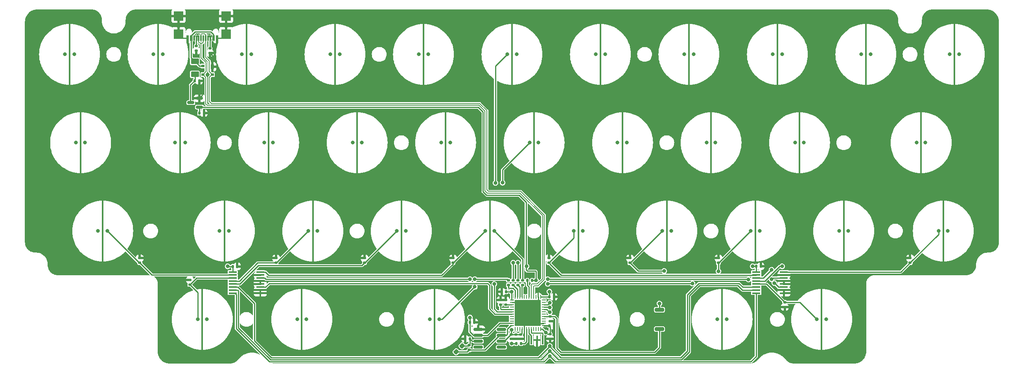
<source format=gbr>
%TF.GenerationSoftware,KiCad,Pcbnew,(7.0.0)*%
%TF.CreationDate,2023-03-17T08:02:58+01:00*%
%TF.ProjectId,travaulta,74726176-6175-46c7-9461-2e6b69636164,rev?*%
%TF.SameCoordinates,Original*%
%TF.FileFunction,Copper,L4,Bot*%
%TF.FilePolarity,Positive*%
%FSLAX46Y46*%
G04 Gerber Fmt 4.6, Leading zero omitted, Abs format (unit mm)*
G04 Created by KiCad (PCBNEW (7.0.0)) date 2023-03-17 08:02:58*
%MOMM*%
%LPD*%
G01*
G04 APERTURE LIST*
G04 Aperture macros list*
%AMRoundRect*
0 Rectangle with rounded corners*
0 $1 Rounding radius*
0 $2 $3 $4 $5 $6 $7 $8 $9 X,Y pos of 4 corners*
0 Add a 4 corners polygon primitive as box body*
4,1,4,$2,$3,$4,$5,$6,$7,$8,$9,$2,$3,0*
0 Add four circle primitives for the rounded corners*
1,1,$1+$1,$2,$3*
1,1,$1+$1,$4,$5*
1,1,$1+$1,$6,$7*
1,1,$1+$1,$8,$9*
0 Add four rect primitives between the rounded corners*
20,1,$1+$1,$2,$3,$4,$5,0*
20,1,$1+$1,$4,$5,$6,$7,0*
20,1,$1+$1,$6,$7,$8,$9,0*
20,1,$1+$1,$8,$9,$2,$3,0*%
%AMFreePoly0*
4,1,17,0.124698,6.656366,0.180194,6.586777,0.200000,6.500000,0.200000,-6.500000,0.180194,-6.586777,0.124698,-6.656366,0.044504,-6.694986,-0.044504,-6.694986,-0.124698,-6.656366,-0.180194,-6.586777,-0.200000,-6.500000,-0.200000,6.500000,-0.180194,6.586777,-0.124698,6.656366,-0.044504,6.694986,0.044504,6.694986,0.124698,6.656366,0.124698,6.656366,$1*%
G04 Aperture macros list end*
%TA.AperFunction,SMDPad,CuDef*%
%ADD10FreePoly0,0.000000*%
%TD*%
%TA.AperFunction,SMDPad,CuDef*%
%ADD11FreePoly0,180.000000*%
%TD*%
%TA.AperFunction,SMDPad,CuDef*%
%ADD12R,0.400000X1.900000*%
%TD*%
%TA.AperFunction,SMDPad,CuDef*%
%ADD13RoundRect,0.140000X0.140000X0.170000X-0.140000X0.170000X-0.140000X-0.170000X0.140000X-0.170000X0*%
%TD*%
%TA.AperFunction,SMDPad,CuDef*%
%ADD14RoundRect,0.140000X-0.140000X-0.170000X0.140000X-0.170000X0.140000X0.170000X-0.140000X0.170000X0*%
%TD*%
%TA.AperFunction,SMDPad,CuDef*%
%ADD15RoundRect,0.140000X-0.170000X0.140000X-0.170000X-0.140000X0.170000X-0.140000X0.170000X0.140000X0*%
%TD*%
%TA.AperFunction,SMDPad,CuDef*%
%ADD16RoundRect,0.150000X-0.825000X-0.150000X0.825000X-0.150000X0.825000X0.150000X-0.825000X0.150000X0*%
%TD*%
%TA.AperFunction,SMDPad,CuDef*%
%ADD17RoundRect,0.135000X-0.185000X0.135000X-0.185000X-0.135000X0.185000X-0.135000X0.185000X0.135000X0*%
%TD*%
%TA.AperFunction,SMDPad,CuDef*%
%ADD18RoundRect,0.135000X0.185000X-0.135000X0.185000X0.135000X-0.185000X0.135000X-0.185000X-0.135000X0*%
%TD*%
%TA.AperFunction,SMDPad,CuDef*%
%ADD19RoundRect,0.135000X-0.135000X-0.185000X0.135000X-0.185000X0.135000X0.185000X-0.135000X0.185000X0*%
%TD*%
%TA.AperFunction,SMDPad,CuDef*%
%ADD20RoundRect,0.062500X0.062500X-0.375000X0.062500X0.375000X-0.062500X0.375000X-0.062500X-0.375000X0*%
%TD*%
%TA.AperFunction,SMDPad,CuDef*%
%ADD21RoundRect,0.062500X0.375000X-0.062500X0.375000X0.062500X-0.375000X0.062500X-0.375000X-0.062500X0*%
%TD*%
%TA.AperFunction,SMDPad,CuDef*%
%ADD22R,5.600000X5.600000*%
%TD*%
%TA.AperFunction,SMDPad,CuDef*%
%ADD23R,1.778000X0.419100*%
%TD*%
%TA.AperFunction,SMDPad,CuDef*%
%ADD24RoundRect,0.135000X0.135000X0.185000X-0.135000X0.185000X-0.135000X-0.185000X0.135000X-0.185000X0*%
%TD*%
%TA.AperFunction,SMDPad,CuDef*%
%ADD25RoundRect,0.250000X-0.625000X0.375000X-0.625000X-0.375000X0.625000X-0.375000X0.625000X0.375000X0*%
%TD*%
%TA.AperFunction,SMDPad,CuDef*%
%ADD26R,0.700000X1.000000*%
%TD*%
%TA.AperFunction,SMDPad,CuDef*%
%ADD27R,0.700000X0.600000*%
%TD*%
%TA.AperFunction,SMDPad,CuDef*%
%ADD28RoundRect,0.140000X0.170000X-0.140000X0.170000X0.140000X-0.170000X0.140000X-0.170000X-0.140000X0*%
%TD*%
%TA.AperFunction,SMDPad,CuDef*%
%ADD29RoundRect,0.200000X-0.800000X0.200000X-0.800000X-0.200000X0.800000X-0.200000X0.800000X0.200000X0*%
%TD*%
%TA.AperFunction,SMDPad,CuDef*%
%ADD30RoundRect,0.150000X0.587500X0.150000X-0.587500X0.150000X-0.587500X-0.150000X0.587500X-0.150000X0*%
%TD*%
%TA.AperFunction,SMDPad,CuDef*%
%ADD31RoundRect,0.237500X-0.008839X-0.344715X0.344715X0.008839X0.008839X0.344715X-0.344715X-0.008839X0*%
%TD*%
%TA.AperFunction,SMDPad,CuDef*%
%ADD32R,0.600000X1.300000*%
%TD*%
%TA.AperFunction,SMDPad,CuDef*%
%ADD33R,0.300000X1.300000*%
%TD*%
%TA.AperFunction,SMDPad,CuDef*%
%ADD34R,2.000000X2.000000*%
%TD*%
%TA.AperFunction,ViaPad*%
%ADD35C,0.800000*%
%TD*%
%TA.AperFunction,Conductor*%
%ADD36C,0.250000*%
%TD*%
%TA.AperFunction,Conductor*%
%ADD37C,0.200000*%
%TD*%
G04 APERTURE END LIST*
D10*
%TO.P,SW20,3,SG*%
%TO.N,GND*%
X211137500Y-76200000D03*
%TD*%
D11*
%TO.P,SW27,3,SG*%
%TO.N,GND*%
X163512500Y-95250000D03*
%TD*%
D10*
%TO.P,SW15,3,SG*%
%TO.N,GND*%
X115887500Y-76200000D03*
%TD*%
%TO.P,SW18,3,SG*%
%TO.N,GND*%
X173037500Y-76200000D03*
%TD*%
%TO.P,SW1,3,SG*%
%TO.N,GND*%
X53975000Y-57150000D03*
%TD*%
%TO.P,SW9,3,SG*%
%TO.N,GND*%
X206375000Y-57150000D03*
%TD*%
D11*
%TO.P,SW28,3,SG*%
%TO.N,GND*%
X182562500Y-95250000D03*
%TD*%
D10*
%TO.P,SW4,3,SG*%
%TO.N,GND*%
X111125000Y-57150000D03*
%TD*%
%TO.P,SW17,3,SG*%
%TO.N,GND*%
X153987500Y-76200000D03*
%TD*%
%TO.P,SW12,3,SG*%
%TO.N,GND*%
X56358000Y-76200000D03*
%TD*%
D11*
%TO.P,SW23,3,SG*%
%TO.N,GND*%
X87312500Y-95250000D03*
%TD*%
%TO.P,SW34,3,SG*%
%TO.N,GND*%
X132555000Y-114300000D03*
%TD*%
D10*
%TO.P,SW22,3,SG*%
%TO.N,GND*%
X61120000Y-95250000D03*
%TD*%
%TO.P,SW16,3,SG*%
%TO.N,GND*%
X134937500Y-76200000D03*
%TD*%
%TO.P,SW14,3,SG*%
%TO.N,GND*%
X96837500Y-76200000D03*
%TD*%
%TO.P,SW7,3,SG*%
%TO.N,GND*%
X168275000Y-57150000D03*
%TD*%
D11*
%TO.P,SW24,3,SG*%
%TO.N,GND*%
X106362500Y-95250000D03*
%TD*%
D10*
%TO.P,SW11,3,SG*%
%TO.N,GND*%
X244475000Y-57150000D03*
%TD*%
D11*
%TO.P,SW31,3,SG*%
%TO.N,GND*%
X242095000Y-95250000D03*
%TD*%
D10*
%TO.P,SW2,3,SG*%
%TO.N,GND*%
X73025000Y-57150000D03*
%TD*%
%TO.P,SW5,3,SG*%
%TO.N,GND*%
X130175000Y-57150000D03*
%TD*%
%TO.P,SW8,3,SG*%
%TO.N,GND*%
X187325000Y-57150000D03*
%TD*%
%TO.P,SW13,3,SG*%
%TO.N,GND*%
X77787500Y-76200000D03*
%TD*%
D11*
%TO.P,SW21,3,SG*%
%TO.N,GND*%
X237330000Y-76200000D03*
%TD*%
%TO.P,SW36,3,SG*%
%TO.N,GND*%
X194470000Y-114300000D03*
%TD*%
%TO.P,SW35,3,SG*%
%TO.N,GND*%
X165892000Y-114300000D03*
%TD*%
%TO.P,SW25,3,SG*%
%TO.N,GND*%
X125412500Y-95250000D03*
%TD*%
%TO.P,SW33,3,SG*%
%TO.N,GND*%
X103980000Y-114300000D03*
%TD*%
%TO.P,SW32,3,SG*%
%TO.N,GND*%
X82550000Y-114300000D03*
%TD*%
D10*
%TO.P,SW3,3,SG*%
%TO.N,GND*%
X92075000Y-57150000D03*
%TD*%
D11*
%TO.P,SW26,3,SG*%
%TO.N,GND*%
X144462500Y-95250000D03*
%TD*%
D10*
%TO.P,SW6,3,SG*%
%TO.N,GND*%
X149225000Y-57150000D03*
%TD*%
D11*
%TO.P,SW30,3,SG*%
%TO.N,GND*%
X220662500Y-95250000D03*
%TD*%
%TO.P,SW29,3,SG*%
%TO.N,GND*%
X201612500Y-95250000D03*
%TD*%
%TO.P,SW37,3,SG*%
%TO.N,GND*%
X215900000Y-114300000D03*
%TD*%
D10*
%TO.P,SW10,3,SG*%
%TO.N,GND*%
X225425000Y-57150000D03*
%TD*%
%TO.P,SW19,3,SG*%
%TO.N,GND*%
X192087500Y-76200000D03*
%TD*%
D12*
%TO.P,Y1,1,1*%
%TO.N,XTAL1*%
X153415999Y-118744999D03*
%TO.P,Y1,2,2*%
%TO.N,GND*%
X154615999Y-118744999D03*
%TO.P,Y1,3,3*%
%TO.N,XTAL0*%
X155815999Y-118744999D03*
%TD*%
D13*
%TO.P,C7,1*%
%TO.N,VBAT*%
X147984000Y-108331000D03*
%TO.P,C7,2*%
%TO.N,GND*%
X147024000Y-108331000D03*
%TD*%
D14*
%TO.P,C12,1*%
%TO.N,VBAT*%
X201831000Y-102870000D03*
%TO.P,C12,2*%
%TO.N,GND*%
X202791000Y-102870000D03*
%TD*%
D15*
%TO.P,C15,1*%
%TO.N,VBAT*%
X149031000Y-117540000D03*
%TO.P,C15,2*%
%TO.N,GND*%
X149031000Y-118500000D03*
%TD*%
D16*
%TO.P,U5,1*%
%TO.N,N/C*%
X141985375Y-120269000D03*
%TO.P,U5,2,IN-*%
%TO.N,Net-(JP1-B)*%
X141985375Y-118999000D03*
%TO.P,U5,3,IN+*%
%TO.N,APLEX_OUT_PIN_0*%
X141985375Y-117729000D03*
%TO.P,U5,4,V-*%
%TO.N,GND*%
X141985375Y-116459000D03*
%TO.P,U5,5*%
%TO.N,N/C*%
X146935375Y-116459000D03*
%TO.P,U5,6,OUT*%
%TO.N,ADC*%
X146935375Y-117729000D03*
%TO.P,U5,7,V+*%
%TO.N,VBAT*%
X146935375Y-118999000D03*
%TO.P,U5,8*%
%TO.N,N/C*%
X146935375Y-120269000D03*
%TD*%
D17*
%TO.P,R7,1*%
%TO.N,GND*%
X146742000Y-110107000D03*
%TO.P,R7,2*%
%TO.N,BOOT1*%
X146742000Y-111127000D03*
%TD*%
D18*
%TO.P,R11,1*%
%TO.N,COL2*%
X98425000Y-102110000D03*
%TO.P,R11,2*%
%TO.N,GND*%
X98425000Y-101090000D03*
%TD*%
D17*
%TO.P,R2,1*%
%TO.N,ROW2*%
X151511000Y-105877000D03*
%TO.P,R2,2*%
%TO.N,Net-(U1-PB15)*%
X151511000Y-106897000D03*
%TD*%
D14*
%TO.P,C9,1*%
%TO.N,VBAT*%
X157311000Y-115663994D03*
%TO.P,C9,2*%
%TO.N,GND*%
X158271000Y-115663994D03*
%TD*%
D19*
%TO.P,R4,1*%
%TO.N,Net-(U1-PA10)*%
X152525000Y-105918000D03*
%TO.P,R4,2*%
%TO.N,VBAT*%
X153545000Y-105918000D03*
%TD*%
D20*
%TO.P,U1,1,VBAT*%
%TO.N,VBAT*%
X155404000Y-116340500D03*
%TO.P,U1,2,PC13*%
%TO.N,unconnected-(U1-PC13-Pad2)*%
X154904000Y-116340500D03*
%TO.P,U1,3,PC14*%
%TO.N,unconnected-(U1-PC14-Pad3)*%
X154404000Y-116340500D03*
%TO.P,U1,4,PC15*%
%TO.N,unconnected-(U1-PC15-Pad4)*%
X153904000Y-116340500D03*
%TO.P,U1,5,PH0*%
%TO.N,XTAL0*%
X153404000Y-116340500D03*
%TO.P,U1,6,PH1*%
%TO.N,XTAL1*%
X152904000Y-116340500D03*
%TO.P,U1,7,NRST*%
%TO.N,NRST*%
X152404000Y-116340500D03*
%TO.P,U1,8,VSSA*%
%TO.N,GND*%
X151904000Y-116340500D03*
%TO.P,U1,9,VREF+*%
%TO.N,VBAT*%
X151404000Y-116340500D03*
%TO.P,U1,10,PA0*%
%TO.N,unconnected-(U1-PA0-Pad10)*%
X150904000Y-116340500D03*
%TO.P,U1,11,PA1*%
%TO.N,unconnected-(U1-PA1-Pad11)*%
X150404000Y-116340500D03*
%TO.P,U1,12,PA2*%
%TO.N,unconnected-(U1-PA2-Pad12)*%
X149904000Y-116340500D03*
D21*
%TO.P,U1,13,PA3*%
%TO.N,ADC*%
X149216500Y-115653000D03*
%TO.P,U1,14,PA4*%
%TO.N,APLEX_OUT_PIN_0*%
X149216500Y-115153000D03*
%TO.P,U1,15,PA5*%
%TO.N,unconnected-(U1-PA5-Pad15)*%
X149216500Y-114653000D03*
%TO.P,U1,16,PA6*%
%TO.N,unconnected-(U1-PA6-Pad16)*%
X149216500Y-114153000D03*
%TO.P,U1,17,PA7*%
%TO.N,unconnected-(U1-PA7-Pad17)*%
X149216500Y-113653000D03*
%TO.P,U1,18,PB0*%
%TO.N,APLEX_EN_PIN_0*%
X149216500Y-113153000D03*
%TO.P,U1,19,PB1*%
%TO.N,APLEX_EN_PIN_1*%
X149216500Y-112653000D03*
%TO.P,U1,20,PB2*%
%TO.N,BOOT1*%
X149216500Y-112153000D03*
%TO.P,U1,21,PB10*%
%TO.N,unconnected-(U1-PB10-Pad21)*%
X149216500Y-111653000D03*
%TO.P,U1,22,VCAP1*%
%TO.N,Net-(U1-VCAP1)*%
X149216500Y-111153000D03*
%TO.P,U1,23,VSS*%
%TO.N,GND*%
X149216500Y-110653000D03*
%TO.P,U1,24,VDD*%
%TO.N,VBAT*%
X149216500Y-110153000D03*
D20*
%TO.P,U1,25,PB12*%
%TO.N,Net-(U1-PB12)*%
X149904000Y-109465500D03*
%TO.P,U1,26,PB13*%
%TO.N,Net-(U1-PB13)*%
X150404000Y-109465500D03*
%TO.P,U1,27,PB14*%
%TO.N,Net-(U1-PB14)*%
X150904000Y-109465500D03*
%TO.P,U1,28,PB15*%
%TO.N,Net-(U1-PB15)*%
X151404000Y-109465500D03*
%TO.P,U1,29,PA8*%
%TO.N,unconnected-(U1-PA8-Pad29)*%
X151904000Y-109465500D03*
%TO.P,U1,30,PA9*%
%TO.N,unconnected-(U1-PA9-Pad30)*%
X152404000Y-109465500D03*
%TO.P,U1,31,PA10*%
%TO.N,Net-(U1-PA10)*%
X152904000Y-109465500D03*
%TO.P,U1,32,PA11*%
%TO.N,D-*%
X153404000Y-109465500D03*
%TO.P,U1,33,PA12*%
%TO.N,D+*%
X153904000Y-109465500D03*
%TO.P,U1,34,PA13*%
%TO.N,SWDIO*%
X154404000Y-109465500D03*
%TO.P,U1,35,VSS*%
%TO.N,GND*%
X154904000Y-109465500D03*
%TO.P,U1,36,VDD*%
%TO.N,VBAT*%
X155404000Y-109465500D03*
D21*
%TO.P,U1,37,PA14*%
%TO.N,SWCLK*%
X156091500Y-110153000D03*
%TO.P,U1,38,PA15*%
%TO.N,unconnected-(U1-PA15-Pad38)*%
X156091500Y-110653000D03*
%TO.P,U1,39,PB3*%
%TO.N,AMUX_SEL_2*%
X156091500Y-111153000D03*
%TO.P,U1,40,PB4*%
%TO.N,AMUX_SEL_1*%
X156091500Y-111653000D03*
%TO.P,U1,41,PB5*%
%TO.N,AMUX_SEL_0*%
X156091500Y-112153000D03*
%TO.P,U1,42,PB6*%
%TO.N,unconnected-(U1-PB6-Pad42)*%
X156091500Y-112653000D03*
%TO.P,U1,43,PB7*%
%TO.N,unconnected-(U1-PB7-Pad43)*%
X156091500Y-113153000D03*
%TO.P,U1,44,BOOT0*%
%TO.N,BOOT0*%
X156091500Y-113653000D03*
%TO.P,U1,45,PB8*%
%TO.N,unconnected-(U1-PB8-Pad45)*%
X156091500Y-114153000D03*
%TO.P,U1,46,PB9*%
%TO.N,unconnected-(U1-PB9-Pad46)*%
X156091500Y-114653000D03*
%TO.P,U1,47,VSS*%
%TO.N,GND*%
X156091500Y-115153000D03*
%TO.P,U1,48,VDD*%
%TO.N,VBAT*%
X156091500Y-115653000D03*
D22*
%TO.P,U1,49,VSS*%
%TO.N,GND*%
X152653999Y-112902999D03*
%TD*%
D18*
%TO.P,R12,1*%
%TO.N,COL5*%
X157162500Y-102110000D03*
%TO.P,R12,2*%
%TO.N,GND*%
X157162500Y-101090000D03*
%TD*%
%TO.P,R15,1*%
%TO.N,COL0*%
X69088000Y-102110000D03*
%TO.P,R15,2*%
%TO.N,GND*%
X69088000Y-101090000D03*
%TD*%
D15*
%TO.P,C11,1*%
%TO.N,VBAT*%
X151063000Y-117540000D03*
%TO.P,C11,2*%
%TO.N,GND*%
X151063000Y-118500000D03*
%TD*%
D18*
%TO.P,R13,1*%
%TO.N,COL1*%
X79883000Y-106809000D03*
%TO.P,R13,2*%
%TO.N,GND*%
X79883000Y-105789000D03*
%TD*%
D14*
%TO.P,C8,1*%
%TO.N,VBAT*%
X157311000Y-109474000D03*
%TO.P,C8,2*%
%TO.N,GND*%
X158271000Y-109474000D03*
%TD*%
D18*
%TO.P,R10,1*%
%TO.N,COL6*%
X174625000Y-102110000D03*
%TO.P,R10,2*%
%TO.N,GND*%
X174625000Y-101090000D03*
%TD*%
D23*
%TO.P,U3,1,A4*%
%TO.N,COL9*%
X207761839Y-104089199D03*
%TO.P,U3,2,A6*%
%TO.N,GND*%
X207761839Y-104739439D03*
%TO.P,U3,3,A*%
%TO.N,APLEX_OUT_PIN_0*%
X207761839Y-105389679D03*
%TO.P,U3,4,A7*%
%TO.N,GND*%
X207761839Y-106039919D03*
%TO.P,U3,5,A5*%
X207761839Y-106685079D03*
%TO.P,U3,6,~{E}*%
%TO.N,APLEX_EN_PIN_1*%
X207761839Y-107335319D03*
%TO.P,U3,7,VEE*%
%TO.N,GND*%
X207761839Y-107985559D03*
%TO.P,U3,8,GND*%
X207761839Y-108635799D03*
%TO.P,U3,9,S2*%
%TO.N,AMUX_SEL_2*%
X201813159Y-108635799D03*
%TO.P,U3,10,S1*%
%TO.N,AMUX_SEL_1*%
X201813159Y-107985559D03*
%TO.P,U3,11,S0*%
%TO.N,AMUX_SEL_0*%
X201813159Y-107335319D03*
%TO.P,U3,12,A3*%
%TO.N,COL8*%
X201813159Y-106685079D03*
%TO.P,U3,13,A0*%
%TO.N,COL7*%
X201813159Y-106039919D03*
%TO.P,U3,14,A1*%
%TO.N,COL6*%
X201813159Y-105389679D03*
%TO.P,U3,15,A2*%
%TO.N,COL5*%
X201813159Y-104739439D03*
%TO.P,U3,16,VCC*%
%TO.N,VBAT*%
X201813159Y-104089199D03*
%TD*%
D18*
%TO.P,R1,1*%
%TO.N,Net-(U1-PB12)*%
X148463000Y-106897000D03*
%TO.P,R1,2*%
%TO.N,ROW3*%
X148463000Y-105877000D03*
%TD*%
%TO.P,R16,1*%
%TO.N,COL9*%
X234950000Y-102110000D03*
%TO.P,R16,2*%
%TO.N,GND*%
X234950000Y-101090000D03*
%TD*%
D13*
%TO.P,C14,1*%
%TO.N,GND*%
X141130375Y-114935000D03*
%TO.P,C14,2*%
%TO.N,APLEX_OUT_PIN_0*%
X140170375Y-114935000D03*
%TD*%
D18*
%TO.P,R9,1*%
%TO.N,Net-(U1-PB13)*%
X149479000Y-106897000D03*
%TO.P,R9,2*%
%TO.N,ROW0*%
X149479000Y-105877000D03*
%TD*%
D14*
%TO.P,C13,1*%
%TO.N,VBAT*%
X89107153Y-102878779D03*
%TO.P,C13,2*%
%TO.N,GND*%
X90067153Y-102878779D03*
%TD*%
D17*
%TO.P,R21,1*%
%TO.N,Net-(JP1-B)*%
X140015375Y-119886000D03*
%TO.P,R21,2*%
%TO.N,ADC*%
X140015375Y-120906000D03*
%TD*%
D14*
%TO.P,C5,1*%
%TO.N,VBAT*%
X81943000Y-69850000D03*
%TO.P,C5,2*%
%TO.N,GND*%
X82903000Y-69850000D03*
%TD*%
D18*
%TO.P,R20,1*%
%TO.N,COL7*%
X193675000Y-102110000D03*
%TO.P,R20,2*%
%TO.N,GND*%
X193675000Y-101090000D03*
%TD*%
D24*
%TO.P,R23,1*%
%TO.N,Net-(JP1-B)*%
X140144375Y-118491000D03*
%TO.P,R23,2*%
%TO.N,GND*%
X139124375Y-118491000D03*
%TD*%
D17*
%TO.P,R14,1*%
%TO.N,COL8*%
X207962500Y-110615000D03*
%TO.P,R14,2*%
%TO.N,GND*%
X207962500Y-111635000D03*
%TD*%
D19*
%TO.P,R6,1*%
%TO.N,VBAT*%
X150169000Y-119507000D03*
%TO.P,R6,2*%
%TO.N,NRST*%
X151189000Y-119507000D03*
%TD*%
D25*
%TO.P,F_USBC1,1*%
%TO.N,VCC*%
X80962500Y-58671000D03*
%TO.P,F_USBC1,2*%
%TO.N,+5V*%
X80962500Y-61471000D03*
%TD*%
D26*
%TO.P,D1,1,GND*%
%TO.N,GND*%
X84692999Y-59828999D03*
D27*
%TO.P,D1,2,I/O1*%
%TO.N,D+*%
X84692999Y-61528999D03*
%TO.P,D1,3,I/O2*%
%TO.N,D-*%
X82692999Y-61528999D03*
%TO.P,D1,4,VCC*%
%TO.N,VCC*%
X82692999Y-59628999D03*
%TD*%
D18*
%TO.P,R18,1*%
%TO.N,GND*%
X81280000Y-56390000D03*
%TO.P,R18,2*%
%TO.N,Net-(USB1-CC1)*%
X81280000Y-55370000D03*
%TD*%
D17*
%TO.P,R3,1*%
%TO.N,BOOT0*%
X157410000Y-113663000D03*
%TO.P,R3,2*%
%TO.N,GND*%
X157410000Y-114683000D03*
%TD*%
%TO.P,R8,1*%
%TO.N,ROW1*%
X150495000Y-105877000D03*
%TO.P,R8,2*%
%TO.N,Net-(U1-PB14)*%
X150495000Y-106897000D03*
%TD*%
D28*
%TO.P,C1,1*%
%TO.N,Net-(U1-VCAP1)*%
X147885000Y-111097000D03*
%TO.P,C1,2*%
%TO.N,GND*%
X147885000Y-110137000D03*
%TD*%
D14*
%TO.P,C4,1*%
%TO.N,+5V*%
X80927000Y-62865000D03*
%TO.P,C4,2*%
%TO.N,GND*%
X81887000Y-62865000D03*
%TD*%
D23*
%TO.P,U4,1,A4*%
%TO.N,COL4*%
X95049339Y-104089199D03*
%TO.P,U4,2,A6*%
%TO.N,GND*%
X95049339Y-104739439D03*
%TO.P,U4,3,A*%
%TO.N,APLEX_OUT_PIN_0*%
X95049339Y-105389679D03*
%TO.P,U4,4,A7*%
%TO.N,GND*%
X95049339Y-106039919D03*
%TO.P,U4,5,A5*%
X95049339Y-106685079D03*
%TO.P,U4,6,~{E}*%
%TO.N,APLEX_EN_PIN_0*%
X95049339Y-107335319D03*
%TO.P,U4,7,VEE*%
%TO.N,GND*%
X95049339Y-107985559D03*
%TO.P,U4,8,GND*%
X95049339Y-108635799D03*
%TO.P,U4,9,S2*%
%TO.N,AMUX_SEL_2*%
X89100659Y-108635799D03*
%TO.P,U4,10,S1*%
%TO.N,AMUX_SEL_1*%
X89100659Y-107985559D03*
%TO.P,U4,11,S0*%
%TO.N,AMUX_SEL_0*%
X89100659Y-107335319D03*
%TO.P,U4,12,A3*%
%TO.N,COL3*%
X89100659Y-106685079D03*
%TO.P,U4,13,A0*%
%TO.N,COL2*%
X89100659Y-106039919D03*
%TO.P,U4,14,A1*%
%TO.N,COL1*%
X89100659Y-105389679D03*
%TO.P,U4,15,A2*%
%TO.N,COL0*%
X89100659Y-104739439D03*
%TO.P,U4,16,VCC*%
%TO.N,VBAT*%
X89100659Y-104089199D03*
%TD*%
D29*
%TO.P,SW38,1,A*%
%TO.N,VBAT*%
X180975000Y-112200000D03*
%TO.P,SW38,2,B*%
%TO.N,BOOT0*%
X180975000Y-116400000D03*
%TD*%
D15*
%TO.P,C6,1*%
%TO.N,VBAT*%
X157410000Y-117503000D03*
%TO.P,C6,2*%
%TO.N,GND*%
X157410000Y-118463000D03*
%TD*%
D30*
%TO.P,U2,1,GND*%
%TO.N,GND*%
X81963500Y-66614000D03*
%TO.P,U2,2,VO*%
%TO.N,VBAT*%
X81963500Y-68514000D03*
%TO.P,U2,3,VI*%
%TO.N,+5V*%
X80088500Y-67564000D03*
%TD*%
D31*
%TO.P,JP1,1,A*%
%TO.N,ADC*%
X137211140Y-121295235D03*
%TO.P,JP1,2,B*%
%TO.N,Net-(JP1-B)*%
X138501610Y-120004765D03*
%TD*%
D32*
%TO.P,USB1,1,GND*%
%TO.N,GND*%
X79349999Y-53623999D03*
%TO.P,USB1,2,VBUS*%
%TO.N,VCC*%
X80149999Y-53623999D03*
D33*
%TO.P,USB1,3,SBU2*%
%TO.N,unconnected-(USB1-SBU2-Pad3)*%
X80799999Y-53623999D03*
%TO.P,USB1,4,CC1*%
%TO.N,Net-(USB1-CC1)*%
X81299999Y-53623999D03*
%TO.P,USB1,5,DN2*%
%TO.N,D-*%
X81799999Y-53623999D03*
%TO.P,USB1,6,DP1*%
%TO.N,D+*%
X82299999Y-53623999D03*
%TO.P,USB1,7,DN1*%
%TO.N,D-*%
X82799999Y-53623999D03*
%TO.P,USB1,8,DP2*%
%TO.N,D+*%
X83299999Y-53623999D03*
%TO.P,USB1,9,SBU1*%
%TO.N,unconnected-(USB1-SBU1-Pad9)*%
X83799999Y-53623999D03*
%TO.P,USB1,10,CC2*%
%TO.N,Net-(USB1-CC2)*%
X84299999Y-53623999D03*
D32*
%TO.P,USB1,11,VBUS*%
%TO.N,VCC*%
X84949999Y-53623999D03*
%TO.P,USB1,12,GND*%
%TO.N,GND*%
X85749999Y-53623999D03*
D34*
%TO.P,USB1,13,SHIELD*%
X77429999Y-48863999D03*
X77429999Y-52763999D03*
X87669999Y-48863999D03*
X87669999Y-52763999D03*
%TD*%
D18*
%TO.P,R19,1*%
%TO.N,COL4*%
X136525000Y-102110000D03*
%TO.P,R19,2*%
%TO.N,GND*%
X136525000Y-101090000D03*
%TD*%
D17*
%TO.P,R24,1*%
%TO.N,Net-(USB1-CC2)*%
X84201000Y-55880000D03*
%TO.P,R24,2*%
%TO.N,GND*%
X84201000Y-56900000D03*
%TD*%
D15*
%TO.P,C10,1*%
%TO.N,VBAT*%
X150047000Y-117540000D03*
%TO.P,C10,2*%
%TO.N,GND*%
X150047000Y-118500000D03*
%TD*%
D18*
%TO.P,R17,1*%
%TO.N,COL3*%
X117475000Y-102110000D03*
%TO.P,R17,2*%
%TO.N,GND*%
X117475000Y-101090000D03*
%TD*%
D35*
%TO.N,GND*%
X74295000Y-91313000D03*
X188214000Y-122174000D03*
X151003000Y-99314000D03*
X248920000Y-88900000D03*
X92710000Y-106934000D03*
X196342000Y-86741000D03*
X97028000Y-101346000D03*
X177165000Y-109855000D03*
X101727000Y-69469000D03*
X81280000Y-57277000D03*
X106807000Y-107315000D03*
X82550000Y-49999000D03*
X233934000Y-67691000D03*
X87249000Y-80010000D03*
X79375000Y-103759000D03*
X146939000Y-121666000D03*
X47117000Y-76200000D03*
X131445000Y-101854000D03*
X169545000Y-103632000D03*
X196342000Y-84709000D03*
X77430000Y-51094000D03*
X112268000Y-107315000D03*
X232156000Y-86741000D03*
X182499000Y-80010000D03*
X77343000Y-105791000D03*
X76327000Y-67818000D03*
X186055000Y-120904000D03*
X113284000Y-114300000D03*
X215773000Y-67691000D03*
X171831000Y-101981000D03*
X195072000Y-67691000D03*
X144653000Y-76200000D03*
X114681000Y-103886000D03*
X82550000Y-86741000D03*
X142113000Y-110617000D03*
X231521000Y-99314000D03*
X160909000Y-107315000D03*
X114554000Y-101727000D03*
X231902000Y-67691000D03*
X118999000Y-65786000D03*
X189357000Y-103759000D03*
X75819000Y-120777000D03*
X137668000Y-65659000D03*
X84582000Y-86741000D03*
X173101000Y-95250000D03*
X141859000Y-80010000D03*
X120904000Y-107315000D03*
X152584000Y-112903000D03*
X144460375Y-118364000D03*
X47371000Y-50800000D03*
X99695000Y-65786000D03*
X210820000Y-103251000D03*
X199263000Y-122174000D03*
X195072000Y-65659000D03*
X231902000Y-65659000D03*
X234950000Y-61087000D03*
X144653000Y-65659000D03*
X139700000Y-57150000D03*
X153035000Y-101981000D03*
X233934000Y-65659000D03*
X139954000Y-65659000D03*
X139192000Y-86741000D03*
X232156000Y-84709000D03*
X66294000Y-86868000D03*
X158750000Y-57150000D03*
X123571000Y-107315000D03*
X215900000Y-57150000D03*
X62103000Y-67691000D03*
X187325000Y-102108000D03*
X213741000Y-67691000D03*
X196850000Y-57150000D03*
X106426000Y-76200000D03*
X153289000Y-120777000D03*
X123190000Y-103886000D03*
X159004000Y-110744000D03*
X198374000Y-86741000D03*
X138303000Y-101981000D03*
X120904000Y-101727000D03*
X158623000Y-67691000D03*
X174625000Y-103632000D03*
X144653000Y-72517000D03*
X125349000Y-80010000D03*
X109855000Y-121666000D03*
X177800000Y-53213000D03*
X213741000Y-65659000D03*
X251079000Y-50800000D03*
X164592000Y-103759000D03*
X101092000Y-84709000D03*
X179197000Y-84709000D03*
X197104000Y-65659000D03*
X82550000Y-84709000D03*
X101092000Y-86741000D03*
X101092000Y-101600000D03*
X134874000Y-95250000D03*
X103124000Y-84709000D03*
X215265000Y-86741000D03*
X160909000Y-103632000D03*
X60071000Y-67691000D03*
X133985000Y-101727000D03*
X133985000Y-103886000D03*
X51435000Y-95250000D03*
X96774000Y-95250000D03*
X251206000Y-63500000D03*
X101092000Y-103886000D03*
X222758000Y-120650000D03*
X244094000Y-69723000D03*
X201041000Y-121920000D03*
X77343000Y-103759000D03*
X177165000Y-86741000D03*
X121031000Y-69469000D03*
X246062500Y-85725000D03*
X49530000Y-69850000D03*
X139065000Y-107315000D03*
X137287000Y-103886000D03*
X158496000Y-101981000D03*
X112268000Y-103886000D03*
X139954000Y-69469000D03*
X62103000Y-65659000D03*
X87249000Y-72644000D03*
X82550000Y-64135000D03*
X75692000Y-48895000D03*
X106299000Y-103886000D03*
X101727000Y-65786000D03*
X153924000Y-87757000D03*
X192151000Y-99314000D03*
X145415000Y-114935000D03*
X78359000Y-65786000D03*
X228473000Y-103124000D03*
X66294000Y-84836000D03*
X76327000Y-65786000D03*
X121031000Y-65786000D03*
X120142000Y-84709000D03*
X156591000Y-65659000D03*
X234950000Y-53340000D03*
X151257000Y-120777000D03*
X149098000Y-120777000D03*
X158623000Y-86741000D03*
X95377000Y-101346000D03*
X182499000Y-72390000D03*
X114681000Y-107315000D03*
X210820000Y-105664000D03*
X234188000Y-86741000D03*
X64262000Y-86868000D03*
X141224000Y-84709000D03*
X84582000Y-84709000D03*
X75819000Y-107950000D03*
X209423000Y-102870000D03*
X144399000Y-121793000D03*
X64262000Y-84836000D03*
X212979000Y-105664000D03*
X175895000Y-101981000D03*
X207391000Y-101473000D03*
X94996000Y-114300000D03*
X86741000Y-103759000D03*
X160655000Y-84709000D03*
X115824000Y-99314000D03*
X249174000Y-85725000D03*
X187325000Y-103759000D03*
X122174000Y-86741000D03*
X131445000Y-103886000D03*
X195326000Y-102108000D03*
X209804000Y-108712000D03*
X86741000Y-106299000D03*
X84709000Y-58166000D03*
X141859000Y-72517000D03*
X91948000Y-116459000D03*
X122174000Y-84709000D03*
X68453000Y-76200000D03*
X215773000Y-65659000D03*
X201676000Y-76200000D03*
X158623000Y-84709000D03*
X91948000Y-119761000D03*
X192024000Y-91313000D03*
X157734000Y-103759000D03*
X120650000Y-53213000D03*
X77851000Y-95250000D03*
X91948000Y-111506000D03*
X80772000Y-65151000D03*
X224282000Y-80137000D03*
X192151000Y-103759000D03*
X215265000Y-84709000D03*
X115824000Y-91313000D03*
X213106000Y-103251000D03*
X175768000Y-67691000D03*
X160655000Y-86741000D03*
X147066000Y-107315000D03*
X179197000Y-86741000D03*
X232918000Y-102743000D03*
X85725000Y-64135000D03*
X120650000Y-60960000D03*
X92710000Y-101600000D03*
X142240000Y-114935000D03*
X171831000Y-103632000D03*
X180086000Y-107442000D03*
X141224000Y-86741000D03*
X177800000Y-65659000D03*
X183388000Y-109855000D03*
X222758000Y-107823000D03*
X144653000Y-67691000D03*
X229235000Y-95250000D03*
X158623000Y-65659000D03*
X85725000Y-65786000D03*
X146685000Y-65659000D03*
X65659000Y-76200000D03*
X147896567Y-109273002D03*
X141986000Y-121793000D03*
X120904000Y-103886000D03*
X101600000Y-57150000D03*
X112522000Y-121666000D03*
X169545000Y-101981000D03*
X103124000Y-86741000D03*
X182118000Y-107442000D03*
X243967000Y-85725000D03*
X89408000Y-48895000D03*
X224282000Y-72390000D03*
X157734000Y-107315000D03*
X125349000Y-72517000D03*
X198374000Y-84709000D03*
X156591000Y-67691000D03*
X225933000Y-103124000D03*
X185166000Y-114300000D03*
X157099000Y-99314000D03*
X98425000Y-103886000D03*
X163576000Y-76200000D03*
X99949000Y-69342000D03*
X153288724Y-110807639D03*
X153924000Y-99314000D03*
X240538000Y-86741000D03*
X74295000Y-99314000D03*
X202946000Y-110490000D03*
X139319000Y-103886000D03*
X98425000Y-107315000D03*
X144653000Y-80010000D03*
X251079000Y-95123000D03*
X148209000Y-101981000D03*
X98806000Y-50800000D03*
X211201000Y-95250000D03*
X235458000Y-103251000D03*
X231521000Y-91186000D03*
X234188000Y-84709000D03*
X146685000Y-72517000D03*
X153924000Y-91313000D03*
X177165000Y-84709000D03*
X101219000Y-107315000D03*
X78359000Y-67818000D03*
X217297000Y-84709000D03*
X146685000Y-80010000D03*
X139192000Y-84709000D03*
X112268000Y-101727000D03*
X189357000Y-102108000D03*
X120142000Y-86741000D03*
X174625000Y-107315000D03*
X186817000Y-107569000D03*
X150550100Y-110815963D03*
X177800000Y-67691000D03*
X143383000Y-107315000D03*
X203962000Y-108331000D03*
X227965000Y-76200000D03*
X203835000Y-114300000D03*
X88773000Y-121920000D03*
X217297000Y-86741000D03*
X246062500Y-76200000D03*
X175768000Y-65659000D03*
X160020000Y-120396000D03*
X146685000Y-67691000D03*
X54356000Y-88900000D03*
X197104000Y-67691000D03*
X177800000Y-60960000D03*
X60071000Y-65659000D03*
X153346000Y-115062000D03*
X87653038Y-51101306D03*
X84074000Y-69850000D03*
X154940000Y-101981000D03*
X177165000Y-119126000D03*
X150425000Y-115062000D03*
%TO.N,APLEX_OUT_PIN_0*%
X156902500Y-105624500D03*
X140208000Y-105624500D03*
X200152000Y-105695500D03*
X205105000Y-105664000D03*
X140168363Y-113895367D03*
%TO.N,ROW0*%
X243459000Y-57150000D03*
X110109000Y-57150000D03*
X186309000Y-57150000D03*
X145669000Y-84875500D03*
X148209000Y-57150000D03*
X167259000Y-57150000D03*
X224409000Y-57150000D03*
X129159000Y-57150000D03*
X72009000Y-57150000D03*
X52959000Y-57150000D03*
X91059000Y-57150000D03*
X149495497Y-102108000D03*
X205359000Y-57150000D03*
%TO.N,ROW1*%
X55372000Y-76200000D03*
X191135000Y-76200000D03*
X133985000Y-76200000D03*
X147193000Y-84836000D03*
X76708000Y-76200000D03*
X153035000Y-76200000D03*
X210185000Y-76200000D03*
X171958000Y-76200000D03*
X114935000Y-76200000D03*
X150495000Y-102108000D03*
X238252000Y-76200000D03*
X95885000Y-76200000D03*
%TO.N,VBAT*%
X149155000Y-108331000D03*
X149158000Y-116524000D03*
X180975000Y-110871000D03*
X156556000Y-117129000D03*
X152360500Y-102870000D03*
X88011000Y-102870000D03*
X149189578Y-119489093D03*
X157291782Y-108302925D03*
X201041000Y-102870000D03*
X154432000Y-105918000D03*
%TO.N,COL0*%
X62103000Y-95250000D03*
X54991000Y-57150000D03*
X57277000Y-76200000D03*
%TO.N,COL1*%
X74041000Y-57150000D03*
X81550000Y-114300000D03*
X86233000Y-95250000D03*
X78867000Y-76200000D03*
%TO.N,COL2*%
X93075000Y-57150000D03*
X105362500Y-95250000D03*
X97790000Y-76200000D03*
X102980000Y-114300000D03*
%TO.N,COL3*%
X124412500Y-95250000D03*
X116887500Y-76200000D03*
X131555000Y-114300000D03*
X112125000Y-57150000D03*
%TO.N,COL4*%
X143462500Y-95250000D03*
X135937500Y-76200000D03*
X131175000Y-57150000D03*
%TO.N,COL5*%
X150241000Y-57150000D03*
X162512500Y-95250000D03*
X164846000Y-114300000D03*
X154940000Y-76200000D03*
%TO.N,COL6*%
X169291000Y-57150000D03*
X181991000Y-103886000D03*
X173990000Y-76200000D03*
X181562500Y-95250000D03*
X205124596Y-103594500D03*
%TO.N,COL7*%
X188325000Y-57150000D03*
X200612500Y-95250000D03*
X207391000Y-102870000D03*
X193421000Y-114300000D03*
X193675000Y-103925500D03*
X193040000Y-76200000D03*
%TO.N,COL8*%
X207391000Y-57150000D03*
X214884000Y-114300000D03*
X219662500Y-95250000D03*
X212090000Y-76200000D03*
%TO.N,COL9*%
X241095000Y-95250000D03*
X226441000Y-57150000D03*
X245491000Y-57150000D03*
X236347000Y-76200000D03*
%TO.N,ROW2*%
X164512500Y-95250000D03*
X221662500Y-95250000D03*
X126412500Y-95250000D03*
X243078000Y-95250000D03*
X202612500Y-95250000D03*
X107362500Y-95250000D03*
X145462500Y-95250000D03*
X60071000Y-95250000D03*
X88312500Y-95250000D03*
X183562500Y-95250000D03*
%TO.N,ROW3*%
X104980000Y-114300000D03*
X195453000Y-114300000D03*
X216916000Y-114300000D03*
X141224000Y-107277500D03*
X166878000Y-114300000D03*
X133555000Y-114300000D03*
X83550000Y-114300000D03*
X141224000Y-105625000D03*
%TO.N,AMUX_SEL_2*%
X157353000Y-122213500D03*
X157353000Y-110744000D03*
%TO.N,AMUX_SEL_1*%
X157357299Y-111755701D03*
X157353000Y-121162299D03*
%TO.N,AMUX_SEL_0*%
X157353000Y-112776000D03*
X157353000Y-120015000D03*
%TO.N,APLEX_EN_PIN_1*%
X205729384Y-106444481D03*
X188087000Y-106564180D03*
X156939065Y-106623334D03*
X145415000Y-106680000D03*
%TD*%
D36*
%TO.N,GND*%
X85750000Y-53624000D02*
X86810000Y-53624000D01*
X157410000Y-114683000D02*
X158047000Y-114683000D01*
X86810000Y-53624000D02*
X87670000Y-52764000D01*
X151896000Y-113591000D02*
X152584000Y-112903000D01*
X77430000Y-52764000D02*
X77430000Y-51094000D01*
X151896000Y-116340500D02*
X151896000Y-113591000D01*
X154851186Y-115157180D02*
X154701186Y-115007180D01*
X77430000Y-48864000D02*
X75723000Y-48864000D01*
X78290000Y-53624000D02*
X77430000Y-52764000D01*
X149040000Y-118491000D02*
X149031000Y-118500000D01*
X84709000Y-57408000D02*
X84709000Y-58166000D01*
X82903000Y-69850000D02*
X84074000Y-69850000D01*
X154889279Y-109405399D02*
X154889279Y-110592899D01*
X152646000Y-112903000D02*
X152637137Y-112903000D01*
X84201000Y-56900000D02*
X84709000Y-57408000D01*
X89377000Y-48864000D02*
X89408000Y-48895000D01*
X81280000Y-56390000D02*
X81280000Y-57277000D01*
X75723000Y-48864000D02*
X75692000Y-48895000D01*
X150400100Y-110665963D02*
X150550100Y-110815963D01*
X77430000Y-51094000D02*
X77470000Y-51054000D01*
X82550000Y-66027500D02*
X82550000Y-64135000D01*
X151896000Y-116340500D02*
X151896000Y-118233000D01*
X87670000Y-48864000D02*
X89377000Y-48864000D01*
X81963500Y-66614000D02*
X82550000Y-66027500D01*
X79350000Y-53624000D02*
X78290000Y-53624000D01*
X158299000Y-114935000D02*
X158299000Y-115635994D01*
X87670000Y-52764000D02*
X87670000Y-51118268D01*
X158299000Y-115635994D02*
X158271000Y-115663994D01*
X150550100Y-110815963D02*
X150387137Y-110653000D01*
X77430000Y-51094000D02*
X77430000Y-48864000D01*
X156038686Y-115157180D02*
X154851186Y-115157180D01*
X87670000Y-51084344D02*
X87670000Y-48864000D01*
X151896000Y-118233000D02*
X151638000Y-118491000D01*
X154889279Y-110592899D02*
X154739279Y-110742899D01*
X151638000Y-118491000D02*
X149040000Y-118491000D01*
X158299000Y-114935000D02*
X158047000Y-114683000D01*
X149212600Y-110665963D02*
X150400100Y-110665963D01*
X150387137Y-110653000D02*
X149216500Y-110653000D01*
D37*
%TO.N,D-*%
X153396000Y-109457500D02*
X153404000Y-109465500D01*
X81800000Y-54474000D02*
X82063000Y-54737000D01*
X83343000Y-58928000D02*
X83343000Y-60879000D01*
X153396000Y-107823000D02*
X153396000Y-109465500D01*
X153396000Y-107823000D02*
X153396000Y-109457500D01*
X83610000Y-68155000D02*
X142162040Y-68155000D01*
X81800000Y-53624000D02*
X81800000Y-54474000D01*
X143427000Y-86564960D02*
X143940040Y-87078000D01*
X143940040Y-87078000D02*
X150925040Y-87078000D01*
X143427000Y-69419960D02*
X143427000Y-86564960D01*
X150925040Y-87078000D02*
X155803000Y-91955960D01*
X83343000Y-60879000D02*
X82693000Y-61529000D01*
X82296000Y-54737000D02*
X82550000Y-54737000D01*
X83312000Y-67857000D02*
X83610000Y-68155000D01*
X155803000Y-105563000D02*
X154686000Y-106680000D01*
X153396000Y-106827000D02*
X153396000Y-107823000D01*
X82693000Y-61529000D02*
X83312000Y-62148000D01*
X153543000Y-106680000D02*
X153396000Y-106827000D01*
X154686000Y-106680000D02*
X153543000Y-106680000D01*
X82296000Y-57881000D02*
X83343000Y-58928000D01*
X82296000Y-54737000D02*
X82296000Y-57881000D01*
X82800000Y-54487000D02*
X82800000Y-53624000D01*
X82550000Y-54737000D02*
X82800000Y-54487000D01*
X83312000Y-62148000D02*
X83312000Y-67857000D01*
X155803000Y-91955960D02*
X155803000Y-105563000D01*
X82063000Y-54737000D02*
X82296000Y-54737000D01*
X142162040Y-68155000D02*
X143427000Y-69419960D01*
%TO.N,D+*%
X83300000Y-53624000D02*
X83300000Y-57804000D01*
X153896000Y-109457500D02*
X153904000Y-109465500D01*
X84043000Y-58547000D02*
X84043000Y-60879000D01*
X84043000Y-60879000D02*
X84693000Y-61529000D01*
X84074000Y-67310000D02*
X84519000Y-67755000D01*
X84693000Y-61529000D02*
X84648000Y-61529000D01*
X142327726Y-67755000D02*
X143827000Y-69254275D01*
X153896000Y-107146000D02*
X153896000Y-107442000D01*
X84074000Y-62103000D02*
X84074000Y-67310000D01*
X153896000Y-107442000D02*
X153896000Y-109457500D01*
X144145000Y-86678000D02*
X151090726Y-86678000D01*
X83300000Y-57804000D02*
X84043000Y-58547000D01*
X82300000Y-53624000D02*
X82300000Y-52828000D01*
X83058000Y-52705000D02*
X83300000Y-52947000D01*
X84519000Y-67755000D02*
X142327726Y-67755000D01*
X156203000Y-105728686D02*
X154851686Y-107080000D01*
X154851686Y-107080000D02*
X153962000Y-107080000D01*
X153962000Y-107080000D02*
X153896000Y-107146000D01*
X153896000Y-107442000D02*
X153896000Y-109465500D01*
X151090726Y-86678000D02*
X156203000Y-91790274D01*
X82423000Y-52705000D02*
X83058000Y-52705000D01*
X82300000Y-52828000D02*
X82423000Y-52705000D01*
X84648000Y-61529000D02*
X84074000Y-62103000D01*
X156203000Y-91790274D02*
X156203000Y-105728686D01*
X143827000Y-69254275D02*
X143827000Y-86360000D01*
X143827000Y-86360000D02*
X144145000Y-86678000D01*
X83300000Y-52947000D02*
X83300000Y-53624000D01*
D36*
%TO.N,VCC*%
X84963000Y-53637000D02*
X84950000Y-53624000D01*
X84950000Y-52870016D02*
X84950000Y-53624000D01*
X80150000Y-57858500D02*
X80962500Y-58671000D01*
X80994000Y-52280000D02*
X84359984Y-52280000D01*
X81920500Y-59629000D02*
X82693000Y-59629000D01*
X80150000Y-53124000D02*
X80994000Y-52280000D01*
X80150000Y-53624000D02*
X80150000Y-57858500D01*
X80150000Y-53624000D02*
X80150000Y-53124000D01*
X80962500Y-58671000D02*
X81920500Y-59629000D01*
X84359984Y-52280000D02*
X84950000Y-52870016D01*
%TO.N,+5V*%
X80899000Y-62865000D02*
X80010000Y-63754000D01*
X80962500Y-62829500D02*
X80927000Y-62865000D01*
X80962500Y-61471000D02*
X80962500Y-62829500D01*
X80927000Y-62865000D02*
X80899000Y-62865000D01*
X80010000Y-67485500D02*
X80088500Y-67564000D01*
X80010000Y-63754000D02*
X80010000Y-67485500D01*
%TO.N,Net-(U1-VCAP1)*%
X147941000Y-111153000D02*
X149216500Y-111153000D01*
X147885000Y-111097000D02*
X147941000Y-111153000D01*
%TO.N,NRST*%
X151954000Y-119507000D02*
X152396000Y-119065000D01*
X152396000Y-117348000D02*
X152396000Y-116348500D01*
X151189000Y-119507000D02*
X151954000Y-119507000D01*
X152396000Y-117348000D02*
X152396000Y-119065000D01*
X152396000Y-116348500D02*
X152404000Y-116340500D01*
X152396000Y-116340500D02*
X152396000Y-117348000D01*
%TO.N,APLEX_OUT_PIN_0*%
X200081000Y-105624500D02*
X156902500Y-105624500D01*
X96012000Y-105389680D02*
X95049340Y-105389680D01*
X207761840Y-105389680D02*
X205379320Y-105389680D01*
X205379320Y-105389680D02*
X205105000Y-105664000D01*
X141985375Y-117729000D02*
X144018624Y-117729000D01*
X144018624Y-117729000D02*
X146594624Y-115153000D01*
X140904375Y-117729000D02*
X141985375Y-117729000D01*
X146594624Y-115153000D02*
X149216500Y-115153000D01*
X140170375Y-114935000D02*
X140170375Y-116995000D01*
X140208000Y-105624500D02*
X96246820Y-105624500D01*
X140170375Y-114935000D02*
X140170375Y-113897379D01*
X96246820Y-105624500D02*
X96012000Y-105389680D01*
X140170375Y-116995000D02*
X140904375Y-117729000D01*
X140170375Y-113897379D02*
X140168363Y-113895367D01*
X200152000Y-105695500D02*
X200081000Y-105624500D01*
%TO.N,ROW0*%
X145669000Y-59690000D02*
X145669000Y-84875500D01*
X148209000Y-57150000D02*
X145669000Y-59690000D01*
X149479000Y-102124497D02*
X149479000Y-105877000D01*
X149495497Y-102108000D02*
X149479000Y-102124497D01*
%TO.N,ROW1*%
X150495000Y-102108000D02*
X150495000Y-105877000D01*
X147193000Y-84836000D02*
X147193000Y-82042000D01*
X147193000Y-82042000D02*
X153035000Y-76200000D01*
%TO.N,Net-(JP1-B)*%
X140144375Y-119757000D02*
X140015375Y-119886000D01*
X140144375Y-118491000D02*
X140144375Y-119757000D01*
X141985375Y-118999000D02*
X140652375Y-118999000D01*
X140652375Y-118999000D02*
X140144375Y-118491000D01*
X140015375Y-119886000D02*
X139896610Y-120004765D01*
X139896610Y-120004765D02*
X138501610Y-120004765D01*
%TO.N,VBAT*%
X153545000Y-105918000D02*
X154432000Y-105918000D01*
X157410000Y-115762994D02*
X157410000Y-117503000D01*
X151150000Y-117540000D02*
X151063000Y-117540000D01*
X201813160Y-103642160D02*
X201813160Y-103014840D01*
X150169000Y-119507000D02*
X149207485Y-119507000D01*
X157302500Y-109465500D02*
X157311000Y-109474000D01*
X89107153Y-102878779D02*
X88019779Y-102878779D01*
X141986000Y-68580000D02*
X143002000Y-69596000D01*
X151396000Y-117294000D02*
X151150000Y-117540000D01*
X152527000Y-103886000D02*
X154305000Y-103886000D01*
X143002000Y-69596000D02*
X143002000Y-86741000D01*
X149208500Y-110153000D02*
X149155000Y-110099500D01*
X150749000Y-87503000D02*
X152262500Y-89016500D01*
X156083500Y-115653000D02*
X157300006Y-115653000D01*
X157311000Y-108322143D02*
X157291782Y-108302925D01*
X157311000Y-115663994D02*
X157410000Y-115762994D01*
X143002000Y-86741000D02*
X143764000Y-87503000D01*
X149207485Y-119507000D02*
X149189578Y-119489093D01*
X157311000Y-115663994D02*
X156102494Y-115663994D01*
X82029500Y-68580000D02*
X141986000Y-68580000D01*
X201813160Y-102887840D02*
X201831000Y-102870000D01*
X151396000Y-116340500D02*
X151396000Y-116840000D01*
X152262500Y-89016500D02*
X152262500Y-102870000D01*
X151396000Y-116840000D02*
X151396000Y-117294000D01*
X151063000Y-117540000D02*
X149031000Y-117540000D01*
X147564391Y-118999000D02*
X146935375Y-118999000D01*
X201813160Y-104089200D02*
X201813160Y-103642160D01*
X155767500Y-116340500D02*
X156556000Y-117129000D01*
X149031000Y-116651000D02*
X149158000Y-116524000D01*
X151396000Y-116348500D02*
X151404000Y-116340500D01*
X89100660Y-104089200D02*
X89100660Y-102885272D01*
X156930000Y-117503000D02*
X157410000Y-117503000D01*
X149155000Y-110099500D02*
X149155000Y-108331000D01*
X156556000Y-117129000D02*
X156930000Y-117503000D01*
X155396000Y-109465500D02*
X157302500Y-109465500D01*
X155404000Y-109465500D02*
X157302500Y-109465500D01*
X201831000Y-102870000D02*
X201041000Y-102870000D01*
X147984000Y-108331000D02*
X149155000Y-108331000D01*
X156102494Y-115663994D02*
X156091500Y-115653000D01*
X149155000Y-108331000D02*
X149155000Y-110091500D01*
X149155000Y-110091500D02*
X149216500Y-110153000D01*
X180975000Y-110871000D02*
X180975000Y-112200000D01*
X154432000Y-105918000D02*
X154432000Y-104013000D01*
X143764000Y-87503000D02*
X150749000Y-87503000D01*
X152262500Y-102870000D02*
X152262500Y-103621500D01*
X81963500Y-68514000D02*
X82029500Y-68580000D01*
X81943000Y-68534500D02*
X81963500Y-68514000D01*
X151396000Y-116840000D02*
X151396000Y-116348500D01*
X149031000Y-117540000D02*
X149023391Y-117540000D01*
X149031000Y-117540000D02*
X149031000Y-116651000D01*
X149023391Y-117540000D02*
X147564391Y-118999000D01*
X201813160Y-103642160D02*
X201813160Y-102887840D01*
X155396000Y-116340500D02*
X155767500Y-116340500D01*
X89100660Y-102885272D02*
X89107153Y-102878779D01*
X155767500Y-116340500D02*
X155404000Y-116340500D01*
X152262500Y-103621500D02*
X152527000Y-103886000D01*
X88019779Y-102878779D02*
X88011000Y-102870000D01*
X81943000Y-69850000D02*
X81943000Y-68534500D01*
X154432000Y-104013000D02*
X154305000Y-103886000D01*
X157311000Y-109474000D02*
X157311000Y-108322143D01*
X152262500Y-102870000D02*
X152360500Y-102870000D01*
X201813160Y-103014840D02*
X201831000Y-102997000D01*
%TO.N,BOOT1*%
X146742000Y-112014000D02*
X146881000Y-112153000D01*
X146881000Y-112153000D02*
X149216500Y-112153000D01*
X146742000Y-111127000D02*
X146742000Y-112014000D01*
%TO.N,COL0*%
X69088000Y-102110000D02*
X71707651Y-104729651D01*
X68963000Y-102110000D02*
X62103000Y-95250000D01*
X71707651Y-104729651D02*
X71740990Y-104739440D01*
X69088000Y-102110000D02*
X68963000Y-102110000D01*
X71740990Y-104739440D02*
X89100660Y-104739440D01*
%TO.N,COL1*%
X89100660Y-105389680D02*
X81302320Y-105389680D01*
X81550000Y-108476000D02*
X81550000Y-114300000D01*
X79883000Y-106809000D02*
X81550000Y-108476000D01*
X81302320Y-105389680D02*
X79883000Y-106809000D01*
%TO.N,COL2*%
X90556080Y-106039920D02*
X94486000Y-102110000D01*
X98425000Y-102110000D02*
X98502500Y-102110000D01*
X98425000Y-102110000D02*
X94486000Y-102110000D01*
X98502500Y-102110000D02*
X105362500Y-95250000D01*
X90556080Y-106039920D02*
X89100660Y-106039920D01*
%TO.N,COL3*%
X89100660Y-106685080D02*
X90672920Y-106685080D01*
X94653000Y-102705000D02*
X116880000Y-102705000D01*
X117552500Y-102110000D02*
X124412500Y-95250000D01*
X116880000Y-102705000D02*
X117475000Y-102110000D01*
X117475000Y-102110000D02*
X117552500Y-102110000D01*
X90672920Y-106685080D02*
X94653000Y-102705000D01*
%TO.N,COL4*%
X95049340Y-104089200D02*
X96147650Y-104089200D01*
X96147650Y-104089200D02*
X96833450Y-104775000D01*
X134121305Y-104775000D02*
X136525000Y-102371306D01*
X96833450Y-104775000D02*
X134121305Y-104775000D01*
X136602500Y-102110000D02*
X143462500Y-95250000D01*
X136525000Y-102110000D02*
X136602500Y-102110000D01*
X136525000Y-102371306D02*
X136525000Y-102110000D01*
%TO.N,COL5*%
X201777600Y-104775000D02*
X201813160Y-104739440D01*
X162512500Y-96760000D02*
X162512500Y-95250000D01*
X159827500Y-104775000D02*
X201777600Y-104775000D01*
X157162500Y-102110000D02*
X162512500Y-96760000D01*
X157162500Y-102110000D02*
X157447250Y-102394750D01*
X158844250Y-103791750D02*
X159791940Y-104739440D01*
X157447250Y-102394750D02*
X158844250Y-103791750D01*
X157447250Y-102394750D02*
X159827500Y-104775000D01*
%TO.N,COL6*%
X176401000Y-103886000D02*
X174625000Y-102110000D01*
X174702500Y-102110000D02*
X181562500Y-95250000D01*
X203329416Y-105389680D02*
X205124596Y-103594500D01*
X174625000Y-102110000D02*
X174702500Y-102110000D01*
X201813160Y-105389680D02*
X203329416Y-105389680D01*
X181991000Y-103886000D02*
X176401000Y-103886000D01*
%TO.N,COL7*%
X193675000Y-102110000D02*
X193752500Y-102110000D01*
X203703775Y-106039920D02*
X206873694Y-102870000D01*
X201813160Y-106039920D02*
X203703775Y-106039920D01*
X193752500Y-102110000D02*
X200612500Y-95250000D01*
X193675000Y-102110000D02*
X193675000Y-103925500D01*
X206873694Y-102870000D02*
X207391000Y-102870000D01*
%TO.N,COL8*%
X207962500Y-110615000D02*
X204032580Y-106685080D01*
X204032580Y-106685080D02*
X201813160Y-106685080D01*
X207962500Y-110615000D02*
X211199000Y-110615000D01*
X211199000Y-110615000D02*
X214884000Y-114300000D01*
%TO.N,COL9*%
X234950000Y-102110000D02*
X241095000Y-95965000D01*
X207761840Y-104089200D02*
X232970800Y-104089200D01*
X232970800Y-104089200D02*
X234950000Y-102110000D01*
X241095000Y-95965000D02*
X241095000Y-95250000D01*
%TO.N,ROW2*%
X145462500Y-95250000D02*
X151511000Y-101298500D01*
X151511000Y-101298500D02*
X151511000Y-105877000D01*
%TO.N,ROW3*%
X141224000Y-105625000D02*
X148211000Y-105625000D01*
X134201500Y-114300000D02*
X133555000Y-114300000D01*
X148211000Y-105625000D02*
X148463000Y-105877000D01*
X141224000Y-107277500D02*
X134201500Y-114300000D01*
%TO.N,Net-(U1-PB12)*%
X148500000Y-107606000D02*
X148463000Y-107569000D01*
X149455305Y-107606000D02*
X148500000Y-107606000D01*
X149896000Y-108204000D02*
X149896000Y-109457500D01*
X149896000Y-109457500D02*
X149904000Y-109465500D01*
X149896000Y-108204000D02*
X149896000Y-108046695D01*
X149896000Y-109465500D02*
X149896000Y-108204000D01*
X149896000Y-108046695D02*
X149455305Y-107606000D01*
X148463000Y-107569000D02*
X148463000Y-106897000D01*
%TO.N,Net-(U1-PB15)*%
X151396000Y-109457500D02*
X151404000Y-109465500D01*
X151396000Y-107012000D02*
X151511000Y-106897000D01*
X151396000Y-107696000D02*
X151396000Y-107012000D01*
X151396000Y-107696000D02*
X151396000Y-109457500D01*
X151396000Y-109465500D02*
X151396000Y-107696000D01*
%TO.N,Net-(U1-PA10)*%
X152896000Y-107950000D02*
X152896000Y-107303000D01*
X152896000Y-109465500D02*
X152896000Y-107950000D01*
X152527000Y-105920000D02*
X152525000Y-105918000D01*
X152896000Y-109457500D02*
X152904000Y-109465500D01*
X152896000Y-107303000D02*
X152527000Y-106934000D01*
X152527000Y-106934000D02*
X152527000Y-105920000D01*
X152896000Y-107950000D02*
X152896000Y-109457500D01*
%TO.N,XTAL0*%
X155759000Y-117221000D02*
X155816000Y-117278000D01*
X153396000Y-116840000D02*
X153396000Y-117144000D01*
X153396000Y-117144000D02*
X153473000Y-117221000D01*
X153473000Y-117221000D02*
X155759000Y-117221000D01*
X155816000Y-117278000D02*
X155816000Y-118745000D01*
X153396000Y-116840000D02*
X153396000Y-116348500D01*
X153396000Y-116348500D02*
X153404000Y-116340500D01*
X153396000Y-116340500D02*
X153396000Y-116840000D01*
%TO.N,XTAL1*%
X153416000Y-117800396D02*
X153416000Y-118745000D01*
X152896000Y-116340500D02*
X152896000Y-117221000D01*
X152896000Y-117221000D02*
X152896000Y-116348500D01*
X152896000Y-116348500D02*
X152904000Y-116340500D01*
X152896000Y-117221000D02*
X152896000Y-117280396D01*
X152896000Y-117280396D02*
X153416000Y-117800396D01*
%TO.N,Net-(U1-PB14)*%
X150896000Y-109465500D02*
X150896000Y-107950000D01*
X150896000Y-107950000D02*
X150896000Y-109457500D01*
X150896000Y-109457500D02*
X150904000Y-109465500D01*
X150896000Y-107298000D02*
X150495000Y-106897000D01*
X150896000Y-107950000D02*
X150896000Y-107298000D01*
%TO.N,Net-(U1-PB13)*%
X149479000Y-106897000D02*
X149499000Y-106897000D01*
X150396000Y-108077000D02*
X150396000Y-107794000D01*
X150396000Y-109465500D02*
X150396000Y-108077000D01*
X149499000Y-106897000D02*
X150396000Y-107794000D01*
X150396000Y-108077000D02*
X150396000Y-109457500D01*
X150396000Y-109457500D02*
X150404000Y-109465500D01*
%TO.N,Net-(USB1-CC1)*%
X81280000Y-53644000D02*
X81300000Y-53624000D01*
X81280000Y-55370000D02*
X81280000Y-53644000D01*
%TO.N,Net-(USB1-CC2)*%
X84201000Y-55880000D02*
X84201000Y-53723000D01*
X84201000Y-53723000D02*
X84300000Y-53624000D01*
%TO.N,ADC*%
X148235375Y-117448625D02*
X147955000Y-117729000D01*
X143381624Y-120906000D02*
X146558624Y-117729000D01*
X149003695Y-115653000D02*
X148235375Y-116421320D01*
X147955000Y-117729000D02*
X146935375Y-117729000D01*
X139626140Y-121295235D02*
X137211140Y-121295235D01*
X146558624Y-117729000D02*
X146935375Y-117729000D01*
X140015375Y-120906000D02*
X139626140Y-121295235D01*
X140015375Y-120906000D02*
X143381624Y-120906000D01*
X148235375Y-116421320D02*
X148235375Y-117448625D01*
X149216500Y-115653000D02*
X149003695Y-115653000D01*
%TO.N,AMUX_SEL_2*%
X200660000Y-123444000D02*
X201813160Y-122290840D01*
X201813160Y-122290840D02*
X201813160Y-108635800D01*
X158583500Y-123444000D02*
X200660000Y-123444000D01*
X156122500Y-123444000D02*
X157353000Y-122213500D01*
X156944000Y-111153000D02*
X157353000Y-110744000D01*
X157353000Y-122213500D02*
X158583500Y-123444000D01*
X89900000Y-116312970D02*
X97031029Y-123444000D01*
X89900000Y-108950000D02*
X89900000Y-116312970D01*
X156944000Y-111153000D02*
X156091500Y-111153000D01*
X156083500Y-111153000D02*
X156944000Y-111153000D01*
X97031029Y-123444000D02*
X156122500Y-123444000D01*
X89585800Y-108635800D02*
X89900000Y-108950000D01*
X89100660Y-108635800D02*
X89585800Y-108635800D01*
%TO.N,AMUX_SEL_1*%
X159189000Y-122994000D02*
X185743000Y-122994000D01*
X157357299Y-111755701D02*
X157254598Y-111653000D01*
X97217425Y-122994000D02*
X155521299Y-122994000D01*
X157353000Y-121162299D02*
X157357299Y-121162299D01*
X90350000Y-116126575D02*
X97217425Y-122994000D01*
X89100660Y-107985560D02*
X90239660Y-107985560D01*
X90239660Y-107985560D02*
X90350000Y-108095900D01*
X198848560Y-107985560D02*
X201813160Y-107985560D01*
X185743000Y-122994000D02*
X187452000Y-121285000D01*
X157254598Y-111653000D02*
X156091500Y-111653000D01*
X187452000Y-121285000D02*
X187452000Y-109180000D01*
X157357299Y-121162299D02*
X159189000Y-122994000D01*
X155521299Y-122994000D02*
X157353000Y-121162299D01*
X187452000Y-109180000D02*
X189629000Y-107003000D01*
X197866000Y-107003000D02*
X198848560Y-107985560D01*
X90350000Y-108095900D02*
X90350000Y-116126575D01*
X156083500Y-111653000D02*
X157254598Y-111653000D01*
X189629000Y-107003000D02*
X197866000Y-107003000D01*
%TO.N,AMUX_SEL_0*%
X155508997Y-121980997D02*
X157353000Y-120136994D01*
X156083500Y-112153000D02*
X156730000Y-112153000D01*
X189442604Y-106553000D02*
X198120000Y-106553000D01*
X93800000Y-118940179D02*
X97403821Y-122544000D01*
X159760006Y-122544000D02*
X157353000Y-120136994D01*
X198120000Y-106553000D02*
X198902320Y-107335320D01*
X90239660Y-107335320D02*
X93800000Y-110895660D01*
X187002000Y-121098604D02*
X187002000Y-108993604D01*
X157358006Y-120142000D02*
X159760006Y-122544000D01*
X93800000Y-110895660D02*
X93800000Y-118940179D01*
X198902320Y-107335320D02*
X201813160Y-107335320D01*
X159760006Y-122544000D02*
X185556604Y-122544000D01*
X89100660Y-107335320D02*
X90239660Y-107335320D01*
X157347994Y-120142000D02*
X157353000Y-120142000D01*
X154945994Y-122544000D02*
X155508997Y-121980997D01*
X157353000Y-112776000D02*
X156730000Y-112153000D01*
X155508997Y-121980997D02*
X157347994Y-120142000D01*
X185556604Y-122544000D02*
X187002000Y-121098604D01*
X187002000Y-108993604D02*
X189442604Y-106553000D01*
X97403821Y-122544000D02*
X154945994Y-122544000D01*
X157353000Y-120136994D02*
X157353000Y-120015000D01*
X156730000Y-112153000D02*
X156091500Y-112153000D01*
X157353000Y-120142000D02*
X157358006Y-120142000D01*
%TO.N,BOOT0*%
X180975000Y-120396000D02*
X180975000Y-116400000D01*
X157537000Y-113663000D02*
X158424000Y-113663000D01*
X159766000Y-121412000D02*
X179959000Y-121412000D01*
X156101500Y-113663000D02*
X156091500Y-113653000D01*
X179959000Y-121412000D02*
X180975000Y-120396000D01*
X156083500Y-113653000D02*
X157527000Y-113653000D01*
X158424000Y-113663000D02*
X158877000Y-114116000D01*
X158877000Y-120523000D02*
X159766000Y-121412000D01*
X157527000Y-113653000D02*
X157537000Y-113663000D01*
X158424000Y-113663000D02*
X156101500Y-113663000D01*
X158877000Y-114116000D02*
X158877000Y-120523000D01*
%TO.N,APLEX_EN_PIN_1*%
X207761840Y-107335320D02*
X206649320Y-107335320D01*
X146054000Y-112653000D02*
X149216500Y-112653000D01*
X145415000Y-112014000D02*
X146054000Y-112653000D01*
X145415000Y-106680000D02*
X145415000Y-112014000D01*
X156998219Y-106564180D02*
X156939065Y-106623334D01*
X205758481Y-106444481D02*
X205729384Y-106444481D01*
X188087000Y-106564180D02*
X156998219Y-106564180D01*
X205758481Y-106444481D02*
X206649320Y-107335320D01*
%TO.N,APLEX_EN_PIN_0*%
X149212500Y-113157000D02*
X149216500Y-113153000D01*
X149204500Y-113157000D02*
X148463000Y-113157000D01*
X145542000Y-113157000D02*
X144399000Y-112014000D01*
X148463000Y-113157000D02*
X149212500Y-113157000D01*
X144399000Y-112014000D02*
X144399000Y-106934000D01*
X96188340Y-107335320D02*
X95049340Y-107335320D01*
X144018000Y-106553000D02*
X96970660Y-106553000D01*
X148463000Y-113157000D02*
X145542000Y-113157000D01*
X149208500Y-113153000D02*
X149204500Y-113157000D01*
X96970660Y-106553000D02*
X96188340Y-107335320D01*
X144399000Y-106934000D02*
X144018000Y-106553000D01*
%TD*%
%TA.AperFunction,Conductor*%
%TO.N,GND*%
G36*
X76072980Y-47477709D02*
G01*
X76077238Y-47483504D01*
X76077302Y-47490695D01*
X76073148Y-47496565D01*
X76067767Y-47500592D01*
X76066595Y-47501764D01*
X75980056Y-47617367D01*
X75979261Y-47618823D01*
X75928760Y-47754219D01*
X75928426Y-47755632D01*
X75922032Y-47815103D01*
X75922000Y-47815719D01*
X75922000Y-48607673D01*
X75922681Y-48609318D01*
X75924327Y-48610000D01*
X78935673Y-48610000D01*
X78937318Y-48609318D01*
X78938000Y-48607673D01*
X78938000Y-47815719D01*
X78937967Y-47815103D01*
X78931573Y-47755632D01*
X78931239Y-47754219D01*
X78880738Y-47618823D01*
X78879943Y-47617367D01*
X78793404Y-47501764D01*
X78792232Y-47500592D01*
X78786852Y-47496565D01*
X78782698Y-47490695D01*
X78782762Y-47483504D01*
X78787020Y-47477709D01*
X78793863Y-47475499D01*
X79640469Y-47475499D01*
X79640667Y-47475499D01*
X85470469Y-47475499D01*
X85470667Y-47475499D01*
X86306137Y-47475499D01*
X86312980Y-47477709D01*
X86317238Y-47483504D01*
X86317302Y-47490695D01*
X86313148Y-47496565D01*
X86307767Y-47500592D01*
X86306595Y-47501764D01*
X86220056Y-47617367D01*
X86219261Y-47618823D01*
X86168760Y-47754219D01*
X86168426Y-47755632D01*
X86162032Y-47815103D01*
X86162000Y-47815719D01*
X86162000Y-48607673D01*
X86162681Y-48609318D01*
X86164327Y-48610000D01*
X89175673Y-48610000D01*
X89177318Y-48609318D01*
X89178000Y-48607673D01*
X89178000Y-47815719D01*
X89177967Y-47815103D01*
X89171573Y-47755632D01*
X89171239Y-47754219D01*
X89120738Y-47618823D01*
X89119943Y-47617367D01*
X89033404Y-47501764D01*
X89032232Y-47500592D01*
X89026852Y-47496565D01*
X89022698Y-47490695D01*
X89022762Y-47483504D01*
X89027020Y-47477709D01*
X89033863Y-47475499D01*
X230199501Y-47475499D01*
X230199642Y-47475499D01*
X230200348Y-47475520D01*
X230298956Y-47481485D01*
X230298956Y-47481499D01*
X230299009Y-47481488D01*
X230471593Y-47492799D01*
X230472909Y-47492963D01*
X230599140Y-47516096D01*
X230599298Y-47516126D01*
X230743441Y-47544797D01*
X230744618Y-47545097D01*
X230872041Y-47584803D01*
X230872119Y-47584829D01*
X231006581Y-47630473D01*
X231007622Y-47630883D01*
X231131044Y-47686431D01*
X231131417Y-47686607D01*
X231138829Y-47690262D01*
X231256886Y-47748482D01*
X231257750Y-47748954D01*
X231323021Y-47788412D01*
X231374440Y-47819496D01*
X231374887Y-47819781D01*
X231490392Y-47896959D01*
X231491108Y-47897477D01*
X231598807Y-47981853D01*
X231599305Y-47982266D01*
X231703474Y-48073620D01*
X231704033Y-48074144D01*
X231800854Y-48170965D01*
X231801378Y-48171524D01*
X231892740Y-48275703D01*
X231893153Y-48276201D01*
X231977513Y-48383879D01*
X231978031Y-48384595D01*
X232055225Y-48500123D01*
X232055510Y-48500570D01*
X232109964Y-48590646D01*
X232121251Y-48609318D01*
X232126040Y-48617239D01*
X232126520Y-48618117D01*
X232188395Y-48743588D01*
X232188571Y-48743961D01*
X232244115Y-48867376D01*
X232244525Y-48868417D01*
X232290145Y-49002808D01*
X232290236Y-49003088D01*
X232329896Y-49130363D01*
X232330201Y-49131561D01*
X232358877Y-49275723D01*
X232358910Y-49275897D01*
X232382033Y-49402076D01*
X232382200Y-49403420D01*
X232393519Y-49576116D01*
X232393520Y-49576176D01*
X232393523Y-49576176D01*
X232399479Y-49674636D01*
X232399500Y-49675342D01*
X232399500Y-50074998D01*
X232399499Y-50075000D01*
X232399499Y-50229277D01*
X232399540Y-50229618D01*
X232399541Y-50229627D01*
X232436648Y-50535232D01*
X232436649Y-50535242D01*
X232436691Y-50535581D01*
X232436774Y-50535918D01*
X232436774Y-50535920D01*
X232510533Y-50835169D01*
X232510654Y-50835488D01*
X232510656Y-50835494D01*
X232607511Y-51090882D01*
X232619947Y-51123672D01*
X232763339Y-51396883D01*
X232846504Y-51517367D01*
X232938406Y-51650511D01*
X232938618Y-51650817D01*
X232938849Y-51651077D01*
X232938850Y-51651079D01*
X233143001Y-51881518D01*
X233143227Y-51881773D01*
X233374183Y-52086382D01*
X233628118Y-52261661D01*
X233901329Y-52405053D01*
X234189832Y-52514468D01*
X234489419Y-52588309D01*
X234795724Y-52625501D01*
X235103921Y-52625501D01*
X235104277Y-52625501D01*
X235410582Y-52588309D01*
X235710169Y-52514467D01*
X235998672Y-52405052D01*
X236271883Y-52261660D01*
X236525818Y-52086382D01*
X236756774Y-51881773D01*
X236961383Y-51650817D01*
X237136661Y-51396882D01*
X237280053Y-51123671D01*
X237389468Y-50835168D01*
X237463309Y-50535580D01*
X237500501Y-50229276D01*
X237500501Y-50074999D01*
X237500501Y-50074499D01*
X237500501Y-49675359D01*
X237500522Y-49674653D01*
X237502904Y-49635268D01*
X237506487Y-49576047D01*
X237506498Y-49576047D01*
X237506490Y-49575994D01*
X237517802Y-49403400D01*
X237517964Y-49402097D01*
X237541123Y-49275723D01*
X237569801Y-49131549D01*
X237570100Y-49130376D01*
X237609802Y-49002969D01*
X237609826Y-49002897D01*
X237655482Y-48868398D01*
X237655876Y-48867398D01*
X237711451Y-48743915D01*
X237711588Y-48743624D01*
X237773494Y-48618091D01*
X237773940Y-48617275D01*
X237844526Y-48500513D01*
X237844754Y-48500155D01*
X237921975Y-48384585D01*
X237922461Y-48383913D01*
X238006877Y-48276164D01*
X238007239Y-48275728D01*
X238098654Y-48171489D01*
X238099118Y-48170994D01*
X238195994Y-48074119D01*
X238196489Y-48073654D01*
X238300728Y-47982239D01*
X238301164Y-47981877D01*
X238408913Y-47897461D01*
X238409585Y-47896975D01*
X238525155Y-47819754D01*
X238525513Y-47819526D01*
X238642275Y-47748940D01*
X238643091Y-47748494D01*
X238768624Y-47686588D01*
X238768915Y-47686451D01*
X238892398Y-47630876D01*
X238893398Y-47630482D01*
X239027897Y-47584826D01*
X239027969Y-47584802D01*
X239155376Y-47545100D01*
X239156549Y-47544801D01*
X239300756Y-47516116D01*
X239427097Y-47492964D01*
X239428400Y-47492802D01*
X239600994Y-47481490D01*
X239601047Y-47481498D01*
X239601047Y-47481487D01*
X239601077Y-47481484D01*
X239699652Y-47475522D01*
X239700359Y-47475501D01*
X239700500Y-47475501D01*
X251474663Y-47475499D01*
X251475319Y-47475517D01*
X251477479Y-47475638D01*
X251590607Y-47481991D01*
X251772396Y-47492988D01*
X251773597Y-47493126D01*
X251914616Y-47517086D01*
X252070557Y-47545663D01*
X252071665Y-47545923D01*
X252213531Y-47586794D01*
X252213580Y-47586809D01*
X252360589Y-47632619D01*
X252361550Y-47632968D01*
X252499559Y-47690133D01*
X252499838Y-47690253D01*
X252629201Y-47748474D01*
X252638486Y-47752653D01*
X252639343Y-47753082D01*
X252770940Y-47825813D01*
X252771211Y-47825969D01*
X252888642Y-47896959D01*
X252900569Y-47904169D01*
X252901286Y-47904640D01*
X253024248Y-47991886D01*
X253024694Y-47992218D01*
X253143269Y-48085116D01*
X253143849Y-48085602D01*
X253256448Y-48186226D01*
X253256925Y-48186677D01*
X253363320Y-48293072D01*
X253363771Y-48293549D01*
X253464397Y-48406150D01*
X253464883Y-48406730D01*
X253513087Y-48468257D01*
X253557787Y-48525312D01*
X253558091Y-48525720D01*
X253623031Y-48617244D01*
X253645363Y-48648718D01*
X253645834Y-48649435D01*
X253723990Y-48778722D01*
X253724217Y-48779116D01*
X253796918Y-48910661D01*
X253797347Y-48911518D01*
X253859730Y-49050124D01*
X253859870Y-49050449D01*
X253917024Y-49188432D01*
X253917385Y-49189428D01*
X253963159Y-49336319D01*
X253963232Y-49336561D01*
X254004072Y-49478322D01*
X254004337Y-49479452D01*
X254032891Y-49635268D01*
X254032839Y-49635277D01*
X254032919Y-49635417D01*
X254056869Y-49776374D01*
X254057013Y-49777628D01*
X254068025Y-49959690D01*
X254068028Y-49959740D01*
X254074482Y-50074661D01*
X254074500Y-50075317D01*
X254074500Y-97683641D01*
X254074479Y-97684347D01*
X254068518Y-97782897D01*
X254068514Y-97782956D01*
X254057199Y-97955578D01*
X254057032Y-97956922D01*
X254033909Y-98083101D01*
X254033876Y-98083275D01*
X254005201Y-98227437D01*
X254004896Y-98228635D01*
X253965233Y-98355917D01*
X253965142Y-98356197D01*
X253919525Y-98490577D01*
X253919115Y-98491618D01*
X253863568Y-98615040D01*
X253863392Y-98615413D01*
X253801519Y-98740880D01*
X253801039Y-98741758D01*
X253730505Y-98858434D01*
X253730220Y-98858881D01*
X253653035Y-98974396D01*
X253652517Y-98975112D01*
X253568144Y-99082806D01*
X253567731Y-99083304D01*
X253476384Y-99187466D01*
X253475860Y-99188025D01*
X253379025Y-99284860D01*
X253378466Y-99285384D01*
X253274304Y-99376731D01*
X253273806Y-99377144D01*
X253166112Y-99461517D01*
X253165396Y-99462035D01*
X253049881Y-99539220D01*
X253049434Y-99539505D01*
X252932758Y-99610039D01*
X252931880Y-99610519D01*
X252806413Y-99672392D01*
X252806040Y-99672568D01*
X252682618Y-99728115D01*
X252681577Y-99728525D01*
X252547197Y-99774142D01*
X252546917Y-99774233D01*
X252419635Y-99813896D01*
X252418437Y-99814201D01*
X252274275Y-99842876D01*
X252274101Y-99842909D01*
X252147922Y-99866032D01*
X252146578Y-99866199D01*
X251974015Y-99877510D01*
X251973956Y-99877514D01*
X251875347Y-99883479D01*
X251874641Y-99883500D01*
X251734438Y-99883500D01*
X251734375Y-99883487D01*
X251734375Y-99883474D01*
X251734310Y-99883473D01*
X251734306Y-99883473D01*
X251591462Y-99883470D01*
X251591140Y-99883470D01*
X251590826Y-99883505D01*
X251590814Y-99883506D01*
X251306806Y-99915499D01*
X251306803Y-99915499D01*
X251306470Y-99915537D01*
X251306164Y-99915606D01*
X251306145Y-99915610D01*
X251027500Y-99979204D01*
X251027496Y-99979204D01*
X251027181Y-99979277D01*
X251026874Y-99979384D01*
X251026865Y-99979387D01*
X250757094Y-100073779D01*
X250757080Y-100073784D01*
X250756785Y-100073888D01*
X250756497Y-100074026D01*
X250756489Y-100074030D01*
X250498979Y-100198038D01*
X250498972Y-100198041D01*
X250498683Y-100198181D01*
X250498429Y-100198340D01*
X250498410Y-100198351D01*
X250256397Y-100350417D01*
X250256389Y-100350421D01*
X250256121Y-100350591D01*
X250255864Y-100350795D01*
X250255861Y-100350798D01*
X250064863Y-100503114D01*
X250032150Y-100529202D01*
X250031926Y-100529425D01*
X250031917Y-100529434D01*
X249829818Y-100731535D01*
X249829809Y-100731544D01*
X249829586Y-100731768D01*
X249829388Y-100732015D01*
X249829381Y-100732024D01*
X249674135Y-100926701D01*
X249650977Y-100955741D01*
X249650808Y-100956009D01*
X249650803Y-100956017D01*
X249498739Y-101198031D01*
X249498728Y-101198050D01*
X249498569Y-101198304D01*
X249498429Y-101198593D01*
X249498426Y-101198600D01*
X249374421Y-101456111D01*
X249374414Y-101456126D01*
X249374279Y-101456408D01*
X249374175Y-101456704D01*
X249374173Y-101456710D01*
X249279775Y-101726505D01*
X249279774Y-101726510D01*
X249279671Y-101726804D01*
X249279601Y-101727109D01*
X249279600Y-101727114D01*
X249216006Y-102005769D01*
X249216002Y-102005788D01*
X249215933Y-102006094D01*
X249215895Y-102006427D01*
X249215895Y-102006430D01*
X249183904Y-102290438D01*
X249183904Y-102290440D01*
X249183868Y-102290764D01*
X249183868Y-102291086D01*
X249183868Y-102291087D01*
X249183874Y-102433999D01*
X249183874Y-102574639D01*
X249183853Y-102575346D01*
X249177888Y-102673886D01*
X249177884Y-102673945D01*
X249166562Y-102846574D01*
X249166395Y-102847918D01*
X249143267Y-102974091D01*
X249143234Y-102974264D01*
X249114555Y-103118423D01*
X249114250Y-103119621D01*
X249074590Y-103246880D01*
X249074499Y-103247160D01*
X249028869Y-103381568D01*
X249028459Y-103382609D01*
X248972918Y-103506010D01*
X248972742Y-103506383D01*
X248910864Y-103631850D01*
X248910384Y-103632728D01*
X248839851Y-103749401D01*
X248839566Y-103749848D01*
X248762377Y-103865366D01*
X248761859Y-103866082D01*
X248677478Y-103973783D01*
X248677064Y-103974281D01*
X248585738Y-104078417D01*
X248585215Y-104078976D01*
X248488366Y-104175824D01*
X248487807Y-104176348D01*
X248383657Y-104267684D01*
X248383159Y-104268097D01*
X248275454Y-104352478D01*
X248274738Y-104352996D01*
X248159237Y-104430173D01*
X248158790Y-104430458D01*
X248042108Y-104500995D01*
X248041230Y-104501475D01*
X247915767Y-104563349D01*
X247915394Y-104563525D01*
X247791982Y-104619070D01*
X247790941Y-104619480D01*
X247656539Y-104665106D01*
X247656259Y-104665197D01*
X247529001Y-104704855D01*
X247527803Y-104705160D01*
X247383618Y-104733843D01*
X247383444Y-104733876D01*
X247257285Y-104757000D01*
X247255943Y-104757167D01*
X247086426Y-104768297D01*
X247086366Y-104768301D01*
X246984375Y-104774474D01*
X246984367Y-104774352D01*
X246983661Y-104774498D01*
X227299904Y-104774498D01*
X227299896Y-104774500D01*
X227181988Y-104774500D01*
X227181623Y-104774548D01*
X227181608Y-104774549D01*
X226948372Y-104805256D01*
X226948356Y-104805259D01*
X226947985Y-104805308D01*
X226947605Y-104805409D01*
X226947604Y-104805410D01*
X226720386Y-104866293D01*
X226720383Y-104866293D01*
X226720006Y-104866395D01*
X226719643Y-104866545D01*
X226719641Y-104866546D01*
X226502313Y-104956565D01*
X226502304Y-104956569D01*
X226501950Y-104956716D01*
X226501619Y-104956906D01*
X226501609Y-104956912D01*
X226297881Y-105074535D01*
X226297877Y-105074537D01*
X226297549Y-105074727D01*
X226297254Y-105074953D01*
X226297247Y-105074958D01*
X226110602Y-105218175D01*
X226110590Y-105218185D01*
X226110300Y-105218408D01*
X226110036Y-105218671D01*
X226110028Y-105218679D01*
X225943679Y-105385029D01*
X225943671Y-105385037D01*
X225943408Y-105385301D01*
X225943185Y-105385591D01*
X225943175Y-105385603D01*
X225799958Y-105572248D01*
X225799953Y-105572255D01*
X225799727Y-105572550D01*
X225799537Y-105572878D01*
X225799535Y-105572882D01*
X225681912Y-105776610D01*
X225681906Y-105776620D01*
X225681716Y-105776951D01*
X225681569Y-105777305D01*
X225681565Y-105777314D01*
X225591545Y-105994642D01*
X225591394Y-105995007D01*
X225591292Y-105995384D01*
X225591292Y-105995387D01*
X225537629Y-106195661D01*
X225530307Y-106222986D01*
X225530258Y-106223357D01*
X225530255Y-106223373D01*
X225499549Y-106456609D01*
X225499548Y-106456624D01*
X225499500Y-106456989D01*
X225499500Y-106457372D01*
X225499500Y-121224663D01*
X225499482Y-121225319D01*
X225493019Y-121340400D01*
X225493016Y-121340450D01*
X225482012Y-121522369D01*
X225481868Y-121523623D01*
X225457921Y-121664556D01*
X225457894Y-121664705D01*
X225429336Y-121820543D01*
X225429071Y-121821673D01*
X225388224Y-121963458D01*
X225388151Y-121963700D01*
X225342387Y-122110562D01*
X225342026Y-122111558D01*
X225284865Y-122249559D01*
X225284725Y-122249884D01*
X225222350Y-122388474D01*
X225221921Y-122389332D01*
X225149213Y-122520886D01*
X225148986Y-122521279D01*
X225070829Y-122650568D01*
X225070358Y-122651285D01*
X224983106Y-122774255D01*
X224982774Y-122774701D01*
X224889886Y-122893263D01*
X224889400Y-122893843D01*
X224788769Y-123006450D01*
X224788318Y-123006927D01*
X224681925Y-123113320D01*
X224681448Y-123113771D01*
X224568848Y-123214397D01*
X224568268Y-123214883D01*
X224449703Y-123307773D01*
X224449257Y-123308105D01*
X224326278Y-123395363D01*
X224325561Y-123395834D01*
X224196299Y-123473975D01*
X224195906Y-123474202D01*
X224064325Y-123546925D01*
X224063467Y-123547354D01*
X223924884Y-123609724D01*
X223924559Y-123609864D01*
X223786566Y-123667023D01*
X223785570Y-123667384D01*
X223638685Y-123713156D01*
X223638443Y-123713229D01*
X223496674Y-123754071D01*
X223495544Y-123754336D01*
X223339706Y-123782894D01*
X223339557Y-123782921D01*
X223198624Y-123806868D01*
X223197370Y-123807012D01*
X223015501Y-123818013D01*
X223015451Y-123818016D01*
X222900320Y-123824482D01*
X222899664Y-123824500D01*
X209934709Y-123824500D01*
X209934042Y-123824481D01*
X209873331Y-123821014D01*
X209873236Y-123821008D01*
X209669958Y-123807738D01*
X209668726Y-123807592D01*
X209557815Y-123788412D01*
X209557534Y-123788360D01*
X209404662Y-123758052D01*
X209403643Y-123757802D01*
X209287277Y-123723654D01*
X209286833Y-123723513D01*
X209218161Y-123700280D01*
X209147081Y-123676231D01*
X209146278Y-123675926D01*
X209032084Y-123627690D01*
X209031477Y-123627413D01*
X208900756Y-123563172D01*
X208900165Y-123562860D01*
X208792226Y-123501931D01*
X208791494Y-123501482D01*
X208668671Y-123419725D01*
X208668279Y-123419452D01*
X208653195Y-123408498D01*
X208570162Y-123348199D01*
X208569352Y-123347554D01*
X208451954Y-123245037D01*
X208451741Y-123244846D01*
X208419078Y-123214883D01*
X208368785Y-123168748D01*
X208367921Y-123167867D01*
X208323619Y-123117609D01*
X208234330Y-123016316D01*
X208193127Y-122968791D01*
X208192718Y-122968291D01*
X208081590Y-122824218D01*
X208081413Y-122823988D01*
X207831191Y-122557231D01*
X207556512Y-122315730D01*
X207556295Y-122315573D01*
X207556287Y-122315567D01*
X207260153Y-122101890D01*
X207260146Y-122101885D01*
X207259914Y-122101718D01*
X207259660Y-122101569D01*
X207259653Y-122101565D01*
X206944398Y-121917323D01*
X206944392Y-121917319D01*
X206944139Y-121917172D01*
X206910385Y-121901580D01*
X206612347Y-121763909D01*
X206612342Y-121763907D01*
X206612104Y-121763797D01*
X206547444Y-121741174D01*
X206267132Y-121643098D01*
X206267116Y-121643093D01*
X206266878Y-121643010D01*
X206222414Y-121632110D01*
X205911910Y-121555992D01*
X205911905Y-121555991D01*
X205911648Y-121555928D01*
X205911386Y-121555890D01*
X205911371Y-121555887D01*
X205549987Y-121503396D01*
X205549969Y-121503394D01*
X205549699Y-121503355D01*
X205549426Y-121503341D01*
X205549407Y-121503340D01*
X205184666Y-121485790D01*
X205184375Y-121485776D01*
X205184084Y-121485790D01*
X204819341Y-121503340D01*
X204819320Y-121503341D01*
X204819050Y-121503355D01*
X204818781Y-121503394D01*
X204818761Y-121503396D01*
X204457377Y-121555887D01*
X204457358Y-121555890D01*
X204457101Y-121555928D01*
X204456847Y-121555990D01*
X204456838Y-121555992D01*
X204102132Y-121642946D01*
X204102126Y-121642947D01*
X204101872Y-121643010D01*
X204101639Y-121643091D01*
X204101617Y-121643098D01*
X203756896Y-121763709D01*
X203756892Y-121763710D01*
X203756645Y-121763797D01*
X203756413Y-121763904D01*
X203756401Y-121763909D01*
X203424875Y-121917049D01*
X203424865Y-121917054D01*
X203424610Y-121917172D01*
X203424365Y-121917315D01*
X203424350Y-121917323D01*
X203109095Y-122101565D01*
X203109078Y-122101575D01*
X203108835Y-122101718D01*
X203108611Y-122101879D01*
X203108595Y-122101890D01*
X202812462Y-122315567D01*
X202812444Y-122315581D01*
X202812238Y-122315730D01*
X202812038Y-122315905D01*
X202812029Y-122315913D01*
X202537771Y-122557044D01*
X202537764Y-122557050D01*
X202537559Y-122557231D01*
X202537372Y-122557429D01*
X202537362Y-122557440D01*
X202287538Y-122823773D01*
X202287531Y-122823780D01*
X202287336Y-122823989D01*
X202287164Y-122824211D01*
X202287158Y-122824219D01*
X202175861Y-122968511D01*
X202175437Y-122969030D01*
X202135571Y-123015006D01*
X202135508Y-123015078D01*
X202000817Y-123167878D01*
X201999949Y-123168763D01*
X201916987Y-123244859D01*
X201916773Y-123245050D01*
X201799405Y-123347534D01*
X201798585Y-123348188D01*
X201700455Y-123419446D01*
X201700063Y-123419719D01*
X201577249Y-123501468D01*
X201576517Y-123501917D01*
X201468579Y-123562843D01*
X201467988Y-123563155D01*
X201337258Y-123627401D01*
X201336651Y-123627678D01*
X201222465Y-123675911D01*
X201221662Y-123676216D01*
X201081899Y-123723506D01*
X201081444Y-123723649D01*
X200965112Y-123757792D01*
X200964093Y-123758043D01*
X200811223Y-123788356D01*
X200810941Y-123788408D01*
X200700025Y-123807594D01*
X200698793Y-123807740D01*
X200493883Y-123821114D01*
X200493789Y-123821120D01*
X200435007Y-123824481D01*
X200434339Y-123824500D01*
X98015961Y-123824500D01*
X98015293Y-123824481D01*
X97954584Y-123821011D01*
X97954489Y-123821005D01*
X97751206Y-123807723D01*
X97749975Y-123807577D01*
X97664131Y-123792729D01*
X97656860Y-123788345D01*
X97654468Y-123780199D01*
X97658214Y-123772580D01*
X97666125Y-123769500D01*
X156107780Y-123769500D01*
X156108800Y-123769545D01*
X156151307Y-123773264D01*
X156192553Y-123762211D01*
X156193511Y-123761999D01*
X156235545Y-123754588D01*
X156246806Y-123748085D01*
X156249619Y-123746919D01*
X156262184Y-123743554D01*
X156297150Y-123719069D01*
X156297973Y-123718544D01*
X156334955Y-123697194D01*
X156362396Y-123664489D01*
X156363065Y-123663759D01*
X157220475Y-122806349D01*
X157224985Y-122803545D01*
X157230273Y-122803024D01*
X157234230Y-122803545D01*
X157353000Y-122819182D01*
X157475725Y-122803024D01*
X157481013Y-122803545D01*
X157485525Y-122806351D01*
X158342919Y-123663745D01*
X158343609Y-123664497D01*
X158353199Y-123675926D01*
X158371045Y-123697194D01*
X158371932Y-123697706D01*
X158407998Y-123718529D01*
X158408859Y-123719077D01*
X158443816Y-123743554D01*
X158456380Y-123746920D01*
X158459194Y-123748086D01*
X158470455Y-123754588D01*
X158512482Y-123761998D01*
X158513455Y-123762213D01*
X158554693Y-123773264D01*
X158597203Y-123769545D01*
X158598224Y-123769500D01*
X200645280Y-123769500D01*
X200646300Y-123769545D01*
X200688807Y-123773264D01*
X200730053Y-123762211D01*
X200731011Y-123761999D01*
X200773045Y-123754588D01*
X200784306Y-123748085D01*
X200787119Y-123746919D01*
X200799684Y-123743554D01*
X200834650Y-123719069D01*
X200835473Y-123718544D01*
X200872455Y-123697194D01*
X200899896Y-123664489D01*
X200900565Y-123663759D01*
X202032921Y-122531403D01*
X202033651Y-122530734D01*
X202066354Y-122503295D01*
X202087704Y-122466313D01*
X202088229Y-122465490D01*
X202112714Y-122430524D01*
X202116079Y-122417959D01*
X202117245Y-122415146D01*
X202123748Y-122403885D01*
X202131157Y-122361858D01*
X202131373Y-122360881D01*
X202142424Y-122319646D01*
X202138705Y-122277135D01*
X202138660Y-122276115D01*
X202138660Y-114300000D01*
X204769551Y-114300000D01*
X204771364Y-114323038D01*
X204779671Y-114428592D01*
X204789317Y-114551148D01*
X204789422Y-114551588D01*
X204789423Y-114551590D01*
X204831170Y-114725482D01*
X204848127Y-114796111D01*
X204848301Y-114796531D01*
X204848303Y-114796537D01*
X204944356Y-115028431D01*
X204944359Y-115028438D01*
X204944534Y-115028859D01*
X204944772Y-115029248D01*
X204944774Y-115029251D01*
X205074780Y-115241401D01*
X205076164Y-115243659D01*
X205076451Y-115243995D01*
X205076454Y-115243999D01*
X205212254Y-115403000D01*
X205239776Y-115435224D01*
X205240118Y-115435516D01*
X205391254Y-115564599D01*
X205431341Y-115598836D01*
X205646141Y-115730466D01*
X205646566Y-115730642D01*
X205646568Y-115730643D01*
X205752391Y-115774476D01*
X205878889Y-115826873D01*
X206123852Y-115885683D01*
X206312118Y-115900500D01*
X206437654Y-115900500D01*
X206437882Y-115900500D01*
X206626148Y-115885683D01*
X206871111Y-115826873D01*
X207103859Y-115730466D01*
X207318659Y-115598836D01*
X207510224Y-115435224D01*
X207673836Y-115243659D01*
X207805466Y-115028859D01*
X207901873Y-114796111D01*
X207960683Y-114551148D01*
X207980449Y-114300000D01*
X207960683Y-114048852D01*
X207901873Y-113803889D01*
X207805466Y-113571141D01*
X207673836Y-113356341D01*
X207670480Y-113352412D01*
X207510516Y-113165118D01*
X207510224Y-113164776D01*
X207392932Y-113064599D01*
X207318999Y-113001454D01*
X207318995Y-113001451D01*
X207318659Y-113001164D01*
X207298835Y-112989016D01*
X207104251Y-112869774D01*
X207104248Y-112869772D01*
X207103859Y-112869534D01*
X207103438Y-112869359D01*
X207103431Y-112869356D01*
X206871537Y-112773303D01*
X206871531Y-112773301D01*
X206871111Y-112773127D01*
X206870667Y-112773020D01*
X206870666Y-112773020D01*
X206626590Y-112714423D01*
X206626588Y-112714422D01*
X206626148Y-112714317D01*
X206625695Y-112714281D01*
X206625693Y-112714281D01*
X206438108Y-112699517D01*
X206438088Y-112699516D01*
X206437882Y-112699500D01*
X206312118Y-112699500D01*
X206311911Y-112699516D01*
X206311891Y-112699517D01*
X206124306Y-112714281D01*
X206124302Y-112714281D01*
X206123852Y-112714317D01*
X206123413Y-112714422D01*
X206123409Y-112714423D01*
X205879333Y-112773020D01*
X205879328Y-112773021D01*
X205878889Y-112773127D01*
X205878471Y-112773299D01*
X205878462Y-112773303D01*
X205646568Y-112869356D01*
X205646556Y-112869362D01*
X205646141Y-112869534D01*
X205645756Y-112869769D01*
X205645748Y-112869774D01*
X205431725Y-113000928D01*
X205431718Y-113000932D01*
X205431341Y-113001164D01*
X205431009Y-113001446D01*
X205431000Y-113001454D01*
X205240118Y-113164483D01*
X205240111Y-113164489D01*
X205239776Y-113164776D01*
X205239489Y-113165111D01*
X205239483Y-113165118D01*
X205076454Y-113356000D01*
X205076446Y-113356009D01*
X205076164Y-113356341D01*
X205075932Y-113356718D01*
X205075928Y-113356725D01*
X204944774Y-113570748D01*
X204944769Y-113570756D01*
X204944534Y-113571141D01*
X204944362Y-113571556D01*
X204944356Y-113571568D01*
X204848303Y-113803462D01*
X204848299Y-113803471D01*
X204848127Y-113803889D01*
X204848021Y-113804328D01*
X204848020Y-113804333D01*
X204790248Y-114044972D01*
X204789317Y-114048852D01*
X204789281Y-114049302D01*
X204789281Y-114049306D01*
X204777562Y-114198208D01*
X204769551Y-114300000D01*
X202138660Y-114300000D01*
X202138660Y-111890750D01*
X207142993Y-111890750D01*
X207182487Y-112026689D01*
X207183065Y-112028026D01*
X207265019Y-112166601D01*
X207265911Y-112167751D01*
X207379748Y-112281588D01*
X207380898Y-112282480D01*
X207519473Y-112364434D01*
X207520810Y-112365012D01*
X207675536Y-112409964D01*
X207676708Y-112410178D01*
X207706888Y-112412554D01*
X207708149Y-112412303D01*
X207708500Y-112411062D01*
X208216500Y-112411062D01*
X208216850Y-112412303D01*
X208218111Y-112412554D01*
X208248291Y-112410178D01*
X208249463Y-112409964D01*
X208404189Y-112365012D01*
X208405526Y-112364434D01*
X208544101Y-112282480D01*
X208545251Y-112281588D01*
X208659088Y-112167751D01*
X208659980Y-112166601D01*
X208741934Y-112028026D01*
X208742512Y-112026689D01*
X208782006Y-111890750D01*
X208781971Y-111889407D01*
X208780694Y-111889000D01*
X208218827Y-111889000D01*
X208217181Y-111889681D01*
X208216500Y-111891327D01*
X208216500Y-112411062D01*
X207708500Y-112411062D01*
X207708500Y-111891327D01*
X207707818Y-111889681D01*
X207706173Y-111889000D01*
X207144306Y-111889000D01*
X207143028Y-111889407D01*
X207142993Y-111890750D01*
X202138660Y-111890750D01*
X202138660Y-109057550D01*
X202142087Y-109049277D01*
X202150360Y-109045850D01*
X202721328Y-109045850D01*
X202721908Y-109045850D01*
X202780391Y-109034217D01*
X202846712Y-108989902D01*
X202891027Y-108923581D01*
X202902660Y-108865098D01*
X202902660Y-108406502D01*
X202891027Y-108348019D01*
X202870419Y-108317179D01*
X202868448Y-108310680D01*
X202870420Y-108304180D01*
X202870421Y-108304179D01*
X202891027Y-108273341D01*
X202902660Y-108214858D01*
X202902660Y-107756262D01*
X202891027Y-107697779D01*
X202870419Y-107666939D01*
X202868448Y-107660440D01*
X202870420Y-107653940D01*
X202870421Y-107653939D01*
X202891027Y-107623101D01*
X202902660Y-107564618D01*
X202902660Y-107106022D01*
X202891027Y-107047539D01*
X202878491Y-107028779D01*
X202876620Y-107020753D01*
X202880506Y-107013484D01*
X202888220Y-107010580D01*
X203892908Y-107010580D01*
X203897385Y-107011471D01*
X203901181Y-107014007D01*
X207438573Y-110551400D01*
X207442000Y-110559673D01*
X207442000Y-110789316D01*
X207442048Y-110789681D01*
X207442049Y-110789695D01*
X207447027Y-110827500D01*
X207448432Y-110838173D01*
X207448807Y-110838978D01*
X207448809Y-110838983D01*
X207483937Y-110914314D01*
X207484510Y-110922719D01*
X207479289Y-110929330D01*
X207380898Y-110987519D01*
X207379748Y-110988411D01*
X207265911Y-111102248D01*
X207265019Y-111103398D01*
X207183065Y-111241973D01*
X207182487Y-111243310D01*
X207142993Y-111379249D01*
X207143028Y-111380592D01*
X207144306Y-111381000D01*
X208780694Y-111381000D01*
X208781971Y-111380592D01*
X208782006Y-111379249D01*
X208742512Y-111243310D01*
X208741934Y-111241973D01*
X208659980Y-111103398D01*
X208659088Y-111102248D01*
X208545251Y-110988411D01*
X208544101Y-110987519D01*
X208501410Y-110962271D01*
X208496522Y-110956592D01*
X208496081Y-110949113D01*
X208500268Y-110942899D01*
X208507366Y-110940500D01*
X210250584Y-110940500D01*
X210258065Y-110943205D01*
X210262088Y-110950068D01*
X210260792Y-110957917D01*
X210056663Y-111322412D01*
X210056651Y-111322433D01*
X210056551Y-111322614D01*
X210056460Y-111322810D01*
X210056452Y-111322827D01*
X209853772Y-111762476D01*
X209840962Y-111790264D01*
X209840884Y-111790473D01*
X209840882Y-111790480D01*
X209662803Y-112273182D01*
X209662798Y-112273195D01*
X209662728Y-112273387D01*
X209662669Y-112273594D01*
X209662669Y-112273596D01*
X209523011Y-112768784D01*
X209523007Y-112768798D01*
X209522949Y-112769006D01*
X209522904Y-112769229D01*
X209522903Y-112769236D01*
X209422534Y-113273824D01*
X209422531Y-113273837D01*
X209422487Y-113274063D01*
X209422460Y-113274284D01*
X209422458Y-113274302D01*
X209361987Y-113785218D01*
X209361985Y-113785238D01*
X209361961Y-113785445D01*
X209361952Y-113785671D01*
X209361952Y-113785673D01*
X209353450Y-114002066D01*
X209341744Y-114300000D01*
X209361961Y-114814555D01*
X209361985Y-114814762D01*
X209361987Y-114814781D01*
X209422458Y-115325697D01*
X209422460Y-115325711D01*
X209422487Y-115325937D01*
X209422532Y-115326166D01*
X209422534Y-115326175D01*
X209516684Y-115799500D01*
X209522949Y-115830994D01*
X209523009Y-115831207D01*
X209523011Y-115831215D01*
X209591680Y-116074696D01*
X209662728Y-116326613D01*
X209662801Y-116326811D01*
X209662803Y-116326817D01*
X209746315Y-116553185D01*
X209840962Y-116809736D01*
X209841061Y-116809952D01*
X209841062Y-116809953D01*
X210056360Y-117276973D01*
X210056551Y-117277386D01*
X210056657Y-117277576D01*
X210056663Y-117277587D01*
X210308051Y-117726471D01*
X210308056Y-117726480D01*
X210308168Y-117726679D01*
X210594259Y-118154846D01*
X210594397Y-118155022D01*
X210594405Y-118155032D01*
X210682125Y-118266304D01*
X210913063Y-118559247D01*
X211262613Y-118937387D01*
X211640753Y-119286937D01*
X211803897Y-119415549D01*
X212044967Y-119605594D01*
X212044973Y-119605598D01*
X212045154Y-119605741D01*
X212473321Y-119891832D01*
X212473526Y-119891947D01*
X212473528Y-119891948D01*
X212835700Y-120094775D01*
X212922614Y-120143449D01*
X213390264Y-120359038D01*
X213873387Y-120537272D01*
X214369006Y-120677051D01*
X214874063Y-120777513D01*
X215385445Y-120838039D01*
X215900000Y-120858256D01*
X216414555Y-120838039D01*
X216925937Y-120777513D01*
X217430994Y-120677051D01*
X217926613Y-120537272D01*
X218409736Y-120359038D01*
X218877386Y-120143449D01*
X219326679Y-119891832D01*
X219754846Y-119605741D01*
X220159247Y-119286937D01*
X220537387Y-118937387D01*
X220886937Y-118559247D01*
X221205741Y-118154846D01*
X221491832Y-117726679D01*
X221743449Y-117277386D01*
X221959038Y-116809736D01*
X222137272Y-116326613D01*
X222277051Y-115830994D01*
X222377513Y-115325937D01*
X222438039Y-114814555D01*
X222458256Y-114300000D01*
X222438039Y-113785445D01*
X222377513Y-113274063D01*
X222277051Y-112769006D01*
X222137272Y-112273387D01*
X221959038Y-111790264D01*
X221743449Y-111322614D01*
X221730382Y-111299282D01*
X221491948Y-110873528D01*
X221491947Y-110873526D01*
X221491832Y-110873321D01*
X221205741Y-110445154D01*
X221204301Y-110443328D01*
X220968763Y-110144549D01*
X220886937Y-110040753D01*
X220537387Y-109662613D01*
X220159247Y-109313063D01*
X219942418Y-109142129D01*
X219755032Y-108994405D01*
X219755022Y-108994397D01*
X219754846Y-108994259D01*
X219326679Y-108708168D01*
X219326480Y-108708056D01*
X219326471Y-108708051D01*
X218877587Y-108456663D01*
X218877576Y-108456657D01*
X218877386Y-108456551D01*
X218877179Y-108456455D01*
X218877172Y-108456452D01*
X218409953Y-108241062D01*
X218409952Y-108241061D01*
X218409736Y-108240962D01*
X218285449Y-108195110D01*
X217926817Y-108062803D01*
X217926811Y-108062801D01*
X217926613Y-108062728D01*
X217699746Y-107998745D01*
X217431215Y-107923011D01*
X217431207Y-107923009D01*
X217430994Y-107922949D01*
X217423835Y-107921525D01*
X216926175Y-107822534D01*
X216926166Y-107822532D01*
X216925937Y-107822487D01*
X216925711Y-107822460D01*
X216925697Y-107822458D01*
X216414781Y-107761987D01*
X216414762Y-107761985D01*
X216414555Y-107761961D01*
X215900000Y-107741744D01*
X215899771Y-107741753D01*
X215385673Y-107761952D01*
X215385671Y-107761952D01*
X215385445Y-107761961D01*
X215385238Y-107761985D01*
X215385218Y-107761987D01*
X214874302Y-107822458D01*
X214874284Y-107822460D01*
X214874063Y-107822487D01*
X214873837Y-107822531D01*
X214873824Y-107822534D01*
X214369236Y-107922903D01*
X214369229Y-107922904D01*
X214369006Y-107922949D01*
X214368798Y-107923007D01*
X214368784Y-107923011D01*
X213889272Y-108058248D01*
X213873387Y-108062728D01*
X213873195Y-108062798D01*
X213873182Y-108062803D01*
X213390480Y-108240882D01*
X213390473Y-108240884D01*
X213390264Y-108240962D01*
X213390056Y-108241057D01*
X213390046Y-108241062D01*
X212922827Y-108456452D01*
X212922810Y-108456460D01*
X212922614Y-108456551D01*
X212922433Y-108456651D01*
X212922412Y-108456663D01*
X212473528Y-108708051D01*
X212473508Y-108708063D01*
X212473321Y-108708168D01*
X212473132Y-108708293D01*
X212473121Y-108708301D01*
X212045349Y-108994128D01*
X212045336Y-108994136D01*
X212045154Y-108994259D01*
X212044989Y-108994388D01*
X212044967Y-108994405D01*
X211640935Y-109312919D01*
X211640926Y-109312925D01*
X211640753Y-109313063D01*
X211640597Y-109313206D01*
X211640589Y-109313214D01*
X211262771Y-109662466D01*
X211262758Y-109662478D01*
X211262613Y-109662613D01*
X211262478Y-109662758D01*
X211262466Y-109662771D01*
X210913214Y-110040589D01*
X210913206Y-110040597D01*
X210913063Y-110040753D01*
X210912925Y-110040926D01*
X210912919Y-110040935D01*
X210831237Y-110144549D01*
X210755343Y-110240821D01*
X210720481Y-110285043D01*
X210716399Y-110288327D01*
X210711293Y-110289500D01*
X208435873Y-110289500D01*
X208430472Y-110288179D01*
X208426689Y-110284863D01*
X208426565Y-110284596D01*
X208342904Y-110200935D01*
X208341978Y-110200503D01*
X208236483Y-110151309D01*
X208236478Y-110151307D01*
X208235673Y-110150932D01*
X208234785Y-110150815D01*
X208187195Y-110144549D01*
X208187181Y-110144548D01*
X208186816Y-110144500D01*
X208186433Y-110144500D01*
X207957173Y-110144500D01*
X207948900Y-110141073D01*
X207181150Y-109373323D01*
X207177723Y-109365050D01*
X207181150Y-109356777D01*
X207189423Y-109353350D01*
X207549963Y-109353350D01*
X207551608Y-109352668D01*
X207552290Y-109351023D01*
X207971390Y-109351023D01*
X207972071Y-109352668D01*
X207973717Y-109353350D01*
X208699121Y-109353350D01*
X208699736Y-109353317D01*
X208759207Y-109346923D01*
X208760620Y-109346589D01*
X208896016Y-109296088D01*
X208897472Y-109295293D01*
X209013075Y-109208754D01*
X209014244Y-109207585D01*
X209100783Y-109091982D01*
X209101578Y-109090526D01*
X209152079Y-108955130D01*
X209152413Y-108953717D01*
X209158807Y-108894246D01*
X209158840Y-108893631D01*
X209158840Y-108847677D01*
X209158158Y-108846031D01*
X209156513Y-108845350D01*
X207973717Y-108845350D01*
X207972071Y-108846031D01*
X207971390Y-108847677D01*
X207971390Y-109351023D01*
X207552290Y-109351023D01*
X207552290Y-108423923D01*
X207971390Y-108423923D01*
X207972071Y-108425568D01*
X207973717Y-108426250D01*
X209156513Y-108426250D01*
X209158158Y-108425568D01*
X209158840Y-108423923D01*
X209158840Y-108377969D01*
X209158807Y-108377353D01*
X209152412Y-108317880D01*
X209152080Y-108316475D01*
X209151445Y-108314773D01*
X209151445Y-108306587D01*
X209152080Y-108304884D01*
X209152412Y-108303479D01*
X209158807Y-108244006D01*
X209158840Y-108243391D01*
X209158840Y-108197437D01*
X209158158Y-108195791D01*
X209156513Y-108195110D01*
X207973717Y-108195110D01*
X207972071Y-108195791D01*
X207971390Y-108197437D01*
X207971390Y-108423923D01*
X207552290Y-108423923D01*
X207552290Y-108197437D01*
X207551608Y-108195791D01*
X207549963Y-108195110D01*
X206367167Y-108195110D01*
X206365521Y-108195791D01*
X206364840Y-108197437D01*
X206364840Y-108243391D01*
X206364872Y-108244006D01*
X206371266Y-108303476D01*
X206371601Y-108304895D01*
X206372235Y-108306594D01*
X206372235Y-108314766D01*
X206371601Y-108316464D01*
X206371266Y-108317883D01*
X206364872Y-108377353D01*
X206364840Y-108377969D01*
X206364840Y-108528767D01*
X206361413Y-108537040D01*
X206353140Y-108540467D01*
X206344867Y-108537040D01*
X204273159Y-106465333D01*
X204272469Y-106464581D01*
X204265780Y-106456609D01*
X204245035Y-106431886D01*
X204244148Y-106431373D01*
X204244147Y-106431373D01*
X204208080Y-106410549D01*
X204207219Y-106410001D01*
X204173102Y-106386113D01*
X204173103Y-106386113D01*
X204172264Y-106385526D01*
X204164237Y-106383375D01*
X204159703Y-106382160D01*
X204156886Y-106380993D01*
X204145625Y-106374492D01*
X204144619Y-106374314D01*
X204144615Y-106374313D01*
X204103605Y-106367082D01*
X204102609Y-106366861D01*
X204062380Y-106356082D01*
X204062379Y-106356081D01*
X204061387Y-106355816D01*
X204060365Y-106355905D01*
X204060362Y-106355905D01*
X204018880Y-106359535D01*
X204017860Y-106359580D01*
X203851852Y-106359580D01*
X203844934Y-106357315D01*
X203840694Y-106351398D01*
X203840773Y-106344119D01*
X203845141Y-106338296D01*
X203852343Y-106333253D01*
X203878425Y-106314989D01*
X203879248Y-106314464D01*
X203916230Y-106293114D01*
X203943671Y-106260409D01*
X203944340Y-106259679D01*
X204487277Y-105716742D01*
X204495039Y-105713327D01*
X204503070Y-105716053D01*
X204507149Y-105723489D01*
X204519855Y-105819999D01*
X204519856Y-105820002D01*
X204519956Y-105820762D01*
X204520248Y-105821467D01*
X204520250Y-105821473D01*
X204579542Y-105964616D01*
X204580464Y-105966841D01*
X204648204Y-106055122D01*
X204663010Y-106074418D01*
X204676718Y-106092282D01*
X204802159Y-106188536D01*
X204948238Y-106249044D01*
X205055483Y-106263163D01*
X205101475Y-106269218D01*
X205105000Y-106269682D01*
X205134420Y-106265808D01*
X205142233Y-106267540D01*
X205147105Y-106273889D01*
X205146757Y-106281883D01*
X205144340Y-106287719D01*
X205144240Y-106288476D01*
X205144239Y-106288481D01*
X205129765Y-106398428D01*
X205123702Y-106444481D01*
X205123802Y-106445241D01*
X205144239Y-106600480D01*
X205144240Y-106600484D01*
X205144340Y-106601243D01*
X205144633Y-106601950D01*
X205144634Y-106601954D01*
X205204051Y-106745399D01*
X205204848Y-106747322D01*
X205272892Y-106835999D01*
X205296146Y-106866305D01*
X205301102Y-106872763D01*
X205426543Y-106969017D01*
X205572622Y-107029525D01*
X205729384Y-107050163D01*
X205740740Y-107048668D01*
X205834277Y-107036353D01*
X205877821Y-107030620D01*
X205883109Y-107031141D01*
X205887621Y-107033947D01*
X206406571Y-107552897D01*
X206409731Y-107558683D01*
X206409260Y-107565259D01*
X206371600Y-107666229D01*
X206371266Y-107667642D01*
X206364872Y-107727113D01*
X206364840Y-107727729D01*
X206364840Y-107773683D01*
X206365521Y-107775328D01*
X206367167Y-107776010D01*
X207549963Y-107776010D01*
X207551608Y-107775328D01*
X207552290Y-107773683D01*
X207552290Y-107757070D01*
X207555717Y-107748797D01*
X207563990Y-107745370D01*
X207959690Y-107745370D01*
X207967963Y-107748797D01*
X207971390Y-107757070D01*
X207971390Y-107773683D01*
X207972071Y-107775328D01*
X207973717Y-107776010D01*
X209156513Y-107776010D01*
X209158158Y-107775328D01*
X209158840Y-107773683D01*
X209158840Y-107727729D01*
X209158807Y-107727113D01*
X209152413Y-107667642D01*
X209152079Y-107666229D01*
X209101578Y-107530833D01*
X209100783Y-107529377D01*
X209014244Y-107413774D01*
X209013075Y-107412605D01*
X208922345Y-107344684D01*
X208918213Y-107338880D01*
X208918213Y-107331755D01*
X208922346Y-107325952D01*
X209013072Y-107258036D01*
X209014244Y-107256864D01*
X209100783Y-107141262D01*
X209101578Y-107139806D01*
X209152079Y-107004410D01*
X209152413Y-107002997D01*
X209158807Y-106943526D01*
X209158840Y-106942911D01*
X209158840Y-106896957D01*
X209158158Y-106895311D01*
X209156513Y-106894630D01*
X207973717Y-106894630D01*
X207972071Y-106895311D01*
X207971390Y-106896957D01*
X207971390Y-106913570D01*
X207967963Y-106921843D01*
X207959690Y-106925270D01*
X207563990Y-106925270D01*
X207555717Y-106921843D01*
X207552290Y-106913570D01*
X207552290Y-106473203D01*
X207971390Y-106473203D01*
X207972071Y-106474848D01*
X207973717Y-106475530D01*
X209156513Y-106475530D01*
X209158158Y-106474848D01*
X209158840Y-106473203D01*
X209158840Y-106427249D01*
X209158807Y-106426633D01*
X209152412Y-106367160D01*
X209151947Y-106365189D01*
X209151948Y-106359803D01*
X209152413Y-106357838D01*
X209158807Y-106298366D01*
X209158840Y-106297751D01*
X209158840Y-106251797D01*
X209158158Y-106250151D01*
X209156513Y-106249470D01*
X207973717Y-106249470D01*
X207972071Y-106250151D01*
X207971390Y-106251797D01*
X207971390Y-106473203D01*
X207552290Y-106473203D01*
X207552290Y-106251797D01*
X207551608Y-106250151D01*
X207549963Y-106249470D01*
X206367167Y-106249470D01*
X206365521Y-106250151D01*
X206364840Y-106251797D01*
X206364840Y-106297751D01*
X206364872Y-106298366D01*
X206371267Y-106357839D01*
X206371732Y-106359807D01*
X206371733Y-106365185D01*
X206371267Y-106367158D01*
X206364872Y-106426633D01*
X206364840Y-106427249D01*
X206364840Y-106562268D01*
X206361413Y-106570541D01*
X206353140Y-106573968D01*
X206344867Y-106570541D01*
X206325620Y-106551294D01*
X206322814Y-106546782D01*
X206322293Y-106541494D01*
X206334966Y-106445241D01*
X206335066Y-106444481D01*
X206314428Y-106287719D01*
X206253920Y-106141640D01*
X206157666Y-106016199D01*
X206032225Y-105919945D01*
X206031511Y-105919649D01*
X206031509Y-105919648D01*
X205886857Y-105859731D01*
X205886853Y-105859730D01*
X205886146Y-105859437D01*
X205885387Y-105859337D01*
X205885383Y-105859336D01*
X205730144Y-105838899D01*
X205729384Y-105838799D01*
X205728624Y-105838899D01*
X205699964Y-105842671D01*
X205692150Y-105840938D01*
X205687278Y-105834588D01*
X205687627Y-105826594D01*
X205690044Y-105820762D01*
X205695135Y-105782089D01*
X205702605Y-105725353D01*
X205706491Y-105718083D01*
X205714205Y-105715180D01*
X206358975Y-105715180D01*
X206365183Y-105716963D01*
X206369499Y-105721768D01*
X206370608Y-105728131D01*
X206364872Y-105781473D01*
X206364840Y-105782089D01*
X206364840Y-105828043D01*
X206365521Y-105829688D01*
X206367167Y-105830370D01*
X207549963Y-105830370D01*
X207551608Y-105829688D01*
X207552290Y-105828043D01*
X207552290Y-105811430D01*
X207555717Y-105803157D01*
X207563990Y-105799730D01*
X207959690Y-105799730D01*
X207967963Y-105803157D01*
X207971390Y-105811430D01*
X207971390Y-105828043D01*
X207972071Y-105829688D01*
X207973717Y-105830370D01*
X209156513Y-105830370D01*
X209158158Y-105829688D01*
X209158840Y-105828043D01*
X209158840Y-105782089D01*
X209158807Y-105781473D01*
X209152413Y-105722002D01*
X209152079Y-105720589D01*
X209101578Y-105585193D01*
X209100783Y-105583737D01*
X209014244Y-105468134D01*
X209013075Y-105466965D01*
X208922345Y-105399046D01*
X208918213Y-105393243D01*
X208918213Y-105386117D01*
X208922345Y-105380314D01*
X209013075Y-105312394D01*
X209014244Y-105311225D01*
X209100783Y-105195622D01*
X209101578Y-105194166D01*
X209152079Y-105058770D01*
X209152413Y-105057357D01*
X209158807Y-104997886D01*
X209158840Y-104997271D01*
X209158840Y-104951317D01*
X209158158Y-104949671D01*
X209156513Y-104948990D01*
X207973717Y-104948990D01*
X207972071Y-104949671D01*
X207971390Y-104951317D01*
X207971390Y-104967930D01*
X207967963Y-104976203D01*
X207959690Y-104979630D01*
X207563990Y-104979630D01*
X207555717Y-104976203D01*
X207552290Y-104967930D01*
X207552290Y-104951317D01*
X207551608Y-104949671D01*
X207549963Y-104948990D01*
X206367167Y-104948990D01*
X206365521Y-104949671D01*
X206364840Y-104951317D01*
X206364840Y-104997271D01*
X206364872Y-104997886D01*
X206370608Y-105051229D01*
X206369499Y-105057592D01*
X206365183Y-105062397D01*
X206358975Y-105064180D01*
X205394040Y-105064180D01*
X205393020Y-105064135D01*
X205351537Y-105060505D01*
X205351533Y-105060505D01*
X205350513Y-105060416D01*
X205349520Y-105060681D01*
X205349519Y-105060682D01*
X205309289Y-105071461D01*
X205308293Y-105071682D01*
X205266275Y-105079092D01*
X205266203Y-105078687D01*
X205261773Y-105078868D01*
X205261762Y-105078956D01*
X205261256Y-105078889D01*
X205261253Y-105078889D01*
X205261008Y-105078856D01*
X205261002Y-105078855D01*
X205164489Y-105066149D01*
X205157053Y-105062070D01*
X205154327Y-105054039D01*
X205157742Y-105046277D01*
X205676456Y-104527563D01*
X206364840Y-104527563D01*
X206365521Y-104529208D01*
X206367167Y-104529890D01*
X209156513Y-104529890D01*
X209158158Y-104529208D01*
X209158840Y-104527563D01*
X209158840Y-104481609D01*
X209158807Y-104480993D01*
X209153072Y-104427651D01*
X209154181Y-104421288D01*
X209158497Y-104416483D01*
X209164705Y-104414700D01*
X232956080Y-104414700D01*
X232957100Y-104414745D01*
X232999607Y-104418464D01*
X233040853Y-104407411D01*
X233041811Y-104407199D01*
X233083845Y-104399788D01*
X233095106Y-104393285D01*
X233097919Y-104392119D01*
X233110484Y-104388754D01*
X233145450Y-104364269D01*
X233146273Y-104363744D01*
X233183255Y-104342394D01*
X233210696Y-104309689D01*
X233211365Y-104308959D01*
X234936399Y-102583927D01*
X234944673Y-102580500D01*
X235173933Y-102580500D01*
X235174316Y-102580500D01*
X235223173Y-102574068D01*
X235330404Y-102524065D01*
X235414065Y-102440404D01*
X235464068Y-102333173D01*
X235470500Y-102284316D01*
X235470500Y-102054672D01*
X235473927Y-102046399D01*
X236462409Y-101057917D01*
X237540766Y-99979559D01*
X237548808Y-99976135D01*
X237556979Y-99979240D01*
X237835753Y-100236937D01*
X238051098Y-100406701D01*
X238239967Y-100555594D01*
X238239973Y-100555598D01*
X238240154Y-100555741D01*
X238668321Y-100841832D01*
X238668526Y-100841947D01*
X238668528Y-100841948D01*
X239054822Y-101058284D01*
X239117614Y-101093449D01*
X239585264Y-101309038D01*
X240068387Y-101487272D01*
X240564006Y-101627051D01*
X241069063Y-101727513D01*
X241580445Y-101788039D01*
X242095000Y-101808256D01*
X242609555Y-101788039D01*
X243120937Y-101727513D01*
X243625994Y-101627051D01*
X244121613Y-101487272D01*
X244604736Y-101309038D01*
X245072386Y-101093449D01*
X245521679Y-100841832D01*
X245949846Y-100555741D01*
X246354247Y-100236937D01*
X246732387Y-99887387D01*
X247081937Y-99509247D01*
X247400741Y-99104846D01*
X247686832Y-98676679D01*
X247938449Y-98227386D01*
X248154038Y-97759736D01*
X248332272Y-97276613D01*
X248472051Y-96780994D01*
X248572513Y-96275937D01*
X248633039Y-95764555D01*
X248653256Y-95250000D01*
X248633039Y-94735445D01*
X248572513Y-94224063D01*
X248472051Y-93719006D01*
X248332272Y-93223387D01*
X248154038Y-92740264D01*
X247938449Y-92272614D01*
X247686832Y-91823321D01*
X247400741Y-91395154D01*
X247081937Y-90990753D01*
X246732387Y-90612613D01*
X246354247Y-90263063D01*
X246234334Y-90168531D01*
X245950032Y-89944405D01*
X245950022Y-89944397D01*
X245949846Y-89944259D01*
X245521679Y-89658168D01*
X245521480Y-89658056D01*
X245521471Y-89658051D01*
X245072587Y-89406663D01*
X245072576Y-89406657D01*
X245072386Y-89406551D01*
X245072179Y-89406455D01*
X245072172Y-89406452D01*
X244604953Y-89191062D01*
X244604952Y-89191061D01*
X244604736Y-89190962D01*
X244488012Y-89147900D01*
X244121817Y-89012803D01*
X244121811Y-89012801D01*
X244121613Y-89012728D01*
X243919492Y-88955724D01*
X243626215Y-88873011D01*
X243626207Y-88873009D01*
X243625994Y-88872949D01*
X243625763Y-88872903D01*
X243121175Y-88772534D01*
X243121166Y-88772532D01*
X243120937Y-88772487D01*
X243120711Y-88772460D01*
X243120697Y-88772458D01*
X242609781Y-88711987D01*
X242609762Y-88711985D01*
X242609555Y-88711961D01*
X242095000Y-88691744D01*
X242094771Y-88691753D01*
X241580673Y-88711952D01*
X241580671Y-88711952D01*
X241580445Y-88711961D01*
X241580238Y-88711985D01*
X241580218Y-88711987D01*
X241069302Y-88772458D01*
X241069284Y-88772460D01*
X241069063Y-88772487D01*
X241068837Y-88772531D01*
X241068824Y-88772534D01*
X240564236Y-88872903D01*
X240564229Y-88872904D01*
X240564006Y-88872949D01*
X240563798Y-88873007D01*
X240563784Y-88873011D01*
X240068596Y-89012669D01*
X240068387Y-89012728D01*
X240068195Y-89012798D01*
X240068182Y-89012803D01*
X239585480Y-89190882D01*
X239585473Y-89190884D01*
X239585264Y-89190962D01*
X239585056Y-89191057D01*
X239585046Y-89191062D01*
X239117827Y-89406452D01*
X239117810Y-89406460D01*
X239117614Y-89406551D01*
X239117433Y-89406651D01*
X239117412Y-89406663D01*
X238668528Y-89658051D01*
X238668508Y-89658063D01*
X238668321Y-89658168D01*
X238668132Y-89658293D01*
X238668121Y-89658301D01*
X238240349Y-89944128D01*
X238240336Y-89944136D01*
X238240154Y-89944259D01*
X238239989Y-89944388D01*
X238239967Y-89944405D01*
X237835935Y-90262919D01*
X237835926Y-90262925D01*
X237835753Y-90263063D01*
X237835597Y-90263206D01*
X237835589Y-90263214D01*
X237457771Y-90612466D01*
X237457758Y-90612478D01*
X237457613Y-90612613D01*
X237457478Y-90612758D01*
X237457466Y-90612771D01*
X237108214Y-90990589D01*
X237108206Y-90990597D01*
X237108063Y-90990753D01*
X237107925Y-90990926D01*
X237107919Y-90990935D01*
X236789405Y-91394967D01*
X236789388Y-91394989D01*
X236789259Y-91395154D01*
X236789136Y-91395336D01*
X236789128Y-91395349D01*
X236503301Y-91823121D01*
X236503293Y-91823132D01*
X236503168Y-91823321D01*
X236503063Y-91823508D01*
X236503051Y-91823528D01*
X236251663Y-92272412D01*
X236251651Y-92272433D01*
X236251551Y-92272614D01*
X236251460Y-92272810D01*
X236251452Y-92272827D01*
X236036062Y-92740046D01*
X236035962Y-92740264D01*
X236035884Y-92740473D01*
X236035882Y-92740480D01*
X235857803Y-93223182D01*
X235857798Y-93223195D01*
X235857728Y-93223387D01*
X235857669Y-93223594D01*
X235857669Y-93223596D01*
X235718011Y-93718784D01*
X235718007Y-93718798D01*
X235717949Y-93719006D01*
X235717904Y-93719229D01*
X235717903Y-93719236D01*
X235617534Y-94223824D01*
X235617531Y-94223837D01*
X235617487Y-94224063D01*
X235617460Y-94224284D01*
X235617458Y-94224302D01*
X235556987Y-94735218D01*
X235556985Y-94735238D01*
X235556961Y-94735445D01*
X235536744Y-95250000D01*
X235556961Y-95764555D01*
X235556985Y-95764762D01*
X235556987Y-95764781D01*
X235617458Y-96275697D01*
X235617460Y-96275711D01*
X235617487Y-96275937D01*
X235617532Y-96276166D01*
X235617534Y-96276175D01*
X235671712Y-96548545D01*
X235717949Y-96780994D01*
X235718009Y-96781207D01*
X235718011Y-96781215D01*
X235800724Y-97074492D01*
X235857728Y-97276613D01*
X236035962Y-97759736D01*
X236036061Y-97759952D01*
X236036062Y-97759953D01*
X236184239Y-98081376D01*
X236251551Y-98227386D01*
X236251657Y-98227576D01*
X236251663Y-98227587D01*
X236503051Y-98676471D01*
X236503056Y-98676480D01*
X236503168Y-98676679D01*
X236789259Y-99104846D01*
X236789397Y-99105022D01*
X236789405Y-99105032D01*
X237093851Y-99491220D01*
X237096343Y-99499152D01*
X237092936Y-99506736D01*
X235782575Y-100817097D01*
X235775403Y-100820472D01*
X235767726Y-100818501D01*
X235763067Y-100812088D01*
X235730012Y-100698310D01*
X235729434Y-100696973D01*
X235647480Y-100558398D01*
X235646588Y-100557248D01*
X235532751Y-100443411D01*
X235531601Y-100442519D01*
X235393026Y-100360565D01*
X235391689Y-100359987D01*
X235236963Y-100315035D01*
X235235791Y-100314821D01*
X235205611Y-100312445D01*
X235204350Y-100312696D01*
X235204000Y-100313938D01*
X235204000Y-101332300D01*
X235200573Y-101340573D01*
X235192300Y-101344000D01*
X234131806Y-101344000D01*
X234130528Y-101344407D01*
X234130493Y-101345750D01*
X234169987Y-101481689D01*
X234170565Y-101483026D01*
X234252519Y-101621601D01*
X234253411Y-101622751D01*
X234367248Y-101736588D01*
X234368398Y-101737480D01*
X234466789Y-101795668D01*
X234472010Y-101802279D01*
X234471437Y-101810684D01*
X234436310Y-101886016D01*
X234435932Y-101886827D01*
X234435815Y-101887712D01*
X234435815Y-101887714D01*
X234429549Y-101935304D01*
X234429548Y-101935319D01*
X234429500Y-101935684D01*
X234429500Y-101936067D01*
X234429500Y-102165327D01*
X234426073Y-102173600D01*
X232839401Y-103760273D01*
X232835605Y-103762809D01*
X232831128Y-103763700D01*
X208820757Y-103763700D01*
X208815242Y-103762319D01*
X208811029Y-103758500D01*
X208804976Y-103749442D01*
X208795392Y-103735098D01*
X208787762Y-103730000D01*
X208730029Y-103691423D01*
X208730028Y-103691422D01*
X208729071Y-103690783D01*
X208727942Y-103690558D01*
X208727941Y-103690558D01*
X208671157Y-103679263D01*
X208671155Y-103679262D01*
X208670588Y-103679150D01*
X206853092Y-103679150D01*
X206852525Y-103679262D01*
X206852522Y-103679263D01*
X206795738Y-103690558D01*
X206795736Y-103690558D01*
X206794609Y-103690783D01*
X206793653Y-103691421D01*
X206793650Y-103691423D01*
X206729246Y-103734457D01*
X206729243Y-103734459D01*
X206728288Y-103735098D01*
X206727649Y-103736053D01*
X206727647Y-103736056D01*
X206684613Y-103800460D01*
X206684611Y-103800463D01*
X206683973Y-103801419D01*
X206683748Y-103802546D01*
X206683748Y-103802548D01*
X206672453Y-103859332D01*
X206672340Y-103859902D01*
X206672340Y-103860482D01*
X206672340Y-104054365D01*
X206670251Y-104061038D01*
X206664729Y-104065327D01*
X206627663Y-104079151D01*
X206626207Y-104079946D01*
X206510604Y-104166485D01*
X206509435Y-104167654D01*
X206422896Y-104283257D01*
X206422101Y-104284713D01*
X206371600Y-104420109D01*
X206371266Y-104421522D01*
X206364872Y-104480993D01*
X206364840Y-104481609D01*
X206364840Y-104527563D01*
X205676456Y-104527563D01*
X206928546Y-103275472D01*
X206934285Y-103272324D01*
X206940819Y-103272753D01*
X206946098Y-103276623D01*
X206962718Y-103298282D01*
X207088159Y-103394536D01*
X207234238Y-103455044D01*
X207391000Y-103475682D01*
X207547762Y-103455044D01*
X207693841Y-103394536D01*
X207819282Y-103298282D01*
X207915536Y-103172841D01*
X207976044Y-103026762D01*
X207996682Y-102870000D01*
X207976044Y-102713238D01*
X207915536Y-102567159D01*
X207819282Y-102441718D01*
X207814500Y-102438049D01*
X207758894Y-102395381D01*
X207693841Y-102345464D01*
X207693127Y-102345168D01*
X207693125Y-102345167D01*
X207548473Y-102285250D01*
X207548469Y-102285249D01*
X207547762Y-102284956D01*
X207547003Y-102284856D01*
X207546999Y-102284855D01*
X207391760Y-102264418D01*
X207391000Y-102264318D01*
X207390240Y-102264418D01*
X207235000Y-102284855D01*
X207234995Y-102284856D01*
X207234238Y-102284956D01*
X207233532Y-102285248D01*
X207233526Y-102285250D01*
X207088874Y-102345167D01*
X207088868Y-102345169D01*
X207088159Y-102345464D01*
X207087545Y-102345934D01*
X207087545Y-102345935D01*
X206963327Y-102441250D01*
X206963323Y-102441253D01*
X206962718Y-102441718D01*
X206962254Y-102442323D01*
X206962252Y-102442325D01*
X206888012Y-102539074D01*
X206883442Y-102542660D01*
X206877711Y-102543607D01*
X206845903Y-102540825D01*
X206845898Y-102540825D01*
X206844887Y-102540737D01*
X206843902Y-102541000D01*
X206843899Y-102541001D01*
X206803670Y-102551780D01*
X206802674Y-102552001D01*
X206761657Y-102559234D01*
X206761655Y-102559234D01*
X206760649Y-102559412D01*
X206759764Y-102559922D01*
X206759761Y-102559924D01*
X206749386Y-102565913D01*
X206746566Y-102567081D01*
X206734998Y-102570181D01*
X206734996Y-102570181D01*
X206734010Y-102570446D01*
X206733174Y-102571030D01*
X206733168Y-102571034D01*
X206699049Y-102594923D01*
X206698189Y-102595471D01*
X206662126Y-102616293D01*
X206662122Y-102616295D01*
X206661239Y-102616806D01*
X206660585Y-102617584D01*
X206660578Y-102617591D01*
X206633805Y-102649497D01*
X206633116Y-102650249D01*
X205742236Y-103541130D01*
X205734473Y-103544546D01*
X205726442Y-103541820D01*
X205722363Y-103534384D01*
X205718677Y-103506383D01*
X205709640Y-103437738D01*
X205649132Y-103291659D01*
X205552878Y-103166218D01*
X205427437Y-103069964D01*
X205426723Y-103069668D01*
X205426721Y-103069667D01*
X205282069Y-103009750D01*
X205282065Y-103009749D01*
X205281358Y-103009456D01*
X205280599Y-103009356D01*
X205280595Y-103009355D01*
X205125356Y-102988918D01*
X205124596Y-102988818D01*
X205123836Y-102988918D01*
X204968596Y-103009355D01*
X204968591Y-103009356D01*
X204967834Y-103009456D01*
X204967128Y-103009748D01*
X204967122Y-103009750D01*
X204822470Y-103069667D01*
X204822464Y-103069669D01*
X204821755Y-103069964D01*
X204821141Y-103070434D01*
X204821141Y-103070435D01*
X204696924Y-103165749D01*
X204696919Y-103165753D01*
X204696314Y-103166218D01*
X204695849Y-103166823D01*
X204695845Y-103166828D01*
X204608762Y-103280318D01*
X204600060Y-103291659D01*
X204599765Y-103292368D01*
X204599763Y-103292374D01*
X204539846Y-103437026D01*
X204539844Y-103437032D01*
X204539552Y-103437738D01*
X204539452Y-103438495D01*
X204539451Y-103438500D01*
X204521427Y-103575412D01*
X204518914Y-103594500D01*
X204519014Y-103595260D01*
X204535070Y-103717225D01*
X204534549Y-103722513D01*
X204531743Y-103727025D01*
X203198017Y-105060753D01*
X203194221Y-105063289D01*
X203189744Y-105064180D01*
X202888220Y-105064180D01*
X202880506Y-105061276D01*
X202876620Y-105054007D01*
X202878492Y-105045980D01*
X202882655Y-105039750D01*
X202891027Y-105027221D01*
X202902660Y-104968738D01*
X202902660Y-104510142D01*
X202891027Y-104451659D01*
X202870419Y-104420819D01*
X202868448Y-104414320D01*
X202870420Y-104407820D01*
X202891027Y-104376981D01*
X202902660Y-104318498D01*
X202902660Y-103859902D01*
X202891027Y-103801419D01*
X202846712Y-103735098D01*
X202839082Y-103730000D01*
X202808295Y-103709428D01*
X202803779Y-103703642D01*
X202803599Y-103696304D01*
X202807825Y-103690302D01*
X202814795Y-103688000D01*
X202996212Y-103688000D01*
X202996666Y-103687982D01*
X203032579Y-103685155D01*
X203033751Y-103684941D01*
X203189690Y-103639636D01*
X203191027Y-103639058D01*
X203330689Y-103556462D01*
X203331839Y-103555570D01*
X203446570Y-103440839D01*
X203447462Y-103439689D01*
X203530058Y-103300027D01*
X203530636Y-103298690D01*
X203575941Y-103142751D01*
X203576155Y-103141579D01*
X203577412Y-103125611D01*
X203577161Y-103124350D01*
X203575920Y-103124000D01*
X202548700Y-103124000D01*
X202540427Y-103120573D01*
X202537000Y-103112300D01*
X202537000Y-102613673D01*
X203045000Y-102613673D01*
X203045681Y-102615318D01*
X203047327Y-102616000D01*
X203575920Y-102616000D01*
X203577161Y-102615649D01*
X203577412Y-102614388D01*
X203576155Y-102598420D01*
X203575941Y-102597248D01*
X203530636Y-102441309D01*
X203530058Y-102439972D01*
X203447462Y-102300310D01*
X203446570Y-102299160D01*
X203331839Y-102184429D01*
X203330689Y-102183537D01*
X203191027Y-102100941D01*
X203189690Y-102100363D01*
X203046750Y-102058835D01*
X203045407Y-102058870D01*
X203045000Y-102060148D01*
X203045000Y-102613673D01*
X202537000Y-102613673D01*
X202537000Y-102060148D01*
X202536592Y-102058870D01*
X202535249Y-102058835D01*
X202392309Y-102100363D01*
X202390972Y-102100941D01*
X202251310Y-102183537D01*
X202250160Y-102184429D01*
X202135429Y-102299160D01*
X202134537Y-102300310D01*
X202093466Y-102369756D01*
X202086855Y-102374977D01*
X202078451Y-102374404D01*
X202061300Y-102366406D01*
X202061293Y-102366404D01*
X202060487Y-102366028D01*
X202059599Y-102365911D01*
X202011280Y-102359549D01*
X202011266Y-102359548D01*
X202010901Y-102359500D01*
X202010517Y-102359500D01*
X201651483Y-102359500D01*
X201651467Y-102359500D01*
X201651100Y-102359501D01*
X201650735Y-102359548D01*
X201650720Y-102359550D01*
X201602400Y-102365911D01*
X201602398Y-102365911D01*
X201601513Y-102366028D01*
X201600708Y-102366403D01*
X201600702Y-102366405D01*
X201493609Y-102416344D01*
X201493606Y-102416345D01*
X201492684Y-102416776D01*
X201491962Y-102417497D01*
X201491963Y-102417497D01*
X201475665Y-102433794D01*
X201468157Y-102437195D01*
X201460270Y-102434802D01*
X201344455Y-102345935D01*
X201344454Y-102345934D01*
X201343841Y-102345464D01*
X201343128Y-102345168D01*
X201343127Y-102345168D01*
X201198473Y-102285250D01*
X201198469Y-102285249D01*
X201197762Y-102284956D01*
X201197003Y-102284856D01*
X201196999Y-102284855D01*
X201041760Y-102264418D01*
X201041000Y-102264318D01*
X201040240Y-102264418D01*
X200885000Y-102284855D01*
X200884995Y-102284856D01*
X200884238Y-102284956D01*
X200883532Y-102285248D01*
X200883526Y-102285250D01*
X200738874Y-102345167D01*
X200738868Y-102345169D01*
X200738159Y-102345464D01*
X200737545Y-102345934D01*
X200737545Y-102345935D01*
X200613328Y-102441249D01*
X200613323Y-102441253D01*
X200612718Y-102441718D01*
X200612253Y-102442323D01*
X200612249Y-102442328D01*
X200517420Y-102565913D01*
X200516464Y-102567159D01*
X200516169Y-102567868D01*
X200516167Y-102567874D01*
X200456250Y-102712526D01*
X200456248Y-102712532D01*
X200455956Y-102713238D01*
X200455856Y-102713995D01*
X200455855Y-102714000D01*
X200435418Y-102869240D01*
X200435318Y-102870000D01*
X200435418Y-102870760D01*
X200455855Y-103025999D01*
X200455856Y-103026003D01*
X200455956Y-103026762D01*
X200456249Y-103027469D01*
X200456250Y-103027473D01*
X200513973Y-103166828D01*
X200516464Y-103172841D01*
X200573276Y-103246880D01*
X200599010Y-103280418D01*
X200612718Y-103298282D01*
X200738159Y-103394536D01*
X200884238Y-103455044D01*
X201041000Y-103475682D01*
X201197762Y-103455044D01*
X201343841Y-103394536D01*
X201460270Y-103305195D01*
X201468157Y-103302803D01*
X201475665Y-103306205D01*
X201484233Y-103314773D01*
X201487660Y-103323046D01*
X201487660Y-103667450D01*
X201484233Y-103675723D01*
X201475960Y-103679150D01*
X200904412Y-103679150D01*
X200903845Y-103679262D01*
X200903842Y-103679263D01*
X200847058Y-103690558D01*
X200847056Y-103690558D01*
X200845929Y-103690783D01*
X200844973Y-103691421D01*
X200844970Y-103691423D01*
X200780566Y-103734457D01*
X200780563Y-103734459D01*
X200779608Y-103735098D01*
X200778969Y-103736053D01*
X200778967Y-103736056D01*
X200735933Y-103800460D01*
X200735931Y-103800463D01*
X200735293Y-103801419D01*
X200735068Y-103802546D01*
X200735068Y-103802548D01*
X200723773Y-103859332D01*
X200723660Y-103859902D01*
X200723660Y-104318498D01*
X200735293Y-104376981D01*
X200735932Y-104377938D01*
X200735933Y-104377939D01*
X200755898Y-104407820D01*
X200757870Y-104414320D01*
X200755898Y-104420820D01*
X200740210Y-104444300D01*
X200735997Y-104448118D01*
X200730482Y-104449500D01*
X194013007Y-104449500D01*
X194006192Y-104447310D01*
X194001928Y-104441561D01*
X194001811Y-104434404D01*
X194005884Y-104428518D01*
X194007874Y-104426991D01*
X194103282Y-104353782D01*
X194199536Y-104228341D01*
X194260044Y-104082262D01*
X194280682Y-103925500D01*
X194260044Y-103768738D01*
X194199536Y-103622659D01*
X194103282Y-103497218D01*
X194005077Y-103421863D01*
X194001707Y-103417757D01*
X194000500Y-103412582D01*
X194000500Y-102557121D01*
X194002332Y-102550835D01*
X194007255Y-102546517D01*
X194055404Y-102524065D01*
X194139065Y-102440404D01*
X194189068Y-102333173D01*
X194195500Y-102284316D01*
X194195500Y-102132172D01*
X194198927Y-102123899D01*
X194820508Y-101502318D01*
X196707274Y-99615550D01*
X196712665Y-99612485D01*
X196718868Y-99612607D01*
X196724135Y-99615882D01*
X196975113Y-99887387D01*
X197353253Y-100236937D01*
X197568598Y-100406701D01*
X197757467Y-100555594D01*
X197757473Y-100555598D01*
X197757654Y-100555741D01*
X198185821Y-100841832D01*
X198186026Y-100841947D01*
X198186028Y-100841948D01*
X198572322Y-101058284D01*
X198635114Y-101093449D01*
X199102764Y-101309038D01*
X199585887Y-101487272D01*
X200081506Y-101627051D01*
X200586563Y-101727513D01*
X201097945Y-101788039D01*
X201612500Y-101808256D01*
X202127055Y-101788039D01*
X202638437Y-101727513D01*
X203143494Y-101627051D01*
X203639113Y-101487272D01*
X204122236Y-101309038D01*
X204589886Y-101093449D01*
X205039179Y-100841832D01*
X205467346Y-100555741D01*
X205871747Y-100236937D01*
X206249887Y-99887387D01*
X206599437Y-99509247D01*
X206918241Y-99104846D01*
X207204332Y-98676679D01*
X207455949Y-98227386D01*
X207671538Y-97759736D01*
X207849772Y-97276613D01*
X207989551Y-96780994D01*
X208090013Y-96275937D01*
X208150539Y-95764555D01*
X208170756Y-95250000D01*
X214104244Y-95250000D01*
X214124461Y-95764555D01*
X214124485Y-95764762D01*
X214124487Y-95764781D01*
X214184958Y-96275697D01*
X214184960Y-96275711D01*
X214184987Y-96275937D01*
X214185032Y-96276166D01*
X214185034Y-96276175D01*
X214239212Y-96548545D01*
X214285449Y-96780994D01*
X214285509Y-96781207D01*
X214285511Y-96781215D01*
X214368224Y-97074492D01*
X214425228Y-97276613D01*
X214603462Y-97759736D01*
X214603561Y-97759952D01*
X214603562Y-97759953D01*
X214751739Y-98081376D01*
X214819051Y-98227386D01*
X214819157Y-98227576D01*
X214819163Y-98227587D01*
X215070551Y-98676471D01*
X215070556Y-98676480D01*
X215070668Y-98676679D01*
X215356759Y-99104846D01*
X215356897Y-99105022D01*
X215356905Y-99105032D01*
X215534531Y-99330349D01*
X215675563Y-99509247D01*
X216025113Y-99887387D01*
X216403253Y-100236937D01*
X216618598Y-100406701D01*
X216807467Y-100555594D01*
X216807473Y-100555598D01*
X216807654Y-100555741D01*
X217235821Y-100841832D01*
X217236026Y-100841947D01*
X217236028Y-100841948D01*
X217622322Y-101058284D01*
X217685114Y-101093449D01*
X218152764Y-101309038D01*
X218635887Y-101487272D01*
X219131506Y-101627051D01*
X219636563Y-101727513D01*
X220147945Y-101788039D01*
X220662500Y-101808256D01*
X221177055Y-101788039D01*
X221688437Y-101727513D01*
X222193494Y-101627051D01*
X222689113Y-101487272D01*
X223172236Y-101309038D01*
X223639886Y-101093449D01*
X224089179Y-100841832D01*
X224100528Y-100834249D01*
X234130493Y-100834249D01*
X234130528Y-100835592D01*
X234131806Y-100836000D01*
X234693673Y-100836000D01*
X234695318Y-100835318D01*
X234696000Y-100833673D01*
X234696000Y-100313938D01*
X234695649Y-100312696D01*
X234694388Y-100312445D01*
X234664208Y-100314821D01*
X234663036Y-100315035D01*
X234508310Y-100359987D01*
X234506973Y-100360565D01*
X234368398Y-100442519D01*
X234367248Y-100443411D01*
X234253411Y-100557248D01*
X234252519Y-100558398D01*
X234170565Y-100696973D01*
X234169987Y-100698310D01*
X234130493Y-100834249D01*
X224100528Y-100834249D01*
X224517346Y-100555741D01*
X224921747Y-100236937D01*
X225299887Y-99887387D01*
X225649437Y-99509247D01*
X225968241Y-99104846D01*
X226254332Y-98676679D01*
X226505949Y-98227386D01*
X226721538Y-97759736D01*
X226899772Y-97276613D01*
X227039551Y-96780994D01*
X227140013Y-96275937D01*
X227200539Y-95764555D01*
X227220756Y-95250000D01*
X230169551Y-95250000D01*
X230189317Y-95501148D01*
X230248127Y-95746111D01*
X230248301Y-95746531D01*
X230248303Y-95746537D01*
X230344356Y-95978431D01*
X230344359Y-95978438D01*
X230344534Y-95978859D01*
X230344772Y-95979248D01*
X230344774Y-95979251D01*
X230397176Y-96064763D01*
X230476164Y-96193659D01*
X230639776Y-96385224D01*
X230831341Y-96548836D01*
X231046141Y-96680466D01*
X231278889Y-96776873D01*
X231523852Y-96835683D01*
X231712118Y-96850500D01*
X231837654Y-96850500D01*
X231837882Y-96850500D01*
X232026148Y-96835683D01*
X232271111Y-96776873D01*
X232503859Y-96680466D01*
X232718659Y-96548836D01*
X232910224Y-96385224D01*
X233073836Y-96193659D01*
X233205466Y-95978859D01*
X233301873Y-95746111D01*
X233360683Y-95501148D01*
X233380449Y-95250000D01*
X233360683Y-94998852D01*
X233301873Y-94753889D01*
X233205466Y-94521141D01*
X233073836Y-94306341D01*
X232910224Y-94114776D01*
X232718659Y-93951164D01*
X232503859Y-93819534D01*
X232503438Y-93819359D01*
X232503431Y-93819356D01*
X232271537Y-93723303D01*
X232271531Y-93723301D01*
X232271111Y-93723127D01*
X232270667Y-93723020D01*
X232270666Y-93723020D01*
X232026590Y-93664423D01*
X232026588Y-93664422D01*
X232026148Y-93664317D01*
X232025695Y-93664281D01*
X232025693Y-93664281D01*
X231838108Y-93649517D01*
X231838088Y-93649516D01*
X231837882Y-93649500D01*
X231712118Y-93649500D01*
X231711911Y-93649516D01*
X231711891Y-93649517D01*
X231524306Y-93664281D01*
X231524302Y-93664281D01*
X231523852Y-93664317D01*
X231523413Y-93664422D01*
X231523409Y-93664423D01*
X231279333Y-93723020D01*
X231279328Y-93723021D01*
X231278889Y-93723127D01*
X231278471Y-93723299D01*
X231278462Y-93723303D01*
X231046568Y-93819356D01*
X231046556Y-93819362D01*
X231046141Y-93819534D01*
X231045756Y-93819769D01*
X231045748Y-93819774D01*
X230831725Y-93950928D01*
X230831718Y-93950932D01*
X230831341Y-93951164D01*
X230831009Y-93951446D01*
X230831000Y-93951454D01*
X230640118Y-94114483D01*
X230640111Y-94114489D01*
X230639776Y-94114776D01*
X230639489Y-94115111D01*
X230639483Y-94115118D01*
X230476454Y-94306000D01*
X230476446Y-94306009D01*
X230476164Y-94306341D01*
X230475932Y-94306718D01*
X230475928Y-94306725D01*
X230344774Y-94520748D01*
X230344769Y-94520756D01*
X230344534Y-94521141D01*
X230344362Y-94521556D01*
X230344356Y-94521568D01*
X230248303Y-94753462D01*
X230248299Y-94753471D01*
X230248127Y-94753889D01*
X230189317Y-94998852D01*
X230169551Y-95250000D01*
X227220756Y-95250000D01*
X227200539Y-94735445D01*
X227140013Y-94224063D01*
X227039551Y-93719006D01*
X226899772Y-93223387D01*
X226721538Y-92740264D01*
X226505949Y-92272614D01*
X226254332Y-91823321D01*
X225968241Y-91395154D01*
X225649437Y-90990753D01*
X225299887Y-90612613D01*
X224921747Y-90263063D01*
X224801834Y-90168531D01*
X224517532Y-89944405D01*
X224517522Y-89944397D01*
X224517346Y-89944259D01*
X224089179Y-89658168D01*
X224088980Y-89658056D01*
X224088971Y-89658051D01*
X223640087Y-89406663D01*
X223640076Y-89406657D01*
X223639886Y-89406551D01*
X223639679Y-89406455D01*
X223639672Y-89406452D01*
X223172453Y-89191062D01*
X223172452Y-89191061D01*
X223172236Y-89190962D01*
X223055512Y-89147900D01*
X222689317Y-89012803D01*
X222689311Y-89012801D01*
X222689113Y-89012728D01*
X222486992Y-88955724D01*
X222193715Y-88873011D01*
X222193707Y-88873009D01*
X222193494Y-88872949D01*
X222193263Y-88872903D01*
X221688675Y-88772534D01*
X221688666Y-88772532D01*
X221688437Y-88772487D01*
X221688211Y-88772460D01*
X221688197Y-88772458D01*
X221177281Y-88711987D01*
X221177262Y-88711985D01*
X221177055Y-88711961D01*
X220662500Y-88691744D01*
X220662271Y-88691753D01*
X220148173Y-88711952D01*
X220148171Y-88711952D01*
X220147945Y-88711961D01*
X220147738Y-88711985D01*
X220147718Y-88711987D01*
X219636802Y-88772458D01*
X219636784Y-88772460D01*
X219636563Y-88772487D01*
X219636337Y-88772531D01*
X219636324Y-88772534D01*
X219131736Y-88872903D01*
X219131729Y-88872904D01*
X219131506Y-88872949D01*
X219131298Y-88873007D01*
X219131284Y-88873011D01*
X218636096Y-89012669D01*
X218635887Y-89012728D01*
X218635695Y-89012798D01*
X218635682Y-89012803D01*
X218152980Y-89190882D01*
X218152973Y-89190884D01*
X218152764Y-89190962D01*
X218152556Y-89191057D01*
X218152546Y-89191062D01*
X217685327Y-89406452D01*
X217685310Y-89406460D01*
X217685114Y-89406551D01*
X217684933Y-89406651D01*
X217684912Y-89406663D01*
X217236028Y-89658051D01*
X217236008Y-89658063D01*
X217235821Y-89658168D01*
X217235632Y-89658293D01*
X217235621Y-89658301D01*
X216807849Y-89944128D01*
X216807836Y-89944136D01*
X216807654Y-89944259D01*
X216807489Y-89944388D01*
X216807467Y-89944405D01*
X216403435Y-90262919D01*
X216403426Y-90262925D01*
X216403253Y-90263063D01*
X216403097Y-90263206D01*
X216403089Y-90263214D01*
X216025271Y-90612466D01*
X216025258Y-90612478D01*
X216025113Y-90612613D01*
X216024978Y-90612758D01*
X216024966Y-90612771D01*
X215675714Y-90990589D01*
X215675706Y-90990597D01*
X215675563Y-90990753D01*
X215675425Y-90990926D01*
X215675419Y-90990935D01*
X215356905Y-91394967D01*
X215356888Y-91394989D01*
X215356759Y-91395154D01*
X215356636Y-91395336D01*
X215356628Y-91395349D01*
X215070801Y-91823121D01*
X215070793Y-91823132D01*
X215070668Y-91823321D01*
X215070563Y-91823508D01*
X215070551Y-91823528D01*
X214819163Y-92272412D01*
X214819151Y-92272433D01*
X214819051Y-92272614D01*
X214818960Y-92272810D01*
X214818952Y-92272827D01*
X214603562Y-92740046D01*
X214603462Y-92740264D01*
X214603384Y-92740473D01*
X214603382Y-92740480D01*
X214425303Y-93223182D01*
X214425298Y-93223195D01*
X214425228Y-93223387D01*
X214425169Y-93223594D01*
X214425169Y-93223596D01*
X214285511Y-93718784D01*
X214285507Y-93718798D01*
X214285449Y-93719006D01*
X214285404Y-93719229D01*
X214285403Y-93719236D01*
X214185034Y-94223824D01*
X214185031Y-94223837D01*
X214184987Y-94224063D01*
X214184960Y-94224284D01*
X214184958Y-94224302D01*
X214124487Y-94735218D01*
X214124485Y-94735238D01*
X214124461Y-94735445D01*
X214104244Y-95250000D01*
X208170756Y-95250000D01*
X208150539Y-94735445D01*
X208090013Y-94224063D01*
X207989551Y-93719006D01*
X207849772Y-93223387D01*
X207671538Y-92740264D01*
X207455949Y-92272614D01*
X207204332Y-91823321D01*
X206918241Y-91395154D01*
X206599437Y-90990753D01*
X206249887Y-90612613D01*
X205871747Y-90263063D01*
X205751834Y-90168531D01*
X205467532Y-89944405D01*
X205467522Y-89944397D01*
X205467346Y-89944259D01*
X205039179Y-89658168D01*
X205038980Y-89658056D01*
X205038971Y-89658051D01*
X204590087Y-89406663D01*
X204590076Y-89406657D01*
X204589886Y-89406551D01*
X204589679Y-89406455D01*
X204589672Y-89406452D01*
X204122453Y-89191062D01*
X204122452Y-89191061D01*
X204122236Y-89190962D01*
X204005512Y-89147900D01*
X203639317Y-89012803D01*
X203639311Y-89012801D01*
X203639113Y-89012728D01*
X203436992Y-88955724D01*
X203143715Y-88873011D01*
X203143707Y-88873009D01*
X203143494Y-88872949D01*
X203143263Y-88872903D01*
X202638675Y-88772534D01*
X202638666Y-88772532D01*
X202638437Y-88772487D01*
X202638211Y-88772460D01*
X202638197Y-88772458D01*
X202127281Y-88711987D01*
X202127262Y-88711985D01*
X202127055Y-88711961D01*
X201612500Y-88691744D01*
X201612271Y-88691753D01*
X201098173Y-88711952D01*
X201098171Y-88711952D01*
X201097945Y-88711961D01*
X201097738Y-88711985D01*
X201097718Y-88711987D01*
X200586802Y-88772458D01*
X200586784Y-88772460D01*
X200586563Y-88772487D01*
X200586337Y-88772531D01*
X200586324Y-88772534D01*
X200081736Y-88872903D01*
X200081729Y-88872904D01*
X200081506Y-88872949D01*
X200081298Y-88873007D01*
X200081284Y-88873011D01*
X199586096Y-89012669D01*
X199585887Y-89012728D01*
X199585695Y-89012798D01*
X199585682Y-89012803D01*
X199102980Y-89190882D01*
X199102973Y-89190884D01*
X199102764Y-89190962D01*
X199102556Y-89191057D01*
X199102546Y-89191062D01*
X198635327Y-89406452D01*
X198635310Y-89406460D01*
X198635114Y-89406551D01*
X198634933Y-89406651D01*
X198634912Y-89406663D01*
X198186028Y-89658051D01*
X198186008Y-89658063D01*
X198185821Y-89658168D01*
X198185632Y-89658293D01*
X198185621Y-89658301D01*
X197757849Y-89944128D01*
X197757836Y-89944136D01*
X197757654Y-89944259D01*
X197757489Y-89944388D01*
X197757467Y-89944405D01*
X197353435Y-90262919D01*
X197353426Y-90262925D01*
X197353253Y-90263063D01*
X197353097Y-90263206D01*
X197353089Y-90263214D01*
X196975271Y-90612466D01*
X196975258Y-90612478D01*
X196975113Y-90612613D01*
X196974978Y-90612758D01*
X196974966Y-90612771D01*
X196625714Y-90990589D01*
X196625706Y-90990597D01*
X196625563Y-90990753D01*
X196625425Y-90990926D01*
X196625419Y-90990935D01*
X196306905Y-91394967D01*
X196306888Y-91394989D01*
X196306759Y-91395154D01*
X196306636Y-91395336D01*
X196306628Y-91395349D01*
X196020801Y-91823121D01*
X196020793Y-91823132D01*
X196020668Y-91823321D01*
X196020563Y-91823508D01*
X196020551Y-91823528D01*
X195769163Y-92272412D01*
X195769151Y-92272433D01*
X195769051Y-92272614D01*
X195768960Y-92272810D01*
X195768952Y-92272827D01*
X195553562Y-92740046D01*
X195553462Y-92740264D01*
X195553384Y-92740473D01*
X195553382Y-92740480D01*
X195375303Y-93223182D01*
X195375298Y-93223195D01*
X195375228Y-93223387D01*
X195375169Y-93223594D01*
X195375169Y-93223596D01*
X195235511Y-93718784D01*
X195235507Y-93718798D01*
X195235449Y-93719006D01*
X195235404Y-93719229D01*
X195235403Y-93719236D01*
X195135034Y-94223824D01*
X195135031Y-94223837D01*
X195134987Y-94224063D01*
X195134960Y-94224284D01*
X195134958Y-94224302D01*
X195074487Y-94735218D01*
X195074485Y-94735238D01*
X195074461Y-94735445D01*
X195054244Y-95250000D01*
X195074461Y-95764555D01*
X195074485Y-95764762D01*
X195074487Y-95764781D01*
X195134958Y-96275697D01*
X195134960Y-96275711D01*
X195134987Y-96275937D01*
X195135032Y-96276166D01*
X195135034Y-96276175D01*
X195189212Y-96548545D01*
X195235449Y-96780994D01*
X195235509Y-96781207D01*
X195235511Y-96781215D01*
X195318224Y-97074492D01*
X195375228Y-97276613D01*
X195553462Y-97759736D01*
X195553561Y-97759952D01*
X195553562Y-97759953D01*
X195701739Y-98081376D01*
X195769051Y-98227386D01*
X195769157Y-98227576D01*
X195769163Y-98227587D01*
X196020551Y-98676471D01*
X196020556Y-98676480D01*
X196020668Y-98676679D01*
X196020801Y-98676878D01*
X196297646Y-99091208D01*
X196299562Y-99098855D01*
X196296191Y-99105981D01*
X194521611Y-100880562D01*
X194513644Y-100883985D01*
X194505509Y-100880984D01*
X194501674Y-100873207D01*
X194500178Y-100854208D01*
X194499964Y-100853036D01*
X194455012Y-100698310D01*
X194454434Y-100696973D01*
X194372480Y-100558398D01*
X194371588Y-100557248D01*
X194257751Y-100443411D01*
X194256601Y-100442519D01*
X194118026Y-100360565D01*
X194116689Y-100359987D01*
X193961963Y-100315035D01*
X193960791Y-100314821D01*
X193930611Y-100312445D01*
X193929350Y-100312696D01*
X193929000Y-100313938D01*
X193929000Y-101332300D01*
X193925573Y-101340573D01*
X193917300Y-101344000D01*
X192856806Y-101344000D01*
X192855528Y-101344407D01*
X192855493Y-101345750D01*
X192894987Y-101481689D01*
X192895565Y-101483026D01*
X192977519Y-101621601D01*
X192978411Y-101622751D01*
X193092248Y-101736588D01*
X193093398Y-101737480D01*
X193191789Y-101795668D01*
X193197010Y-101802279D01*
X193196437Y-101810684D01*
X193161310Y-101886016D01*
X193160932Y-101886827D01*
X193160815Y-101887712D01*
X193160815Y-101887714D01*
X193154549Y-101935304D01*
X193154548Y-101935319D01*
X193154500Y-101935684D01*
X193154500Y-102284316D01*
X193154548Y-102284681D01*
X193154549Y-102284695D01*
X193160815Y-102332285D01*
X193160932Y-102333173D01*
X193161307Y-102333978D01*
X193161309Y-102333983D01*
X193209555Y-102437445D01*
X193210935Y-102440404D01*
X193294596Y-102524065D01*
X193337705Y-102544167D01*
X193342745Y-102546517D01*
X193347668Y-102550835D01*
X193349500Y-102557121D01*
X193349500Y-103412582D01*
X193348293Y-103417757D01*
X193344922Y-103421864D01*
X193247328Y-103496749D01*
X193247323Y-103496753D01*
X193246718Y-103497218D01*
X193246253Y-103497823D01*
X193246249Y-103497828D01*
X193159050Y-103611469D01*
X193150464Y-103622659D01*
X193150169Y-103623368D01*
X193150167Y-103623374D01*
X193090250Y-103768026D01*
X193090248Y-103768032D01*
X193089956Y-103768738D01*
X193089856Y-103769495D01*
X193089855Y-103769500D01*
X193076188Y-103873316D01*
X193069318Y-103925500D01*
X193069418Y-103926260D01*
X193089855Y-104081499D01*
X193089856Y-104081503D01*
X193089956Y-104082262D01*
X193090249Y-104082969D01*
X193090250Y-104082973D01*
X193150167Y-104227625D01*
X193150464Y-104228341D01*
X193246718Y-104353782D01*
X193342126Y-104426991D01*
X193344116Y-104428518D01*
X193348189Y-104434404D01*
X193348072Y-104441561D01*
X193343808Y-104447310D01*
X193336993Y-104449500D01*
X182258592Y-104449500D01*
X182251170Y-104446844D01*
X182247117Y-104440083D01*
X182248274Y-104432285D01*
X182254115Y-104426991D01*
X182293841Y-104410536D01*
X182419282Y-104314282D01*
X182515536Y-104188841D01*
X182576044Y-104042762D01*
X182596682Y-103886000D01*
X182593965Y-103865366D01*
X182590033Y-103835493D01*
X182576044Y-103729238D01*
X182515536Y-103583159D01*
X182419282Y-103457718D01*
X182415927Y-103455144D01*
X182387799Y-103433560D01*
X182293841Y-103361464D01*
X182293127Y-103361168D01*
X182293125Y-103361167D01*
X182148473Y-103301250D01*
X182148469Y-103301249D01*
X182147762Y-103300956D01*
X182147003Y-103300856D01*
X182146999Y-103300855D01*
X181991760Y-103280418D01*
X181991000Y-103280318D01*
X181990240Y-103280418D01*
X181835000Y-103300855D01*
X181834995Y-103300856D01*
X181834238Y-103300956D01*
X181833532Y-103301248D01*
X181833526Y-103301250D01*
X181688874Y-103361167D01*
X181688868Y-103361169D01*
X181688159Y-103361464D01*
X181687545Y-103361934D01*
X181687545Y-103361935D01*
X181563328Y-103457249D01*
X181563323Y-103457253D01*
X181562718Y-103457718D01*
X181562253Y-103458323D01*
X181562249Y-103458328D01*
X181487364Y-103555922D01*
X181483257Y-103559293D01*
X181478082Y-103560500D01*
X176540673Y-103560500D01*
X176532400Y-103557073D01*
X175148927Y-102173601D01*
X175146391Y-102169805D01*
X175145500Y-102165328D01*
X175145500Y-102132172D01*
X175148927Y-102123899D01*
X175770508Y-101502318D01*
X177657274Y-99615550D01*
X177662665Y-99612485D01*
X177668868Y-99612607D01*
X177674135Y-99615882D01*
X177925113Y-99887387D01*
X178303253Y-100236937D01*
X178518598Y-100406701D01*
X178707467Y-100555594D01*
X178707473Y-100555598D01*
X178707654Y-100555741D01*
X179135821Y-100841832D01*
X179136026Y-100841947D01*
X179136028Y-100841948D01*
X179522322Y-101058284D01*
X179585114Y-101093449D01*
X180052764Y-101309038D01*
X180535887Y-101487272D01*
X181031506Y-101627051D01*
X181536563Y-101727513D01*
X182047945Y-101788039D01*
X182562500Y-101808256D01*
X183077055Y-101788039D01*
X183588437Y-101727513D01*
X184093494Y-101627051D01*
X184589113Y-101487272D01*
X185072236Y-101309038D01*
X185539886Y-101093449D01*
X185989179Y-100841832D01*
X186000528Y-100834249D01*
X192855493Y-100834249D01*
X192855528Y-100835592D01*
X192856806Y-100836000D01*
X193418673Y-100836000D01*
X193420318Y-100835318D01*
X193421000Y-100833673D01*
X193421000Y-100313938D01*
X193420649Y-100312696D01*
X193419388Y-100312445D01*
X193389208Y-100314821D01*
X193388036Y-100315035D01*
X193233310Y-100359987D01*
X193231973Y-100360565D01*
X193093398Y-100442519D01*
X193092248Y-100443411D01*
X192978411Y-100557248D01*
X192977519Y-100558398D01*
X192895565Y-100696973D01*
X192894987Y-100698310D01*
X192855493Y-100834249D01*
X186000528Y-100834249D01*
X186417346Y-100555741D01*
X186821747Y-100236937D01*
X187199887Y-99887387D01*
X187549437Y-99509247D01*
X187868241Y-99104846D01*
X188154332Y-98676679D01*
X188405949Y-98227386D01*
X188621538Y-97759736D01*
X188799772Y-97276613D01*
X188939551Y-96780994D01*
X189040013Y-96275937D01*
X189100539Y-95764555D01*
X189120756Y-95250000D01*
X190482051Y-95250000D01*
X190501817Y-95501148D01*
X190560627Y-95746111D01*
X190560801Y-95746531D01*
X190560803Y-95746537D01*
X190656856Y-95978431D01*
X190656859Y-95978438D01*
X190657034Y-95978859D01*
X190657272Y-95979248D01*
X190657274Y-95979251D01*
X190709676Y-96064763D01*
X190788664Y-96193659D01*
X190952276Y-96385224D01*
X191143841Y-96548836D01*
X191358641Y-96680466D01*
X191591389Y-96776873D01*
X191836352Y-96835683D01*
X192024618Y-96850500D01*
X192150154Y-96850500D01*
X192150382Y-96850500D01*
X192338648Y-96835683D01*
X192583611Y-96776873D01*
X192816359Y-96680466D01*
X193031159Y-96548836D01*
X193222724Y-96385224D01*
X193386336Y-96193659D01*
X193517966Y-95978859D01*
X193614373Y-95746111D01*
X193673183Y-95501148D01*
X193692949Y-95250000D01*
X193673183Y-94998852D01*
X193614373Y-94753889D01*
X193517966Y-94521141D01*
X193386336Y-94306341D01*
X193222724Y-94114776D01*
X193031159Y-93951164D01*
X192816359Y-93819534D01*
X192815938Y-93819359D01*
X192815931Y-93819356D01*
X192584037Y-93723303D01*
X192584031Y-93723301D01*
X192583611Y-93723127D01*
X192583167Y-93723020D01*
X192583166Y-93723020D01*
X192339090Y-93664423D01*
X192339088Y-93664422D01*
X192338648Y-93664317D01*
X192338195Y-93664281D01*
X192338193Y-93664281D01*
X192150608Y-93649517D01*
X192150588Y-93649516D01*
X192150382Y-93649500D01*
X192024618Y-93649500D01*
X192024411Y-93649516D01*
X192024391Y-93649517D01*
X191836806Y-93664281D01*
X191836802Y-93664281D01*
X191836352Y-93664317D01*
X191835913Y-93664422D01*
X191835909Y-93664423D01*
X191591833Y-93723020D01*
X191591828Y-93723021D01*
X191591389Y-93723127D01*
X191590971Y-93723299D01*
X191590962Y-93723303D01*
X191359068Y-93819356D01*
X191359056Y-93819362D01*
X191358641Y-93819534D01*
X191358256Y-93819769D01*
X191358248Y-93819774D01*
X191144225Y-93950928D01*
X191144218Y-93950932D01*
X191143841Y-93951164D01*
X191143509Y-93951446D01*
X191143500Y-93951454D01*
X190952618Y-94114483D01*
X190952611Y-94114489D01*
X190952276Y-94114776D01*
X190951989Y-94115111D01*
X190951983Y-94115118D01*
X190788954Y-94306000D01*
X190788946Y-94306009D01*
X190788664Y-94306341D01*
X190788432Y-94306718D01*
X190788428Y-94306725D01*
X190657274Y-94520748D01*
X190657269Y-94520756D01*
X190657034Y-94521141D01*
X190656862Y-94521556D01*
X190656856Y-94521568D01*
X190560803Y-94753462D01*
X190560799Y-94753471D01*
X190560627Y-94753889D01*
X190501817Y-94998852D01*
X190482051Y-95250000D01*
X189120756Y-95250000D01*
X189100539Y-94735445D01*
X189040013Y-94224063D01*
X188939551Y-93719006D01*
X188799772Y-93223387D01*
X188621538Y-92740264D01*
X188405949Y-92272614D01*
X188154332Y-91823321D01*
X187868241Y-91395154D01*
X187549437Y-90990753D01*
X187199887Y-90612613D01*
X186821747Y-90263063D01*
X186701834Y-90168531D01*
X186417532Y-89944405D01*
X186417522Y-89944397D01*
X186417346Y-89944259D01*
X185989179Y-89658168D01*
X185988980Y-89658056D01*
X185988971Y-89658051D01*
X185540087Y-89406663D01*
X185540076Y-89406657D01*
X185539886Y-89406551D01*
X185539679Y-89406455D01*
X185539672Y-89406452D01*
X185072453Y-89191062D01*
X185072452Y-89191061D01*
X185072236Y-89190962D01*
X184955512Y-89147900D01*
X184589317Y-89012803D01*
X184589311Y-89012801D01*
X184589113Y-89012728D01*
X184386992Y-88955724D01*
X184093715Y-88873011D01*
X184093707Y-88873009D01*
X184093494Y-88872949D01*
X184093263Y-88872903D01*
X183588675Y-88772534D01*
X183588666Y-88772532D01*
X183588437Y-88772487D01*
X183588211Y-88772460D01*
X183588197Y-88772458D01*
X183077281Y-88711987D01*
X183077262Y-88711985D01*
X183077055Y-88711961D01*
X182562500Y-88691744D01*
X182562271Y-88691753D01*
X182048173Y-88711952D01*
X182048171Y-88711952D01*
X182047945Y-88711961D01*
X182047738Y-88711985D01*
X182047718Y-88711987D01*
X181536802Y-88772458D01*
X181536784Y-88772460D01*
X181536563Y-88772487D01*
X181536337Y-88772531D01*
X181536324Y-88772534D01*
X181031736Y-88872903D01*
X181031729Y-88872904D01*
X181031506Y-88872949D01*
X181031298Y-88873007D01*
X181031284Y-88873011D01*
X180536096Y-89012669D01*
X180535887Y-89012728D01*
X180535695Y-89012798D01*
X180535682Y-89012803D01*
X180052980Y-89190882D01*
X180052973Y-89190884D01*
X180052764Y-89190962D01*
X180052556Y-89191057D01*
X180052546Y-89191062D01*
X179585327Y-89406452D01*
X179585310Y-89406460D01*
X179585114Y-89406551D01*
X179584933Y-89406651D01*
X179584912Y-89406663D01*
X179136028Y-89658051D01*
X179136008Y-89658063D01*
X179135821Y-89658168D01*
X179135632Y-89658293D01*
X179135621Y-89658301D01*
X178707849Y-89944128D01*
X178707836Y-89944136D01*
X178707654Y-89944259D01*
X178707489Y-89944388D01*
X178707467Y-89944405D01*
X178303435Y-90262919D01*
X178303426Y-90262925D01*
X178303253Y-90263063D01*
X178303097Y-90263206D01*
X178303089Y-90263214D01*
X177925271Y-90612466D01*
X177925258Y-90612478D01*
X177925113Y-90612613D01*
X177924978Y-90612758D01*
X177924966Y-90612771D01*
X177575714Y-90990589D01*
X177575706Y-90990597D01*
X177575563Y-90990753D01*
X177575425Y-90990926D01*
X177575419Y-90990935D01*
X177256905Y-91394967D01*
X177256888Y-91394989D01*
X177256759Y-91395154D01*
X177256636Y-91395336D01*
X177256628Y-91395349D01*
X176970801Y-91823121D01*
X176970793Y-91823132D01*
X176970668Y-91823321D01*
X176970563Y-91823508D01*
X176970551Y-91823528D01*
X176719163Y-92272412D01*
X176719151Y-92272433D01*
X176719051Y-92272614D01*
X176718960Y-92272810D01*
X176718952Y-92272827D01*
X176503562Y-92740046D01*
X176503462Y-92740264D01*
X176503384Y-92740473D01*
X176503382Y-92740480D01*
X176325303Y-93223182D01*
X176325298Y-93223195D01*
X176325228Y-93223387D01*
X176325169Y-93223594D01*
X176325169Y-93223596D01*
X176185511Y-93718784D01*
X176185507Y-93718798D01*
X176185449Y-93719006D01*
X176185404Y-93719229D01*
X176185403Y-93719236D01*
X176085034Y-94223824D01*
X176085031Y-94223837D01*
X176084987Y-94224063D01*
X176084960Y-94224284D01*
X176084958Y-94224302D01*
X176024487Y-94735218D01*
X176024485Y-94735238D01*
X176024461Y-94735445D01*
X176004244Y-95250000D01*
X176024461Y-95764555D01*
X176024485Y-95764762D01*
X176024487Y-95764781D01*
X176084958Y-96275697D01*
X176084960Y-96275711D01*
X176084987Y-96275937D01*
X176085032Y-96276166D01*
X176085034Y-96276175D01*
X176139212Y-96548545D01*
X176185449Y-96780994D01*
X176185509Y-96781207D01*
X176185511Y-96781215D01*
X176268224Y-97074492D01*
X176325228Y-97276613D01*
X176503462Y-97759736D01*
X176503561Y-97759952D01*
X176503562Y-97759953D01*
X176651739Y-98081376D01*
X176719051Y-98227386D01*
X176719157Y-98227576D01*
X176719163Y-98227587D01*
X176970551Y-98676471D01*
X176970556Y-98676480D01*
X176970668Y-98676679D01*
X176970801Y-98676878D01*
X177247646Y-99091208D01*
X177249562Y-99098855D01*
X177246191Y-99105981D01*
X175471611Y-100880562D01*
X175463644Y-100883985D01*
X175455509Y-100880984D01*
X175451674Y-100873207D01*
X175450178Y-100854208D01*
X175449964Y-100853036D01*
X175405012Y-100698310D01*
X175404434Y-100696973D01*
X175322480Y-100558398D01*
X175321588Y-100557248D01*
X175207751Y-100443411D01*
X175206601Y-100442519D01*
X175068026Y-100360565D01*
X175066689Y-100359987D01*
X174911963Y-100315035D01*
X174910791Y-100314821D01*
X174880611Y-100312445D01*
X174879350Y-100312696D01*
X174879000Y-100313938D01*
X174879000Y-101332300D01*
X174875573Y-101340573D01*
X174867300Y-101344000D01*
X173806806Y-101344000D01*
X173805528Y-101344407D01*
X173805493Y-101345750D01*
X173844987Y-101481689D01*
X173845565Y-101483026D01*
X173927519Y-101621601D01*
X173928411Y-101622751D01*
X174042248Y-101736588D01*
X174043398Y-101737480D01*
X174141789Y-101795668D01*
X174147010Y-101802279D01*
X174146437Y-101810684D01*
X174111310Y-101886016D01*
X174110932Y-101886827D01*
X174110815Y-101887712D01*
X174110815Y-101887714D01*
X174104549Y-101935304D01*
X174104548Y-101935319D01*
X174104500Y-101935684D01*
X174104500Y-102284316D01*
X174104548Y-102284681D01*
X174104549Y-102284695D01*
X174110815Y-102332285D01*
X174110932Y-102333173D01*
X174111307Y-102333978D01*
X174111309Y-102333983D01*
X174159555Y-102437445D01*
X174160935Y-102440404D01*
X174244596Y-102524065D01*
X174304031Y-102551780D01*
X174345320Y-102571034D01*
X174351827Y-102574068D01*
X174400684Y-102580500D01*
X174630328Y-102580500D01*
X174634805Y-102581391D01*
X174638601Y-102583927D01*
X176160424Y-104105751D01*
X176161114Y-104106503D01*
X176188545Y-104139194D01*
X176225506Y-104160533D01*
X176226356Y-104161075D01*
X176261316Y-104185554D01*
X176273880Y-104188920D01*
X176276694Y-104190086D01*
X176287955Y-104196588D01*
X176329989Y-104203999D01*
X176330962Y-104204214D01*
X176372193Y-104215263D01*
X176414691Y-104211545D01*
X176415712Y-104211500D01*
X181478082Y-104211500D01*
X181483257Y-104212707D01*
X181487363Y-104216077D01*
X181497244Y-104228954D01*
X181559678Y-104310321D01*
X181562718Y-104314282D01*
X181688159Y-104410536D01*
X181727885Y-104426991D01*
X181733726Y-104432285D01*
X181734883Y-104440083D01*
X181730830Y-104446844D01*
X181723408Y-104449500D01*
X159967172Y-104449500D01*
X159958899Y-104446073D01*
X159094550Y-103581724D01*
X159094548Y-103581721D01*
X157697550Y-102184724D01*
X157697548Y-102184721D01*
X157686427Y-102173600D01*
X157683000Y-102165327D01*
X157683000Y-102054672D01*
X157686427Y-102046399D01*
X158110075Y-101622751D01*
X159381578Y-100351246D01*
X159389161Y-100347840D01*
X159397093Y-100350332D01*
X159657467Y-100555594D01*
X159657473Y-100555598D01*
X159657654Y-100555741D01*
X160085821Y-100841832D01*
X160086026Y-100841947D01*
X160086028Y-100841948D01*
X160472322Y-101058284D01*
X160535114Y-101093449D01*
X161002764Y-101309038D01*
X161485887Y-101487272D01*
X161981506Y-101627051D01*
X162486563Y-101727513D01*
X162997945Y-101788039D01*
X163512500Y-101808256D01*
X164027055Y-101788039D01*
X164538437Y-101727513D01*
X165043494Y-101627051D01*
X165539113Y-101487272D01*
X166022236Y-101309038D01*
X166489886Y-101093449D01*
X166939179Y-100841832D01*
X166950528Y-100834249D01*
X173805493Y-100834249D01*
X173805528Y-100835592D01*
X173806806Y-100836000D01*
X174368673Y-100836000D01*
X174370318Y-100835318D01*
X174371000Y-100833673D01*
X174371000Y-100313938D01*
X174370649Y-100312696D01*
X174369388Y-100312445D01*
X174339208Y-100314821D01*
X174338036Y-100315035D01*
X174183310Y-100359987D01*
X174181973Y-100360565D01*
X174043398Y-100442519D01*
X174042248Y-100443411D01*
X173928411Y-100557248D01*
X173927519Y-100558398D01*
X173845565Y-100696973D01*
X173844987Y-100698310D01*
X173805493Y-100834249D01*
X166950528Y-100834249D01*
X167367346Y-100555741D01*
X167771747Y-100236937D01*
X168149887Y-99887387D01*
X168499437Y-99509247D01*
X168818241Y-99104846D01*
X169104332Y-98676679D01*
X169355949Y-98227386D01*
X169571538Y-97759736D01*
X169749772Y-97276613D01*
X169889551Y-96780994D01*
X169990013Y-96275937D01*
X170050539Y-95764555D01*
X170070756Y-95250000D01*
X170050539Y-94735445D01*
X169990013Y-94224063D01*
X169889551Y-93719006D01*
X169749772Y-93223387D01*
X169571538Y-92740264D01*
X169355949Y-92272614D01*
X169104332Y-91823321D01*
X168818241Y-91395154D01*
X168499437Y-90990753D01*
X168149887Y-90612613D01*
X167771747Y-90263063D01*
X167651834Y-90168531D01*
X167367532Y-89944405D01*
X167367522Y-89944397D01*
X167367346Y-89944259D01*
X166939179Y-89658168D01*
X166938980Y-89658056D01*
X166938971Y-89658051D01*
X166490087Y-89406663D01*
X166490076Y-89406657D01*
X166489886Y-89406551D01*
X166489679Y-89406455D01*
X166489672Y-89406452D01*
X166022453Y-89191062D01*
X166022452Y-89191061D01*
X166022236Y-89190962D01*
X165905512Y-89147900D01*
X165539317Y-89012803D01*
X165539311Y-89012801D01*
X165539113Y-89012728D01*
X165336992Y-88955724D01*
X165043715Y-88873011D01*
X165043707Y-88873009D01*
X165043494Y-88872949D01*
X165043263Y-88872903D01*
X164538675Y-88772534D01*
X164538666Y-88772532D01*
X164538437Y-88772487D01*
X164538211Y-88772460D01*
X164538197Y-88772458D01*
X164027281Y-88711987D01*
X164027262Y-88711985D01*
X164027055Y-88711961D01*
X163512500Y-88691744D01*
X163512271Y-88691753D01*
X162998173Y-88711952D01*
X162998171Y-88711952D01*
X162997945Y-88711961D01*
X162997738Y-88711985D01*
X162997718Y-88711987D01*
X162486802Y-88772458D01*
X162486784Y-88772460D01*
X162486563Y-88772487D01*
X162486337Y-88772531D01*
X162486324Y-88772534D01*
X161981736Y-88872903D01*
X161981729Y-88872904D01*
X161981506Y-88872949D01*
X161981298Y-88873007D01*
X161981284Y-88873011D01*
X161486096Y-89012669D01*
X161485887Y-89012728D01*
X161485695Y-89012798D01*
X161485682Y-89012803D01*
X161002980Y-89190882D01*
X161002973Y-89190884D01*
X161002764Y-89190962D01*
X161002556Y-89191057D01*
X161002546Y-89191062D01*
X160535327Y-89406452D01*
X160535310Y-89406460D01*
X160535114Y-89406551D01*
X160534933Y-89406651D01*
X160534912Y-89406663D01*
X160086028Y-89658051D01*
X160086008Y-89658063D01*
X160085821Y-89658168D01*
X160085632Y-89658293D01*
X160085621Y-89658301D01*
X159657849Y-89944128D01*
X159657836Y-89944136D01*
X159657654Y-89944259D01*
X159657489Y-89944388D01*
X159657467Y-89944405D01*
X159253435Y-90262919D01*
X159253426Y-90262925D01*
X159253253Y-90263063D01*
X159253097Y-90263206D01*
X159253089Y-90263214D01*
X158875271Y-90612466D01*
X158875258Y-90612478D01*
X158875113Y-90612613D01*
X158874978Y-90612758D01*
X158874966Y-90612771D01*
X158525714Y-90990589D01*
X158525706Y-90990597D01*
X158525563Y-90990753D01*
X158525425Y-90990926D01*
X158525419Y-90990935D01*
X158206905Y-91394967D01*
X158206888Y-91394989D01*
X158206759Y-91395154D01*
X158206636Y-91395336D01*
X158206628Y-91395349D01*
X157920801Y-91823121D01*
X157920793Y-91823132D01*
X157920668Y-91823321D01*
X157920563Y-91823508D01*
X157920551Y-91823528D01*
X157669163Y-92272412D01*
X157669151Y-92272433D01*
X157669051Y-92272614D01*
X157668960Y-92272810D01*
X157668952Y-92272827D01*
X157453562Y-92740046D01*
X157453462Y-92740264D01*
X157453384Y-92740473D01*
X157453382Y-92740480D01*
X157275303Y-93223182D01*
X157275298Y-93223195D01*
X157275228Y-93223387D01*
X157275169Y-93223594D01*
X157275169Y-93223596D01*
X157135511Y-93718784D01*
X157135507Y-93718798D01*
X157135449Y-93719006D01*
X157135404Y-93719229D01*
X157135403Y-93719236D01*
X157035034Y-94223824D01*
X157035031Y-94223837D01*
X157034987Y-94224063D01*
X157034960Y-94224284D01*
X157034958Y-94224302D01*
X156974487Y-94735218D01*
X156974485Y-94735238D01*
X156974461Y-94735445D01*
X156954244Y-95250000D01*
X156974461Y-95764555D01*
X156974485Y-95764762D01*
X156974487Y-95764781D01*
X157034958Y-96275697D01*
X157034960Y-96275711D01*
X157034987Y-96275937D01*
X157035032Y-96276166D01*
X157035034Y-96276175D01*
X157089212Y-96548545D01*
X157135449Y-96780994D01*
X157135509Y-96781207D01*
X157135511Y-96781215D01*
X157218223Y-97074492D01*
X157275228Y-97276613D01*
X157453462Y-97759736D01*
X157453561Y-97759952D01*
X157453562Y-97759953D01*
X157601739Y-98081376D01*
X157669051Y-98227386D01*
X157669157Y-98227576D01*
X157669163Y-98227587D01*
X157920551Y-98676471D01*
X157920556Y-98676480D01*
X157920668Y-98676679D01*
X158206759Y-99104846D01*
X158206897Y-99105022D01*
X158206905Y-99105032D01*
X158384531Y-99330349D01*
X158525563Y-99509247D01*
X158705068Y-99703434D01*
X158872427Y-99884482D01*
X158875113Y-99887387D01*
X158875295Y-99887555D01*
X158891989Y-99902988D01*
X158895265Y-99908256D01*
X158895387Y-99914459D01*
X158892320Y-99919852D01*
X157995075Y-100817097D01*
X157987903Y-100820472D01*
X157980226Y-100818501D01*
X157975567Y-100812088D01*
X157942512Y-100698310D01*
X157941934Y-100696973D01*
X157859980Y-100558398D01*
X157859088Y-100557248D01*
X157745251Y-100443411D01*
X157744101Y-100442519D01*
X157605526Y-100360565D01*
X157604189Y-100359987D01*
X157449463Y-100315035D01*
X157448291Y-100314821D01*
X157418111Y-100312445D01*
X157416850Y-100312696D01*
X157416500Y-100313938D01*
X157416500Y-101332300D01*
X157413073Y-101340573D01*
X157404800Y-101344000D01*
X156920200Y-101344000D01*
X156911927Y-101340573D01*
X156908500Y-101332300D01*
X156908500Y-100313938D01*
X156908149Y-100312696D01*
X156906888Y-100312445D01*
X156876708Y-100314821D01*
X156875536Y-100315035D01*
X156720810Y-100359987D01*
X156719473Y-100360565D01*
X156580898Y-100442519D01*
X156579748Y-100443411D01*
X156523473Y-100499687D01*
X156515200Y-100503114D01*
X156506927Y-100499687D01*
X156503500Y-100491414D01*
X156503500Y-91841201D01*
X156504106Y-91837483D01*
X156504156Y-91837331D01*
X156505773Y-91832509D01*
X156503511Y-91783598D01*
X156503500Y-91783059D01*
X156503500Y-91762968D01*
X156503500Y-91762430D01*
X156502365Y-91756360D01*
X156502177Y-91754748D01*
X156500585Y-91720282D01*
X156492523Y-91702023D01*
X156491726Y-91699450D01*
X156488260Y-91680905D01*
X156488259Y-91680904D01*
X156488061Y-91679841D01*
X156469898Y-91650506D01*
X156469143Y-91649073D01*
X156455644Y-91618501D01*
X156455206Y-91617509D01*
X156441097Y-91603400D01*
X156439423Y-91601287D01*
X156428919Y-91584322D01*
X156401382Y-91563527D01*
X156400160Y-91562463D01*
X151339223Y-86501526D01*
X151337022Y-86498468D01*
X151335166Y-86494740D01*
X151335165Y-86494739D01*
X151334684Y-86493772D01*
X151298506Y-86460791D01*
X151298115Y-86460418D01*
X151283906Y-86446209D01*
X151283523Y-86445826D01*
X151283078Y-86445521D01*
X151283072Y-86445516D01*
X151278425Y-86442333D01*
X151277160Y-86441331D01*
X151251659Y-86418084D01*
X151233049Y-86410874D01*
X151230664Y-86409617D01*
X151215102Y-86398957D01*
X151215101Y-86398956D01*
X151214207Y-86398344D01*
X151213149Y-86398095D01*
X151180627Y-86390445D01*
X151179080Y-86389966D01*
X151147911Y-86377891D01*
X151147905Y-86377890D01*
X151146899Y-86377500D01*
X151145815Y-86377500D01*
X151126945Y-86377500D01*
X151124266Y-86377189D01*
X151105898Y-86372868D01*
X151105894Y-86372867D01*
X151104845Y-86372621D01*
X151103776Y-86372770D01*
X151103774Y-86372770D01*
X151070673Y-86377388D01*
X151069057Y-86377500D01*
X144274317Y-86377500D01*
X144266044Y-86374073D01*
X144130927Y-86238956D01*
X144127500Y-86230683D01*
X144127500Y-69305202D01*
X144128106Y-69301484D01*
X144128156Y-69301332D01*
X144129773Y-69296510D01*
X144127511Y-69247599D01*
X144127500Y-69247060D01*
X144127500Y-69226969D01*
X144127500Y-69226431D01*
X144126365Y-69220361D01*
X144126177Y-69218749D01*
X144124585Y-69184283D01*
X144116523Y-69166024D01*
X144115726Y-69163451D01*
X144112260Y-69144906D01*
X144112259Y-69144905D01*
X144112061Y-69143842D01*
X144093898Y-69114507D01*
X144093143Y-69113074D01*
X144079644Y-69082502D01*
X144079206Y-69081510D01*
X144065098Y-69067402D01*
X144063423Y-69065288D01*
X144052919Y-69048323D01*
X144025382Y-69027528D01*
X144024160Y-69026464D01*
X142576223Y-67578526D01*
X142574022Y-67575468D01*
X142572166Y-67571740D01*
X142572165Y-67571739D01*
X142571684Y-67570772D01*
X142535506Y-67537791D01*
X142535115Y-67537418D01*
X142520906Y-67523209D01*
X142520523Y-67522826D01*
X142520078Y-67522521D01*
X142520072Y-67522516D01*
X142515425Y-67519333D01*
X142514160Y-67518331D01*
X142488659Y-67495084D01*
X142470049Y-67487874D01*
X142467664Y-67486617D01*
X142463160Y-67483532D01*
X142451207Y-67475344D01*
X142450149Y-67475095D01*
X142417627Y-67467445D01*
X142416080Y-67466966D01*
X142384911Y-67454891D01*
X142384905Y-67454890D01*
X142383899Y-67454500D01*
X142382815Y-67454500D01*
X142363945Y-67454500D01*
X142361266Y-67454189D01*
X142342898Y-67449868D01*
X142342894Y-67449867D01*
X142341845Y-67449621D01*
X142340776Y-67449770D01*
X142340774Y-67449770D01*
X142307673Y-67454388D01*
X142306057Y-67454500D01*
X84648317Y-67454500D01*
X84640044Y-67451073D01*
X84377927Y-67188956D01*
X84374500Y-67180683D01*
X84374500Y-62232317D01*
X84375391Y-62227840D01*
X84377927Y-62224044D01*
X84569045Y-62032927D01*
X84577318Y-62029500D01*
X85062168Y-62029500D01*
X85062748Y-62029500D01*
X85121231Y-62017867D01*
X85187552Y-61973552D01*
X85231867Y-61907231D01*
X85243500Y-61848748D01*
X85243500Y-61209252D01*
X85231867Y-61150769D01*
X85187552Y-61084448D01*
X85169181Y-61072173D01*
X85122189Y-61040773D01*
X85122188Y-61040772D01*
X85121231Y-61040133D01*
X85120102Y-61039908D01*
X85120101Y-61039908D01*
X85063317Y-61028613D01*
X85063315Y-61028612D01*
X85062748Y-61028500D01*
X85062168Y-61028500D01*
X84622317Y-61028500D01*
X84614044Y-61025073D01*
X84440030Y-60851059D01*
X84436828Y-60845068D01*
X84437494Y-60838308D01*
X84439000Y-60834673D01*
X84947000Y-60834673D01*
X84947681Y-60836318D01*
X84949327Y-60837000D01*
X85091281Y-60837000D01*
X85091896Y-60836967D01*
X85151367Y-60830573D01*
X85152780Y-60830239D01*
X85288176Y-60779738D01*
X85289632Y-60778943D01*
X85405235Y-60692404D01*
X85406404Y-60691235D01*
X85492943Y-60575632D01*
X85493738Y-60574176D01*
X85544239Y-60438780D01*
X85544573Y-60437367D01*
X85550967Y-60377896D01*
X85551000Y-60377281D01*
X85551000Y-60085327D01*
X85550318Y-60083681D01*
X85548673Y-60083000D01*
X84949327Y-60083000D01*
X84947681Y-60083681D01*
X84947000Y-60085327D01*
X84947000Y-60834673D01*
X84439000Y-60834673D01*
X84439000Y-59572673D01*
X84947000Y-59572673D01*
X84947681Y-59574318D01*
X84949327Y-59575000D01*
X85548673Y-59575000D01*
X85550318Y-59574318D01*
X85551000Y-59572673D01*
X85551000Y-59280719D01*
X85550967Y-59280103D01*
X85544573Y-59220632D01*
X85544239Y-59219219D01*
X85493738Y-59083823D01*
X85492943Y-59082367D01*
X85406404Y-58966764D01*
X85405235Y-58965595D01*
X85289632Y-58879056D01*
X85288176Y-58878261D01*
X85152780Y-58827760D01*
X85151367Y-58827426D01*
X85091896Y-58821032D01*
X85091281Y-58821000D01*
X84949327Y-58821000D01*
X84947681Y-58821681D01*
X84947000Y-58823327D01*
X84947000Y-59572673D01*
X84439000Y-59572673D01*
X84439000Y-58823327D01*
X84438318Y-58821681D01*
X84436673Y-58821000D01*
X84355200Y-58821000D01*
X84346927Y-58817573D01*
X84343500Y-58809300D01*
X84343500Y-58597928D01*
X84344106Y-58594210D01*
X84344156Y-58594058D01*
X84345773Y-58589236D01*
X84343511Y-58540325D01*
X84343500Y-58539786D01*
X84343500Y-58519694D01*
X84343500Y-58519156D01*
X84342365Y-58513086D01*
X84342177Y-58511474D01*
X84340585Y-58477009D01*
X84332523Y-58458750D01*
X84331726Y-58456177D01*
X84328260Y-58437631D01*
X84328259Y-58437630D01*
X84328061Y-58436567D01*
X84309897Y-58407231D01*
X84309142Y-58405798D01*
X84295644Y-58375227D01*
X84295643Y-58375226D01*
X84295206Y-58374235D01*
X84281098Y-58360127D01*
X84279423Y-58358013D01*
X84268919Y-58341048D01*
X84241382Y-58320253D01*
X84240160Y-58319189D01*
X83603927Y-57682956D01*
X83600500Y-57674683D01*
X83600500Y-57556704D01*
X83603588Y-57548784D01*
X83611223Y-57545045D01*
X83618680Y-57547255D01*
X83618768Y-57547108D01*
X83619355Y-57547455D01*
X83619374Y-57547461D01*
X83619403Y-57547483D01*
X83757973Y-57629434D01*
X83759310Y-57630012D01*
X83914036Y-57674964D01*
X83915208Y-57675178D01*
X83945388Y-57677554D01*
X83946649Y-57677303D01*
X83947000Y-57676062D01*
X84455000Y-57676062D01*
X84455350Y-57677303D01*
X84456611Y-57677554D01*
X84486791Y-57675178D01*
X84487963Y-57674964D01*
X84642689Y-57630012D01*
X84644026Y-57629434D01*
X84782601Y-57547480D01*
X84783751Y-57546588D01*
X84897588Y-57432751D01*
X84898480Y-57431601D01*
X84980434Y-57293026D01*
X84981012Y-57291689D01*
X85020506Y-57155750D01*
X85020471Y-57154407D01*
X85019194Y-57154000D01*
X84457327Y-57154000D01*
X84455681Y-57154681D01*
X84455000Y-57156327D01*
X84455000Y-57676062D01*
X83947000Y-57676062D01*
X83947000Y-56657700D01*
X83950427Y-56649427D01*
X83958700Y-56646000D01*
X85019194Y-56646000D01*
X85020471Y-56645592D01*
X85020506Y-56644249D01*
X84981012Y-56508310D01*
X84980434Y-56506973D01*
X84898480Y-56368398D01*
X84897588Y-56367248D01*
X84783751Y-56253411D01*
X84782601Y-56252519D01*
X84684209Y-56194330D01*
X84678988Y-56187719D01*
X84679560Y-56179318D01*
X84715068Y-56103173D01*
X84721500Y-56054316D01*
X84721500Y-55705684D01*
X84715068Y-55656827D01*
X84665065Y-55549596D01*
X84581404Y-55465935D01*
X84533254Y-55443482D01*
X84528332Y-55439165D01*
X84526500Y-55432879D01*
X84526500Y-53862672D01*
X84529927Y-53854399D01*
X84529926Y-53854399D01*
X84550298Y-53834028D01*
X84578217Y-53794155D01*
X84584039Y-53789788D01*
X84591318Y-53789708D01*
X84597235Y-53793949D01*
X84599500Y-53800867D01*
X84599500Y-54278391D01*
X84599500Y-54278401D01*
X84599501Y-54278972D01*
X84599613Y-54279538D01*
X84599614Y-54279542D01*
X84602204Y-54292570D01*
X84602205Y-54292572D01*
X84602430Y-54293704D01*
X84613592Y-54310408D01*
X84630296Y-54321570D01*
X84645027Y-54324500D01*
X84931696Y-54324499D01*
X84939513Y-54327495D01*
X84943328Y-54334948D01*
X84948426Y-54382367D01*
X84948760Y-54383780D01*
X84999261Y-54519176D01*
X85000056Y-54520632D01*
X85086595Y-54636235D01*
X85087764Y-54637404D01*
X85203367Y-54723943D01*
X85204823Y-54724738D01*
X85340219Y-54775239D01*
X85341632Y-54775573D01*
X85401103Y-54781967D01*
X85401719Y-54782000D01*
X85493673Y-54782000D01*
X85495318Y-54781318D01*
X85496000Y-54779673D01*
X85496000Y-53381700D01*
X85499427Y-53373427D01*
X85507700Y-53370000D01*
X85992300Y-53370000D01*
X86000573Y-53373427D01*
X86004000Y-53381700D01*
X86004000Y-54670598D01*
X86003277Y-54674648D01*
X85837803Y-55123182D01*
X85837798Y-55123195D01*
X85837728Y-55123387D01*
X85837669Y-55123594D01*
X85837669Y-55123596D01*
X85698011Y-55618784D01*
X85698007Y-55618798D01*
X85697949Y-55619006D01*
X85697904Y-55619229D01*
X85697903Y-55619236D01*
X85597534Y-56123824D01*
X85597531Y-56123837D01*
X85597487Y-56124063D01*
X85597460Y-56124284D01*
X85597458Y-56124302D01*
X85536987Y-56635218D01*
X85536985Y-56635238D01*
X85536961Y-56635445D01*
X85536952Y-56635671D01*
X85536952Y-56635673D01*
X85526629Y-56898409D01*
X85516744Y-57150000D01*
X85536961Y-57664555D01*
X85536985Y-57664762D01*
X85536987Y-57664781D01*
X85597458Y-58175697D01*
X85597460Y-58175711D01*
X85597487Y-58175937D01*
X85597532Y-58176166D01*
X85597534Y-58176175D01*
X85657374Y-58477009D01*
X85697949Y-58680994D01*
X85698009Y-58681207D01*
X85698011Y-58681215D01*
X85747872Y-58858009D01*
X85837728Y-59176613D01*
X85837801Y-59176811D01*
X85837803Y-59176817D01*
X85954688Y-59493646D01*
X86015962Y-59659736D01*
X86016061Y-59659952D01*
X86016062Y-59659953D01*
X86227162Y-60117867D01*
X86231551Y-60127386D01*
X86231657Y-60127576D01*
X86231663Y-60127587D01*
X86483051Y-60576471D01*
X86483056Y-60576480D01*
X86483168Y-60576679D01*
X86483301Y-60576878D01*
X86766972Y-61001424D01*
X86769259Y-61004846D01*
X86769397Y-61005022D01*
X86769405Y-61005032D01*
X86930857Y-61209832D01*
X87088063Y-61409247D01*
X87437613Y-61787387D01*
X87815753Y-62136937D01*
X87894387Y-62198927D01*
X88219967Y-62455594D01*
X88219973Y-62455598D01*
X88220154Y-62455741D01*
X88648321Y-62741832D01*
X88648526Y-62741947D01*
X88648528Y-62741948D01*
X88866786Y-62864179D01*
X89097614Y-62993449D01*
X89565264Y-63209038D01*
X90048387Y-63387272D01*
X90544006Y-63527051D01*
X91049063Y-63627513D01*
X91560445Y-63688039D01*
X92075000Y-63708256D01*
X92589555Y-63688039D01*
X93100937Y-63627513D01*
X93605994Y-63527051D01*
X94101613Y-63387272D01*
X94584736Y-63209038D01*
X95052386Y-62993449D01*
X95501679Y-62741832D01*
X95929846Y-62455741D01*
X96334247Y-62136937D01*
X96712387Y-61787387D01*
X97061937Y-61409247D01*
X97380741Y-61004846D01*
X97666832Y-60576679D01*
X97918449Y-60127386D01*
X98134038Y-59659736D01*
X98312272Y-59176613D01*
X98452051Y-58680994D01*
X98552513Y-58175937D01*
X98613039Y-57664555D01*
X98633256Y-57150000D01*
X104566744Y-57150000D01*
X104586961Y-57664555D01*
X104586985Y-57664762D01*
X104586987Y-57664781D01*
X104647458Y-58175697D01*
X104647460Y-58175711D01*
X104647487Y-58175937D01*
X104647532Y-58176166D01*
X104647534Y-58176175D01*
X104707374Y-58477009D01*
X104747949Y-58680994D01*
X104748009Y-58681207D01*
X104748011Y-58681215D01*
X104797872Y-58858009D01*
X104887728Y-59176613D01*
X104887801Y-59176811D01*
X104887803Y-59176817D01*
X105004688Y-59493646D01*
X105065962Y-59659736D01*
X105066061Y-59659952D01*
X105066062Y-59659953D01*
X105277162Y-60117867D01*
X105281551Y-60127386D01*
X105281657Y-60127576D01*
X105281663Y-60127587D01*
X105533051Y-60576471D01*
X105533056Y-60576480D01*
X105533168Y-60576679D01*
X105533301Y-60576878D01*
X105816972Y-61001424D01*
X105819259Y-61004846D01*
X105819397Y-61005022D01*
X105819405Y-61005032D01*
X105980857Y-61209832D01*
X106138063Y-61409247D01*
X106487613Y-61787387D01*
X106865753Y-62136937D01*
X106944387Y-62198927D01*
X107269967Y-62455594D01*
X107269973Y-62455598D01*
X107270154Y-62455741D01*
X107698321Y-62741832D01*
X107698526Y-62741947D01*
X107698528Y-62741948D01*
X107916786Y-62864179D01*
X108147614Y-62993449D01*
X108615264Y-63209038D01*
X109098387Y-63387272D01*
X109594006Y-63527051D01*
X110099063Y-63627513D01*
X110610445Y-63688039D01*
X111125000Y-63708256D01*
X111639555Y-63688039D01*
X112150937Y-63627513D01*
X112655994Y-63527051D01*
X113151613Y-63387272D01*
X113634736Y-63209038D01*
X114102386Y-62993449D01*
X114551679Y-62741832D01*
X114979846Y-62455741D01*
X115384247Y-62136937D01*
X115762387Y-61787387D01*
X116111937Y-61409247D01*
X116430741Y-61004846D01*
X116716832Y-60576679D01*
X116968449Y-60127386D01*
X117184038Y-59659736D01*
X117362272Y-59176613D01*
X117502051Y-58680994D01*
X117602513Y-58175937D01*
X117663039Y-57664555D01*
X117683256Y-57150000D01*
X119044551Y-57150000D01*
X119044587Y-57150457D01*
X119055807Y-57293026D01*
X119064317Y-57401148D01*
X119123127Y-57646111D01*
X119123301Y-57646531D01*
X119123303Y-57646537D01*
X119219356Y-57878431D01*
X119219359Y-57878438D01*
X119219534Y-57878859D01*
X119219772Y-57879248D01*
X119219774Y-57879251D01*
X119336658Y-58069988D01*
X119351164Y-58093659D01*
X119351451Y-58093995D01*
X119351454Y-58093999D01*
X119363611Y-58108233D01*
X119514776Y-58285224D01*
X119555790Y-58320253D01*
X119693221Y-58437631D01*
X119706341Y-58448836D01*
X119921141Y-58580466D01*
X119921566Y-58580642D01*
X119921568Y-58580643D01*
X119954322Y-58594210D01*
X120153889Y-58676873D01*
X120398852Y-58735683D01*
X120587118Y-58750500D01*
X120712654Y-58750500D01*
X120712882Y-58750500D01*
X120901148Y-58735683D01*
X121146111Y-58676873D01*
X121378859Y-58580466D01*
X121593659Y-58448836D01*
X121785224Y-58285224D01*
X121948836Y-58093659D01*
X122080466Y-57878859D01*
X122176873Y-57646111D01*
X122235683Y-57401148D01*
X122255449Y-57150000D01*
X123616744Y-57150000D01*
X123636961Y-57664555D01*
X123636985Y-57664762D01*
X123636987Y-57664781D01*
X123697458Y-58175697D01*
X123697460Y-58175711D01*
X123697487Y-58175937D01*
X123697532Y-58176166D01*
X123697534Y-58176175D01*
X123757374Y-58477009D01*
X123797949Y-58680994D01*
X123798009Y-58681207D01*
X123798011Y-58681215D01*
X123847872Y-58858009D01*
X123937728Y-59176613D01*
X123937801Y-59176811D01*
X123937803Y-59176817D01*
X124054688Y-59493646D01*
X124115962Y-59659736D01*
X124116061Y-59659952D01*
X124116062Y-59659953D01*
X124327162Y-60117867D01*
X124331551Y-60127386D01*
X124331657Y-60127576D01*
X124331663Y-60127587D01*
X124583051Y-60576471D01*
X124583056Y-60576480D01*
X124583168Y-60576679D01*
X124583301Y-60576878D01*
X124866972Y-61001424D01*
X124869259Y-61004846D01*
X124869397Y-61005022D01*
X124869405Y-61005032D01*
X125030857Y-61209832D01*
X125188063Y-61409247D01*
X125537613Y-61787387D01*
X125915753Y-62136937D01*
X125994387Y-62198927D01*
X126319967Y-62455594D01*
X126319973Y-62455598D01*
X126320154Y-62455741D01*
X126748321Y-62741832D01*
X126748526Y-62741947D01*
X126748528Y-62741948D01*
X126966786Y-62864179D01*
X127197614Y-62993449D01*
X127665264Y-63209038D01*
X128148387Y-63387272D01*
X128644006Y-63527051D01*
X129149063Y-63627513D01*
X129660445Y-63688039D01*
X130175000Y-63708256D01*
X130689555Y-63688039D01*
X131200937Y-63627513D01*
X131705994Y-63527051D01*
X132201613Y-63387272D01*
X132684736Y-63209038D01*
X133152386Y-62993449D01*
X133601679Y-62741832D01*
X134029846Y-62455741D01*
X134434247Y-62136937D01*
X134812387Y-61787387D01*
X135161937Y-61409247D01*
X135480741Y-61004846D01*
X135766832Y-60576679D01*
X136018449Y-60127386D01*
X136234038Y-59659736D01*
X136412272Y-59176613D01*
X136552051Y-58680994D01*
X136652513Y-58175937D01*
X136713039Y-57664555D01*
X136733256Y-57150000D01*
X142666744Y-57150000D01*
X142686961Y-57664555D01*
X142686985Y-57664762D01*
X142686987Y-57664781D01*
X142747458Y-58175697D01*
X142747460Y-58175711D01*
X142747487Y-58175937D01*
X142747532Y-58176166D01*
X142747534Y-58176175D01*
X142807374Y-58477009D01*
X142847949Y-58680994D01*
X142848009Y-58681207D01*
X142848011Y-58681215D01*
X142897872Y-58858009D01*
X142987728Y-59176613D01*
X142987801Y-59176811D01*
X142987803Y-59176817D01*
X143104688Y-59493646D01*
X143165962Y-59659736D01*
X143166061Y-59659952D01*
X143166062Y-59659953D01*
X143377162Y-60117867D01*
X143381551Y-60127386D01*
X143381657Y-60127576D01*
X143381663Y-60127587D01*
X143633051Y-60576471D01*
X143633056Y-60576480D01*
X143633168Y-60576679D01*
X143633301Y-60576878D01*
X143916972Y-61001424D01*
X143919259Y-61004846D01*
X143919397Y-61005022D01*
X143919405Y-61005032D01*
X144080857Y-61209832D01*
X144238063Y-61409247D01*
X144587613Y-61787387D01*
X144965753Y-62136937D01*
X145339043Y-62431215D01*
X145342327Y-62435297D01*
X145343500Y-62440403D01*
X145343500Y-84362582D01*
X145342293Y-84367757D01*
X145338922Y-84371864D01*
X145241328Y-84446749D01*
X145241323Y-84446753D01*
X145240718Y-84447218D01*
X145240253Y-84447823D01*
X145240249Y-84447828D01*
X145144935Y-84572045D01*
X145144464Y-84572659D01*
X145144169Y-84573368D01*
X145144167Y-84573374D01*
X145084250Y-84718026D01*
X145084248Y-84718032D01*
X145083956Y-84718738D01*
X145083856Y-84719495D01*
X145083855Y-84719500D01*
X145068618Y-84835240D01*
X145063318Y-84875500D01*
X145063418Y-84876260D01*
X145083855Y-85031499D01*
X145083856Y-85031503D01*
X145083956Y-85032262D01*
X145084249Y-85032969D01*
X145084250Y-85032973D01*
X145128356Y-85139454D01*
X145144464Y-85178341D01*
X145240718Y-85303782D01*
X145366159Y-85400036D01*
X145512238Y-85460544D01*
X145669000Y-85481182D01*
X145825762Y-85460544D01*
X145971841Y-85400036D01*
X146097282Y-85303782D01*
X146193536Y-85178341D01*
X146254044Y-85032262D01*
X146274682Y-84875500D01*
X146269482Y-84836000D01*
X146587318Y-84836000D01*
X146587418Y-84836760D01*
X146607855Y-84991999D01*
X146607856Y-84992003D01*
X146607956Y-84992762D01*
X146608249Y-84993469D01*
X146608250Y-84993473D01*
X146668167Y-85138125D01*
X146668464Y-85138841D01*
X146764718Y-85264282D01*
X146890159Y-85360536D01*
X147036238Y-85421044D01*
X147193000Y-85441682D01*
X147349762Y-85421044D01*
X147495841Y-85360536D01*
X147621282Y-85264282D01*
X147717536Y-85138841D01*
X147778044Y-84992762D01*
X147798682Y-84836000D01*
X147778044Y-84679238D01*
X147717536Y-84533159D01*
X147621282Y-84407718D01*
X147523077Y-84332363D01*
X147519707Y-84328257D01*
X147518500Y-84323082D01*
X147518500Y-82181672D01*
X147521927Y-82173399D01*
X147903628Y-81791698D01*
X149105091Y-80590233D01*
X149110482Y-80587168D01*
X149116685Y-80587290D01*
X149121952Y-80590565D01*
X149350113Y-80837387D01*
X149728253Y-81186937D01*
X149943598Y-81356701D01*
X150132467Y-81505594D01*
X150132473Y-81505598D01*
X150132654Y-81505741D01*
X150560821Y-81791832D01*
X150561026Y-81791947D01*
X150561028Y-81791948D01*
X150957916Y-82014217D01*
X151010114Y-82043449D01*
X151477764Y-82259038D01*
X151960887Y-82437272D01*
X152456506Y-82577051D01*
X152961563Y-82677513D01*
X153472945Y-82738039D01*
X153987500Y-82758256D01*
X154502055Y-82738039D01*
X155013437Y-82677513D01*
X155518494Y-82577051D01*
X156014113Y-82437272D01*
X156497236Y-82259038D01*
X156964886Y-82043449D01*
X157414179Y-81791832D01*
X157842346Y-81505741D01*
X158246747Y-81186937D01*
X158624887Y-80837387D01*
X158974437Y-80459247D01*
X159293241Y-80054846D01*
X159579332Y-79626679D01*
X159830949Y-79177386D01*
X160046538Y-78709736D01*
X160224772Y-78226613D01*
X160364551Y-77730994D01*
X160465013Y-77225937D01*
X160525539Y-76714555D01*
X160545756Y-76200000D01*
X166479244Y-76200000D01*
X166499461Y-76714555D01*
X166499485Y-76714762D01*
X166499487Y-76714781D01*
X166559958Y-77225697D01*
X166559960Y-77225711D01*
X166559987Y-77225937D01*
X166560032Y-77226166D01*
X166560034Y-77226175D01*
X166614212Y-77498545D01*
X166660449Y-77730994D01*
X166660509Y-77731207D01*
X166660511Y-77731215D01*
X166743223Y-78024492D01*
X166800228Y-78226613D01*
X166978462Y-78709736D01*
X167194051Y-79177386D01*
X167194157Y-79177576D01*
X167194163Y-79177587D01*
X167445551Y-79626471D01*
X167445556Y-79626480D01*
X167445668Y-79626679D01*
X167731759Y-80054846D01*
X167731897Y-80055022D01*
X167731905Y-80055032D01*
X167748540Y-80076133D01*
X168050563Y-80459247D01*
X168400113Y-80837387D01*
X168778253Y-81186937D01*
X168993598Y-81356701D01*
X169182467Y-81505594D01*
X169182473Y-81505598D01*
X169182654Y-81505741D01*
X169610821Y-81791832D01*
X169611026Y-81791947D01*
X169611028Y-81791948D01*
X170007916Y-82014217D01*
X170060114Y-82043449D01*
X170527764Y-82259038D01*
X171010887Y-82437272D01*
X171506506Y-82577051D01*
X172011563Y-82677513D01*
X172522945Y-82738039D01*
X173037500Y-82758256D01*
X173552055Y-82738039D01*
X174063437Y-82677513D01*
X174568494Y-82577051D01*
X175064113Y-82437272D01*
X175547236Y-82259038D01*
X176014886Y-82043449D01*
X176464179Y-81791832D01*
X176892346Y-81505741D01*
X177296747Y-81186937D01*
X177674887Y-80837387D01*
X178024437Y-80459247D01*
X178343241Y-80054846D01*
X178629332Y-79626679D01*
X178880949Y-79177386D01*
X179096538Y-78709736D01*
X179274772Y-78226613D01*
X179414551Y-77730994D01*
X179515013Y-77225937D01*
X179575539Y-76714555D01*
X179595756Y-76200000D01*
X180957051Y-76200000D01*
X180976817Y-76451148D01*
X181035627Y-76696111D01*
X181035801Y-76696531D01*
X181035803Y-76696537D01*
X181131856Y-76928431D01*
X181131859Y-76928438D01*
X181132034Y-76928859D01*
X181263664Y-77143659D01*
X181427276Y-77335224D01*
X181618841Y-77498836D01*
X181833641Y-77630466D01*
X182066389Y-77726873D01*
X182311352Y-77785683D01*
X182499618Y-77800500D01*
X182625154Y-77800500D01*
X182625382Y-77800500D01*
X182813648Y-77785683D01*
X183058611Y-77726873D01*
X183291359Y-77630466D01*
X183506159Y-77498836D01*
X183697724Y-77335224D01*
X183861336Y-77143659D01*
X183992966Y-76928859D01*
X184089373Y-76696111D01*
X184148183Y-76451148D01*
X184167949Y-76200000D01*
X185529244Y-76200000D01*
X185549461Y-76714555D01*
X185549485Y-76714762D01*
X185549487Y-76714781D01*
X185609958Y-77225697D01*
X185609960Y-77225711D01*
X185609987Y-77225937D01*
X185610032Y-77226166D01*
X185610034Y-77226175D01*
X185664212Y-77498545D01*
X185710449Y-77730994D01*
X185710509Y-77731207D01*
X185710511Y-77731215D01*
X185793223Y-78024492D01*
X185850228Y-78226613D01*
X186028462Y-78709736D01*
X186244051Y-79177386D01*
X186244157Y-79177576D01*
X186244163Y-79177587D01*
X186495551Y-79626471D01*
X186495556Y-79626480D01*
X186495668Y-79626679D01*
X186781759Y-80054846D01*
X186781897Y-80055022D01*
X186781905Y-80055032D01*
X186798540Y-80076133D01*
X187100563Y-80459247D01*
X187450113Y-80837387D01*
X187828253Y-81186937D01*
X188043598Y-81356701D01*
X188232467Y-81505594D01*
X188232473Y-81505598D01*
X188232654Y-81505741D01*
X188660821Y-81791832D01*
X188661026Y-81791947D01*
X188661028Y-81791948D01*
X189057916Y-82014217D01*
X189110114Y-82043449D01*
X189577764Y-82259038D01*
X190060887Y-82437272D01*
X190556506Y-82577051D01*
X191061563Y-82677513D01*
X191572945Y-82738039D01*
X192087500Y-82758256D01*
X192602055Y-82738039D01*
X193113437Y-82677513D01*
X193618494Y-82577051D01*
X194114113Y-82437272D01*
X194597236Y-82259038D01*
X195064886Y-82043449D01*
X195514179Y-81791832D01*
X195942346Y-81505741D01*
X196346747Y-81186937D01*
X196724887Y-80837387D01*
X197074437Y-80459247D01*
X197393241Y-80054846D01*
X197679332Y-79626679D01*
X197930949Y-79177386D01*
X198146538Y-78709736D01*
X198324772Y-78226613D01*
X198464551Y-77730994D01*
X198565013Y-77225937D01*
X198625539Y-76714555D01*
X198645756Y-76200000D01*
X204579244Y-76200000D01*
X204599461Y-76714555D01*
X204599485Y-76714762D01*
X204599487Y-76714781D01*
X204659958Y-77225697D01*
X204659960Y-77225711D01*
X204659987Y-77225937D01*
X204660032Y-77226166D01*
X204660034Y-77226175D01*
X204714212Y-77498545D01*
X204760449Y-77730994D01*
X204760509Y-77731207D01*
X204760511Y-77731215D01*
X204843223Y-78024492D01*
X204900228Y-78226613D01*
X205078462Y-78709736D01*
X205294051Y-79177386D01*
X205294157Y-79177576D01*
X205294163Y-79177587D01*
X205545551Y-79626471D01*
X205545556Y-79626480D01*
X205545668Y-79626679D01*
X205831759Y-80054846D01*
X205831897Y-80055022D01*
X205831905Y-80055032D01*
X205848540Y-80076133D01*
X206150563Y-80459247D01*
X206500113Y-80837387D01*
X206878253Y-81186937D01*
X207093598Y-81356701D01*
X207282467Y-81505594D01*
X207282473Y-81505598D01*
X207282654Y-81505741D01*
X207710821Y-81791832D01*
X207711026Y-81791947D01*
X207711028Y-81791948D01*
X208107916Y-82014217D01*
X208160114Y-82043449D01*
X208627764Y-82259038D01*
X209110887Y-82437272D01*
X209606506Y-82577051D01*
X210111563Y-82677513D01*
X210622945Y-82738039D01*
X211137500Y-82758256D01*
X211652055Y-82738039D01*
X212163437Y-82677513D01*
X212668494Y-82577051D01*
X213164113Y-82437272D01*
X213647236Y-82259038D01*
X214114886Y-82043449D01*
X214564179Y-81791832D01*
X214992346Y-81505741D01*
X215396747Y-81186937D01*
X215774887Y-80837387D01*
X216124437Y-80459247D01*
X216443241Y-80054846D01*
X216729332Y-79626679D01*
X216980949Y-79177386D01*
X217196538Y-78709736D01*
X217374772Y-78226613D01*
X217514551Y-77730994D01*
X217615013Y-77225937D01*
X217675539Y-76714555D01*
X217695756Y-76200000D01*
X219057051Y-76200000D01*
X219076817Y-76451148D01*
X219135627Y-76696111D01*
X219135801Y-76696531D01*
X219135803Y-76696537D01*
X219231856Y-76928431D01*
X219231859Y-76928438D01*
X219232034Y-76928859D01*
X219363664Y-77143659D01*
X219527276Y-77335224D01*
X219718841Y-77498836D01*
X219933641Y-77630466D01*
X220166389Y-77726873D01*
X220411352Y-77785683D01*
X220599618Y-77800500D01*
X220725154Y-77800500D01*
X220725382Y-77800500D01*
X220913648Y-77785683D01*
X221158611Y-77726873D01*
X221391359Y-77630466D01*
X221606159Y-77498836D01*
X221797724Y-77335224D01*
X221961336Y-77143659D01*
X222092966Y-76928859D01*
X222189373Y-76696111D01*
X222248183Y-76451148D01*
X222267949Y-76200000D01*
X230771744Y-76200000D01*
X230791961Y-76714555D01*
X230791985Y-76714762D01*
X230791987Y-76714781D01*
X230852458Y-77225697D01*
X230852460Y-77225711D01*
X230852487Y-77225937D01*
X230852532Y-77226166D01*
X230852534Y-77226175D01*
X230906712Y-77498545D01*
X230952949Y-77730994D01*
X230953009Y-77731207D01*
X230953011Y-77731215D01*
X231035723Y-78024492D01*
X231092728Y-78226613D01*
X231270962Y-78709736D01*
X231486551Y-79177386D01*
X231486657Y-79177576D01*
X231486663Y-79177587D01*
X231738051Y-79626471D01*
X231738056Y-79626480D01*
X231738168Y-79626679D01*
X232024259Y-80054846D01*
X232024397Y-80055022D01*
X232024405Y-80055032D01*
X232041040Y-80076133D01*
X232343063Y-80459247D01*
X232692613Y-80837387D01*
X233070753Y-81186937D01*
X233286098Y-81356701D01*
X233474967Y-81505594D01*
X233474973Y-81505598D01*
X233475154Y-81505741D01*
X233903321Y-81791832D01*
X233903526Y-81791947D01*
X233903528Y-81791948D01*
X234300416Y-82014217D01*
X234352614Y-82043449D01*
X234820264Y-82259038D01*
X235303387Y-82437272D01*
X235799006Y-82577051D01*
X236304063Y-82677513D01*
X236815445Y-82738039D01*
X237330000Y-82758256D01*
X237844555Y-82738039D01*
X238355937Y-82677513D01*
X238860994Y-82577051D01*
X239356613Y-82437272D01*
X239839736Y-82259038D01*
X240307386Y-82043449D01*
X240756679Y-81791832D01*
X241184846Y-81505741D01*
X241589247Y-81186937D01*
X241967387Y-80837387D01*
X242316937Y-80459247D01*
X242635741Y-80054846D01*
X242921832Y-79626679D01*
X243173449Y-79177386D01*
X243389038Y-78709736D01*
X243567272Y-78226613D01*
X243707051Y-77730994D01*
X243807513Y-77225937D01*
X243868039Y-76714555D01*
X243888256Y-76200000D01*
X243868039Y-75685445D01*
X243807513Y-75174063D01*
X243707051Y-74669006D01*
X243567272Y-74173387D01*
X243389038Y-73690264D01*
X243173449Y-73222614D01*
X242921832Y-72773321D01*
X242635741Y-72345154D01*
X242316937Y-71940753D01*
X241967387Y-71562613D01*
X241589247Y-71213063D01*
X241469334Y-71118531D01*
X241185032Y-70894405D01*
X241185022Y-70894397D01*
X241184846Y-70894259D01*
X240756679Y-70608168D01*
X240756480Y-70608056D01*
X240756471Y-70608051D01*
X240307587Y-70356663D01*
X240307576Y-70356657D01*
X240307386Y-70356551D01*
X240307179Y-70356455D01*
X240307172Y-70356452D01*
X239839953Y-70141062D01*
X239839952Y-70141061D01*
X239839736Y-70140962D01*
X239620011Y-70059901D01*
X239356817Y-69962803D01*
X239356811Y-69962801D01*
X239356613Y-69962728D01*
X239154492Y-69905724D01*
X238861215Y-69823011D01*
X238861207Y-69823009D01*
X238860994Y-69822949D01*
X238860763Y-69822903D01*
X238356175Y-69722534D01*
X238356166Y-69722532D01*
X238355937Y-69722487D01*
X238355711Y-69722460D01*
X238355697Y-69722458D01*
X237844781Y-69661987D01*
X237844762Y-69661985D01*
X237844555Y-69661961D01*
X237330000Y-69641744D01*
X237329771Y-69641753D01*
X236815673Y-69661952D01*
X236815671Y-69661952D01*
X236815445Y-69661961D01*
X236815238Y-69661985D01*
X236815218Y-69661987D01*
X236304302Y-69722458D01*
X236304284Y-69722460D01*
X236304063Y-69722487D01*
X236303837Y-69722531D01*
X236303824Y-69722534D01*
X235799236Y-69822903D01*
X235799229Y-69822904D01*
X235799006Y-69822949D01*
X235798798Y-69823007D01*
X235798784Y-69823011D01*
X235303596Y-69962669D01*
X235303387Y-69962728D01*
X235303195Y-69962798D01*
X235303182Y-69962803D01*
X234820480Y-70140882D01*
X234820473Y-70140884D01*
X234820264Y-70140962D01*
X234820056Y-70141057D01*
X234820046Y-70141062D01*
X234352827Y-70356452D01*
X234352810Y-70356460D01*
X234352614Y-70356551D01*
X234352433Y-70356651D01*
X234352412Y-70356663D01*
X233903528Y-70608051D01*
X233903508Y-70608063D01*
X233903321Y-70608168D01*
X233903132Y-70608293D01*
X233903121Y-70608301D01*
X233475349Y-70894128D01*
X233475336Y-70894136D01*
X233475154Y-70894259D01*
X233474989Y-70894388D01*
X233474967Y-70894405D01*
X233070935Y-71212919D01*
X233070926Y-71212925D01*
X233070753Y-71213063D01*
X233070597Y-71213206D01*
X233070589Y-71213214D01*
X232692771Y-71562466D01*
X232692758Y-71562478D01*
X232692613Y-71562613D01*
X232692478Y-71562758D01*
X232692466Y-71562771D01*
X232343214Y-71940589D01*
X232343206Y-71940597D01*
X232343063Y-71940753D01*
X232342925Y-71940926D01*
X232342919Y-71940935D01*
X232024405Y-72344967D01*
X232024388Y-72344989D01*
X232024259Y-72345154D01*
X232024136Y-72345336D01*
X232024128Y-72345349D01*
X231738301Y-72773121D01*
X231738293Y-72773132D01*
X231738168Y-72773321D01*
X231738063Y-72773508D01*
X231738051Y-72773528D01*
X231486663Y-73222412D01*
X231486651Y-73222433D01*
X231486551Y-73222614D01*
X231486460Y-73222810D01*
X231486452Y-73222827D01*
X231271062Y-73690046D01*
X231270962Y-73690264D01*
X231270884Y-73690473D01*
X231270882Y-73690480D01*
X231092803Y-74173182D01*
X231092798Y-74173195D01*
X231092728Y-74173387D01*
X231092669Y-74173594D01*
X231092669Y-74173596D01*
X230953011Y-74668784D01*
X230953007Y-74668798D01*
X230952949Y-74669006D01*
X230952904Y-74669229D01*
X230952903Y-74669236D01*
X230852534Y-75173824D01*
X230852531Y-75173837D01*
X230852487Y-75174063D01*
X230852460Y-75174284D01*
X230852458Y-75174302D01*
X230791987Y-75685218D01*
X230791985Y-75685238D01*
X230791961Y-75685445D01*
X230771744Y-76200000D01*
X222267949Y-76200000D01*
X222248183Y-75948852D01*
X222189373Y-75703889D01*
X222092966Y-75471141D01*
X221961336Y-75256341D01*
X221797724Y-75064776D01*
X221606159Y-74901164D01*
X221391359Y-74769534D01*
X221390938Y-74769359D01*
X221390931Y-74769356D01*
X221159037Y-74673303D01*
X221159031Y-74673301D01*
X221158611Y-74673127D01*
X221158167Y-74673020D01*
X221158166Y-74673020D01*
X220914090Y-74614423D01*
X220914088Y-74614422D01*
X220913648Y-74614317D01*
X220913195Y-74614281D01*
X220913193Y-74614281D01*
X220725608Y-74599517D01*
X220725588Y-74599516D01*
X220725382Y-74599500D01*
X220599618Y-74599500D01*
X220599411Y-74599516D01*
X220599391Y-74599517D01*
X220411806Y-74614281D01*
X220411802Y-74614281D01*
X220411352Y-74614317D01*
X220410913Y-74614422D01*
X220410909Y-74614423D01*
X220166833Y-74673020D01*
X220166828Y-74673021D01*
X220166389Y-74673127D01*
X220165971Y-74673299D01*
X220165962Y-74673303D01*
X219934068Y-74769356D01*
X219934056Y-74769362D01*
X219933641Y-74769534D01*
X219933256Y-74769769D01*
X219933248Y-74769774D01*
X219719225Y-74900928D01*
X219719218Y-74900932D01*
X219718841Y-74901164D01*
X219718509Y-74901446D01*
X219718500Y-74901454D01*
X219527618Y-75064483D01*
X219527611Y-75064489D01*
X219527276Y-75064776D01*
X219526989Y-75065111D01*
X219526983Y-75065118D01*
X219363954Y-75256000D01*
X219363946Y-75256009D01*
X219363664Y-75256341D01*
X219363432Y-75256718D01*
X219363428Y-75256725D01*
X219232274Y-75470748D01*
X219232269Y-75470756D01*
X219232034Y-75471141D01*
X219231862Y-75471556D01*
X219231856Y-75471568D01*
X219135803Y-75703462D01*
X219135799Y-75703471D01*
X219135627Y-75703889D01*
X219076817Y-75948852D01*
X219057051Y-76200000D01*
X217695756Y-76200000D01*
X217675539Y-75685445D01*
X217615013Y-75174063D01*
X217514551Y-74669006D01*
X217374772Y-74173387D01*
X217196538Y-73690264D01*
X216980949Y-73222614D01*
X216729332Y-72773321D01*
X216443241Y-72345154D01*
X216124437Y-71940753D01*
X215774887Y-71562613D01*
X215396747Y-71213063D01*
X215276834Y-71118531D01*
X214992532Y-70894405D01*
X214992522Y-70894397D01*
X214992346Y-70894259D01*
X214564179Y-70608168D01*
X214563980Y-70608056D01*
X214563971Y-70608051D01*
X214115087Y-70356663D01*
X214115076Y-70356657D01*
X214114886Y-70356551D01*
X214114679Y-70356455D01*
X214114672Y-70356452D01*
X213647453Y-70141062D01*
X213647452Y-70141061D01*
X213647236Y-70140962D01*
X213427511Y-70059901D01*
X213164317Y-69962803D01*
X213164311Y-69962801D01*
X213164113Y-69962728D01*
X212961992Y-69905724D01*
X212668715Y-69823011D01*
X212668707Y-69823009D01*
X212668494Y-69822949D01*
X212668263Y-69822903D01*
X212163675Y-69722534D01*
X212163666Y-69722532D01*
X212163437Y-69722487D01*
X212163211Y-69722460D01*
X212163197Y-69722458D01*
X211652281Y-69661987D01*
X211652262Y-69661985D01*
X211652055Y-69661961D01*
X211137500Y-69641744D01*
X211137271Y-69641753D01*
X210623173Y-69661952D01*
X210623171Y-69661952D01*
X210622945Y-69661961D01*
X210622738Y-69661985D01*
X210622718Y-69661987D01*
X210111802Y-69722458D01*
X210111784Y-69722460D01*
X210111563Y-69722487D01*
X210111337Y-69722531D01*
X210111324Y-69722534D01*
X209606736Y-69822903D01*
X209606729Y-69822904D01*
X209606506Y-69822949D01*
X209606298Y-69823007D01*
X209606284Y-69823011D01*
X209111096Y-69962669D01*
X209110887Y-69962728D01*
X209110695Y-69962798D01*
X209110682Y-69962803D01*
X208627980Y-70140882D01*
X208627973Y-70140884D01*
X208627764Y-70140962D01*
X208627556Y-70141057D01*
X208627546Y-70141062D01*
X208160327Y-70356452D01*
X208160310Y-70356460D01*
X208160114Y-70356551D01*
X208159933Y-70356651D01*
X208159912Y-70356663D01*
X207711028Y-70608051D01*
X207711008Y-70608063D01*
X207710821Y-70608168D01*
X207710632Y-70608293D01*
X207710621Y-70608301D01*
X207282849Y-70894128D01*
X207282836Y-70894136D01*
X207282654Y-70894259D01*
X207282489Y-70894388D01*
X207282467Y-70894405D01*
X206878435Y-71212919D01*
X206878426Y-71212925D01*
X206878253Y-71213063D01*
X206878097Y-71213206D01*
X206878089Y-71213214D01*
X206500271Y-71562466D01*
X206500258Y-71562478D01*
X206500113Y-71562613D01*
X206499978Y-71562758D01*
X206499966Y-71562771D01*
X206150714Y-71940589D01*
X206150706Y-71940597D01*
X206150563Y-71940753D01*
X206150425Y-71940926D01*
X206150419Y-71940935D01*
X205831905Y-72344967D01*
X205831888Y-72344989D01*
X205831759Y-72345154D01*
X205831636Y-72345336D01*
X205831628Y-72345349D01*
X205545801Y-72773121D01*
X205545793Y-72773132D01*
X205545668Y-72773321D01*
X205545563Y-72773508D01*
X205545551Y-72773528D01*
X205294163Y-73222412D01*
X205294151Y-73222433D01*
X205294051Y-73222614D01*
X205293960Y-73222810D01*
X205293952Y-73222827D01*
X205078562Y-73690046D01*
X205078462Y-73690264D01*
X205078384Y-73690473D01*
X205078382Y-73690480D01*
X204900303Y-74173182D01*
X204900298Y-74173195D01*
X204900228Y-74173387D01*
X204900169Y-74173594D01*
X204900169Y-74173596D01*
X204760511Y-74668784D01*
X204760507Y-74668798D01*
X204760449Y-74669006D01*
X204760404Y-74669229D01*
X204760403Y-74669236D01*
X204660034Y-75173824D01*
X204660031Y-75173837D01*
X204659987Y-75174063D01*
X204659960Y-75174284D01*
X204659958Y-75174302D01*
X204599487Y-75685218D01*
X204599485Y-75685238D01*
X204599461Y-75685445D01*
X204579244Y-76200000D01*
X198645756Y-76200000D01*
X198625539Y-75685445D01*
X198565013Y-75174063D01*
X198464551Y-74669006D01*
X198324772Y-74173387D01*
X198146538Y-73690264D01*
X197930949Y-73222614D01*
X197679332Y-72773321D01*
X197393241Y-72345154D01*
X197074437Y-71940753D01*
X196724887Y-71562613D01*
X196346747Y-71213063D01*
X196226834Y-71118531D01*
X195942532Y-70894405D01*
X195942522Y-70894397D01*
X195942346Y-70894259D01*
X195514179Y-70608168D01*
X195513980Y-70608056D01*
X195513971Y-70608051D01*
X195065087Y-70356663D01*
X195065076Y-70356657D01*
X195064886Y-70356551D01*
X195064679Y-70356455D01*
X195064672Y-70356452D01*
X194597453Y-70141062D01*
X194597452Y-70141061D01*
X194597236Y-70140962D01*
X194377511Y-70059901D01*
X194114317Y-69962803D01*
X194114311Y-69962801D01*
X194114113Y-69962728D01*
X193911992Y-69905724D01*
X193618715Y-69823011D01*
X193618707Y-69823009D01*
X193618494Y-69822949D01*
X193618263Y-69822903D01*
X193113675Y-69722534D01*
X193113666Y-69722532D01*
X193113437Y-69722487D01*
X193113211Y-69722460D01*
X193113197Y-69722458D01*
X192602281Y-69661987D01*
X192602262Y-69661985D01*
X192602055Y-69661961D01*
X192087500Y-69641744D01*
X192087271Y-69641753D01*
X191573173Y-69661952D01*
X191573171Y-69661952D01*
X191572945Y-69661961D01*
X191572738Y-69661985D01*
X191572718Y-69661987D01*
X191061802Y-69722458D01*
X191061784Y-69722460D01*
X191061563Y-69722487D01*
X191061337Y-69722531D01*
X191061324Y-69722534D01*
X190556736Y-69822903D01*
X190556729Y-69822904D01*
X190556506Y-69822949D01*
X190556298Y-69823007D01*
X190556284Y-69823011D01*
X190061096Y-69962669D01*
X190060887Y-69962728D01*
X190060695Y-69962798D01*
X190060682Y-69962803D01*
X189577980Y-70140882D01*
X189577973Y-70140884D01*
X189577764Y-70140962D01*
X189577556Y-70141057D01*
X189577546Y-70141062D01*
X189110327Y-70356452D01*
X189110310Y-70356460D01*
X189110114Y-70356551D01*
X189109933Y-70356651D01*
X189109912Y-70356663D01*
X188661028Y-70608051D01*
X188661008Y-70608063D01*
X188660821Y-70608168D01*
X188660632Y-70608293D01*
X188660621Y-70608301D01*
X188232849Y-70894128D01*
X188232836Y-70894136D01*
X188232654Y-70894259D01*
X188232489Y-70894388D01*
X188232467Y-70894405D01*
X187828435Y-71212919D01*
X187828426Y-71212925D01*
X187828253Y-71213063D01*
X187828097Y-71213206D01*
X187828089Y-71213214D01*
X187450271Y-71562466D01*
X187450258Y-71562478D01*
X187450113Y-71562613D01*
X187449978Y-71562758D01*
X187449966Y-71562771D01*
X187100714Y-71940589D01*
X187100706Y-71940597D01*
X187100563Y-71940753D01*
X187100425Y-71940926D01*
X187100419Y-71940935D01*
X186781905Y-72344967D01*
X186781888Y-72344989D01*
X186781759Y-72345154D01*
X186781636Y-72345336D01*
X186781628Y-72345349D01*
X186495801Y-72773121D01*
X186495793Y-72773132D01*
X186495668Y-72773321D01*
X186495563Y-72773508D01*
X186495551Y-72773528D01*
X186244163Y-73222412D01*
X186244151Y-73222433D01*
X186244051Y-73222614D01*
X186243960Y-73222810D01*
X186243952Y-73222827D01*
X186028562Y-73690046D01*
X186028462Y-73690264D01*
X186028384Y-73690473D01*
X186028382Y-73690480D01*
X185850303Y-74173182D01*
X185850298Y-74173195D01*
X185850228Y-74173387D01*
X185850169Y-74173594D01*
X185850169Y-74173596D01*
X185710511Y-74668784D01*
X185710507Y-74668798D01*
X185710449Y-74669006D01*
X185710404Y-74669229D01*
X185710403Y-74669236D01*
X185610034Y-75173824D01*
X185610031Y-75173837D01*
X185609987Y-75174063D01*
X185609960Y-75174284D01*
X185609958Y-75174302D01*
X185549487Y-75685218D01*
X185549485Y-75685238D01*
X185549461Y-75685445D01*
X185529244Y-76200000D01*
X184167949Y-76200000D01*
X184148183Y-75948852D01*
X184089373Y-75703889D01*
X183992966Y-75471141D01*
X183861336Y-75256341D01*
X183697724Y-75064776D01*
X183506159Y-74901164D01*
X183291359Y-74769534D01*
X183290938Y-74769359D01*
X183290931Y-74769356D01*
X183059037Y-74673303D01*
X183059031Y-74673301D01*
X183058611Y-74673127D01*
X183058167Y-74673020D01*
X183058166Y-74673020D01*
X182814090Y-74614423D01*
X182814088Y-74614422D01*
X182813648Y-74614317D01*
X182813195Y-74614281D01*
X182813193Y-74614281D01*
X182625608Y-74599517D01*
X182625588Y-74599516D01*
X182625382Y-74599500D01*
X182499618Y-74599500D01*
X182499411Y-74599516D01*
X182499391Y-74599517D01*
X182311806Y-74614281D01*
X182311802Y-74614281D01*
X182311352Y-74614317D01*
X182310913Y-74614422D01*
X182310909Y-74614423D01*
X182066833Y-74673020D01*
X182066828Y-74673021D01*
X182066389Y-74673127D01*
X182065971Y-74673299D01*
X182065962Y-74673303D01*
X181834068Y-74769356D01*
X181834056Y-74769362D01*
X181833641Y-74769534D01*
X181833256Y-74769769D01*
X181833248Y-74769774D01*
X181619225Y-74900928D01*
X181619218Y-74900932D01*
X181618841Y-74901164D01*
X181618509Y-74901446D01*
X181618500Y-74901454D01*
X181427618Y-75064483D01*
X181427611Y-75064489D01*
X181427276Y-75064776D01*
X181426989Y-75065111D01*
X181426983Y-75065118D01*
X181263954Y-75256000D01*
X181263946Y-75256009D01*
X181263664Y-75256341D01*
X181263432Y-75256718D01*
X181263428Y-75256725D01*
X181132274Y-75470748D01*
X181132269Y-75470756D01*
X181132034Y-75471141D01*
X181131862Y-75471556D01*
X181131856Y-75471568D01*
X181035803Y-75703462D01*
X181035799Y-75703471D01*
X181035627Y-75703889D01*
X180976817Y-75948852D01*
X180957051Y-76200000D01*
X179595756Y-76200000D01*
X179575539Y-75685445D01*
X179515013Y-75174063D01*
X179414551Y-74669006D01*
X179274772Y-74173387D01*
X179096538Y-73690264D01*
X178880949Y-73222614D01*
X178629332Y-72773321D01*
X178343241Y-72345154D01*
X178024437Y-71940753D01*
X177674887Y-71562613D01*
X177296747Y-71213063D01*
X177176834Y-71118531D01*
X176892532Y-70894405D01*
X176892522Y-70894397D01*
X176892346Y-70894259D01*
X176464179Y-70608168D01*
X176463980Y-70608056D01*
X176463971Y-70608051D01*
X176015087Y-70356663D01*
X176015076Y-70356657D01*
X176014886Y-70356551D01*
X176014679Y-70356455D01*
X176014672Y-70356452D01*
X175547453Y-70141062D01*
X175547452Y-70141061D01*
X175547236Y-70140962D01*
X175327511Y-70059901D01*
X175064317Y-69962803D01*
X175064311Y-69962801D01*
X175064113Y-69962728D01*
X174861992Y-69905724D01*
X174568715Y-69823011D01*
X174568707Y-69823009D01*
X174568494Y-69822949D01*
X174568263Y-69822903D01*
X174063675Y-69722534D01*
X174063666Y-69722532D01*
X174063437Y-69722487D01*
X174063211Y-69722460D01*
X174063197Y-69722458D01*
X173552281Y-69661987D01*
X173552262Y-69661985D01*
X173552055Y-69661961D01*
X173037500Y-69641744D01*
X173037271Y-69641753D01*
X172523173Y-69661952D01*
X172523171Y-69661952D01*
X172522945Y-69661961D01*
X172522738Y-69661985D01*
X172522718Y-69661987D01*
X172011802Y-69722458D01*
X172011784Y-69722460D01*
X172011563Y-69722487D01*
X172011337Y-69722531D01*
X172011324Y-69722534D01*
X171506736Y-69822903D01*
X171506729Y-69822904D01*
X171506506Y-69822949D01*
X171506298Y-69823007D01*
X171506284Y-69823011D01*
X171011096Y-69962669D01*
X171010887Y-69962728D01*
X171010695Y-69962798D01*
X171010682Y-69962803D01*
X170527980Y-70140882D01*
X170527973Y-70140884D01*
X170527764Y-70140962D01*
X170527556Y-70141057D01*
X170527546Y-70141062D01*
X170060327Y-70356452D01*
X170060310Y-70356460D01*
X170060114Y-70356551D01*
X170059933Y-70356651D01*
X170059912Y-70356663D01*
X169611028Y-70608051D01*
X169611008Y-70608063D01*
X169610821Y-70608168D01*
X169610632Y-70608293D01*
X169610621Y-70608301D01*
X169182849Y-70894128D01*
X169182836Y-70894136D01*
X169182654Y-70894259D01*
X169182489Y-70894388D01*
X169182467Y-70894405D01*
X168778435Y-71212919D01*
X168778426Y-71212925D01*
X168778253Y-71213063D01*
X168778097Y-71213206D01*
X168778089Y-71213214D01*
X168400271Y-71562466D01*
X168400258Y-71562478D01*
X168400113Y-71562613D01*
X168399978Y-71562758D01*
X168399966Y-71562771D01*
X168050714Y-71940589D01*
X168050706Y-71940597D01*
X168050563Y-71940753D01*
X168050425Y-71940926D01*
X168050419Y-71940935D01*
X167731905Y-72344967D01*
X167731888Y-72344989D01*
X167731759Y-72345154D01*
X167731636Y-72345336D01*
X167731628Y-72345349D01*
X167445801Y-72773121D01*
X167445793Y-72773132D01*
X167445668Y-72773321D01*
X167445563Y-72773508D01*
X167445551Y-72773528D01*
X167194163Y-73222412D01*
X167194151Y-73222433D01*
X167194051Y-73222614D01*
X167193960Y-73222810D01*
X167193952Y-73222827D01*
X166978562Y-73690046D01*
X166978462Y-73690264D01*
X166978384Y-73690473D01*
X166978382Y-73690480D01*
X166800303Y-74173182D01*
X166800298Y-74173195D01*
X166800228Y-74173387D01*
X166800169Y-74173594D01*
X166800169Y-74173596D01*
X166660511Y-74668784D01*
X166660507Y-74668798D01*
X166660449Y-74669006D01*
X166660404Y-74669229D01*
X166660403Y-74669236D01*
X166560034Y-75173824D01*
X166560031Y-75173837D01*
X166559987Y-75174063D01*
X166559960Y-75174284D01*
X166559958Y-75174302D01*
X166499487Y-75685218D01*
X166499485Y-75685238D01*
X166499461Y-75685445D01*
X166479244Y-76200000D01*
X160545756Y-76200000D01*
X160525539Y-75685445D01*
X160465013Y-75174063D01*
X160364551Y-74669006D01*
X160224772Y-74173387D01*
X160046538Y-73690264D01*
X159830949Y-73222614D01*
X159579332Y-72773321D01*
X159293241Y-72345154D01*
X158974437Y-71940753D01*
X158624887Y-71562613D01*
X158246747Y-71213063D01*
X158126834Y-71118531D01*
X157842532Y-70894405D01*
X157842522Y-70894397D01*
X157842346Y-70894259D01*
X157414179Y-70608168D01*
X157413980Y-70608056D01*
X157413971Y-70608051D01*
X156965087Y-70356663D01*
X156965076Y-70356657D01*
X156964886Y-70356551D01*
X156964679Y-70356455D01*
X156964672Y-70356452D01*
X156497453Y-70141062D01*
X156497452Y-70141061D01*
X156497236Y-70140962D01*
X156277511Y-70059901D01*
X156014317Y-69962803D01*
X156014311Y-69962801D01*
X156014113Y-69962728D01*
X155811992Y-69905724D01*
X155518715Y-69823011D01*
X155518707Y-69823009D01*
X155518494Y-69822949D01*
X155518263Y-69822903D01*
X155013675Y-69722534D01*
X155013666Y-69722532D01*
X155013437Y-69722487D01*
X155013211Y-69722460D01*
X155013197Y-69722458D01*
X154502281Y-69661987D01*
X154502262Y-69661985D01*
X154502055Y-69661961D01*
X153987500Y-69641744D01*
X153987271Y-69641753D01*
X153473173Y-69661952D01*
X153473171Y-69661952D01*
X153472945Y-69661961D01*
X153472738Y-69661985D01*
X153472718Y-69661987D01*
X152961802Y-69722458D01*
X152961784Y-69722460D01*
X152961563Y-69722487D01*
X152961337Y-69722531D01*
X152961324Y-69722534D01*
X152456736Y-69822903D01*
X152456729Y-69822904D01*
X152456506Y-69822949D01*
X152456298Y-69823007D01*
X152456284Y-69823011D01*
X151961096Y-69962669D01*
X151960887Y-69962728D01*
X151960695Y-69962798D01*
X151960682Y-69962803D01*
X151477980Y-70140882D01*
X151477973Y-70140884D01*
X151477764Y-70140962D01*
X151477556Y-70141057D01*
X151477546Y-70141062D01*
X151010327Y-70356452D01*
X151010310Y-70356460D01*
X151010114Y-70356551D01*
X151009933Y-70356651D01*
X151009912Y-70356663D01*
X150561028Y-70608051D01*
X150561008Y-70608063D01*
X150560821Y-70608168D01*
X150560632Y-70608293D01*
X150560621Y-70608301D01*
X150132849Y-70894128D01*
X150132836Y-70894136D01*
X150132654Y-70894259D01*
X150132489Y-70894388D01*
X150132467Y-70894405D01*
X149728435Y-71212919D01*
X149728426Y-71212925D01*
X149728253Y-71213063D01*
X149728097Y-71213206D01*
X149728089Y-71213214D01*
X149350271Y-71562466D01*
X149350258Y-71562478D01*
X149350113Y-71562613D01*
X149349978Y-71562758D01*
X149349966Y-71562771D01*
X149000714Y-71940589D01*
X149000706Y-71940597D01*
X149000563Y-71940753D01*
X149000425Y-71940926D01*
X149000419Y-71940935D01*
X148681905Y-72344967D01*
X148681888Y-72344989D01*
X148681759Y-72345154D01*
X148681636Y-72345336D01*
X148681628Y-72345349D01*
X148395801Y-72773121D01*
X148395793Y-72773132D01*
X148395668Y-72773321D01*
X148395563Y-72773508D01*
X148395551Y-72773528D01*
X148144163Y-73222412D01*
X148144151Y-73222433D01*
X148144051Y-73222614D01*
X148143960Y-73222810D01*
X148143952Y-73222827D01*
X147928562Y-73690046D01*
X147928462Y-73690264D01*
X147928384Y-73690473D01*
X147928382Y-73690480D01*
X147750303Y-74173182D01*
X147750298Y-74173195D01*
X147750228Y-74173387D01*
X147750169Y-74173594D01*
X147750169Y-74173596D01*
X147610511Y-74668784D01*
X147610507Y-74668798D01*
X147610449Y-74669006D01*
X147610404Y-74669229D01*
X147610403Y-74669236D01*
X147510034Y-75173824D01*
X147510031Y-75173837D01*
X147509987Y-75174063D01*
X147509960Y-75174284D01*
X147509958Y-75174302D01*
X147449487Y-75685218D01*
X147449485Y-75685238D01*
X147449461Y-75685445D01*
X147429244Y-76200000D01*
X147449461Y-76714555D01*
X147449485Y-76714762D01*
X147449487Y-76714781D01*
X147509958Y-77225697D01*
X147509960Y-77225711D01*
X147509987Y-77225937D01*
X147510032Y-77226166D01*
X147510034Y-77226175D01*
X147564212Y-77498545D01*
X147610449Y-77730994D01*
X147610509Y-77731207D01*
X147610511Y-77731215D01*
X147693224Y-78024492D01*
X147750228Y-78226613D01*
X147928462Y-78709736D01*
X148144051Y-79177386D01*
X148144157Y-79177576D01*
X148144163Y-79177587D01*
X148395551Y-79626471D01*
X148395556Y-79626480D01*
X148395668Y-79626679D01*
X148681759Y-80054846D01*
X148681897Y-80055022D01*
X148681905Y-80055032D01*
X148692103Y-80067968D01*
X148694595Y-80075900D01*
X148691188Y-80083484D01*
X146973253Y-81801419D01*
X146972501Y-81802108D01*
X146940591Y-81828884D01*
X146940584Y-81828891D01*
X146939806Y-81829545D01*
X146939295Y-81830428D01*
X146939293Y-81830432D01*
X146918469Y-81866498D01*
X146917921Y-81867358D01*
X146894034Y-81901474D01*
X146894030Y-81901480D01*
X146893446Y-81902316D01*
X146893181Y-81903302D01*
X146893181Y-81903304D01*
X146890081Y-81914872D01*
X146888913Y-81917692D01*
X146882924Y-81928067D01*
X146882922Y-81928070D01*
X146882412Y-81928955D01*
X146882234Y-81929961D01*
X146882234Y-81929963D01*
X146875002Y-81970973D01*
X146874781Y-81971969D01*
X146863736Y-82013193D01*
X146863825Y-82014213D01*
X146863825Y-82014217D01*
X146867455Y-82055700D01*
X146867500Y-82056720D01*
X146867500Y-84323082D01*
X146866293Y-84328257D01*
X146862922Y-84332364D01*
X146765328Y-84407249D01*
X146765323Y-84407253D01*
X146764718Y-84407718D01*
X146764253Y-84408323D01*
X146764249Y-84408328D01*
X146668935Y-84532545D01*
X146668464Y-84533159D01*
X146668169Y-84533868D01*
X146668167Y-84533874D01*
X146608250Y-84678526D01*
X146608248Y-84678532D01*
X146607956Y-84679238D01*
X146607856Y-84679995D01*
X146607855Y-84680000D01*
X146602655Y-84719500D01*
X146587318Y-84836000D01*
X146269482Y-84836000D01*
X146254044Y-84718738D01*
X146193536Y-84572659D01*
X146097282Y-84447218D01*
X145999077Y-84371863D01*
X145995707Y-84367757D01*
X145994500Y-84362582D01*
X145994500Y-62871660D01*
X145997205Y-62864179D01*
X146004068Y-62860156D01*
X146011916Y-62861451D01*
X146247614Y-62993449D01*
X146715264Y-63209038D01*
X147198387Y-63387272D01*
X147694006Y-63527051D01*
X148199063Y-63627513D01*
X148710445Y-63688039D01*
X149225000Y-63708256D01*
X149739555Y-63688039D01*
X150250937Y-63627513D01*
X150755994Y-63527051D01*
X151251613Y-63387272D01*
X151734736Y-63209038D01*
X152202386Y-62993449D01*
X152651679Y-62741832D01*
X153079846Y-62455741D01*
X153484247Y-62136937D01*
X153862387Y-61787387D01*
X154211937Y-61409247D01*
X154530741Y-61004846D01*
X154816832Y-60576679D01*
X155068449Y-60127386D01*
X155284038Y-59659736D01*
X155462272Y-59176613D01*
X155602051Y-58680994D01*
X155702513Y-58175937D01*
X155763039Y-57664555D01*
X155783256Y-57150000D01*
X161716744Y-57150000D01*
X161736961Y-57664555D01*
X161736985Y-57664762D01*
X161736987Y-57664781D01*
X161797458Y-58175697D01*
X161797460Y-58175711D01*
X161797487Y-58175937D01*
X161797532Y-58176166D01*
X161797534Y-58176175D01*
X161857374Y-58477009D01*
X161897949Y-58680994D01*
X161898009Y-58681207D01*
X161898011Y-58681215D01*
X161947872Y-58858009D01*
X162037728Y-59176613D01*
X162037801Y-59176811D01*
X162037803Y-59176817D01*
X162154688Y-59493646D01*
X162215962Y-59659736D01*
X162216061Y-59659952D01*
X162216062Y-59659953D01*
X162427162Y-60117867D01*
X162431551Y-60127386D01*
X162431657Y-60127576D01*
X162431663Y-60127587D01*
X162683051Y-60576471D01*
X162683056Y-60576480D01*
X162683168Y-60576679D01*
X162683301Y-60576878D01*
X162966972Y-61001424D01*
X162969259Y-61004846D01*
X162969397Y-61005022D01*
X162969405Y-61005032D01*
X163130857Y-61209832D01*
X163288063Y-61409247D01*
X163637613Y-61787387D01*
X164015753Y-62136937D01*
X164094387Y-62198927D01*
X164419967Y-62455594D01*
X164419973Y-62455598D01*
X164420154Y-62455741D01*
X164848321Y-62741832D01*
X164848526Y-62741947D01*
X164848528Y-62741948D01*
X165066786Y-62864179D01*
X165297614Y-62993449D01*
X165765264Y-63209038D01*
X166248387Y-63387272D01*
X166744006Y-63527051D01*
X167249063Y-63627513D01*
X167760445Y-63688039D01*
X168275000Y-63708256D01*
X168789555Y-63688039D01*
X169300937Y-63627513D01*
X169805994Y-63527051D01*
X170301613Y-63387272D01*
X170784736Y-63209038D01*
X171252386Y-62993449D01*
X171701679Y-62741832D01*
X172129846Y-62455741D01*
X172534247Y-62136937D01*
X172912387Y-61787387D01*
X173261937Y-61409247D01*
X173580741Y-61004846D01*
X173866832Y-60576679D01*
X174118449Y-60127386D01*
X174334038Y-59659736D01*
X174512272Y-59176613D01*
X174652051Y-58680994D01*
X174752513Y-58175937D01*
X174813039Y-57664555D01*
X174833256Y-57150000D01*
X176194551Y-57150000D01*
X176194587Y-57150457D01*
X176205807Y-57293026D01*
X176214317Y-57401148D01*
X176273127Y-57646111D01*
X176273301Y-57646531D01*
X176273303Y-57646537D01*
X176369356Y-57878431D01*
X176369359Y-57878438D01*
X176369534Y-57878859D01*
X176369772Y-57879248D01*
X176369774Y-57879251D01*
X176486658Y-58069988D01*
X176501164Y-58093659D01*
X176501451Y-58093995D01*
X176501454Y-58093999D01*
X176513611Y-58108233D01*
X176664776Y-58285224D01*
X176705790Y-58320253D01*
X176843221Y-58437631D01*
X176856341Y-58448836D01*
X177071141Y-58580466D01*
X177071566Y-58580642D01*
X177071568Y-58580643D01*
X177104322Y-58594210D01*
X177303889Y-58676873D01*
X177548852Y-58735683D01*
X177737118Y-58750500D01*
X177862654Y-58750500D01*
X177862882Y-58750500D01*
X178051148Y-58735683D01*
X178296111Y-58676873D01*
X178528859Y-58580466D01*
X178743659Y-58448836D01*
X178935224Y-58285224D01*
X179098836Y-58093659D01*
X179230466Y-57878859D01*
X179326873Y-57646111D01*
X179385683Y-57401148D01*
X179405449Y-57150000D01*
X180766744Y-57150000D01*
X180786961Y-57664555D01*
X180786985Y-57664762D01*
X180786987Y-57664781D01*
X180847458Y-58175697D01*
X180847460Y-58175711D01*
X180847487Y-58175937D01*
X180847532Y-58176166D01*
X180847534Y-58176175D01*
X180907374Y-58477009D01*
X180947949Y-58680994D01*
X180948009Y-58681207D01*
X180948011Y-58681215D01*
X180997872Y-58858009D01*
X181087728Y-59176613D01*
X181087801Y-59176811D01*
X181087803Y-59176817D01*
X181204688Y-59493646D01*
X181265962Y-59659736D01*
X181266061Y-59659952D01*
X181266062Y-59659953D01*
X181477162Y-60117867D01*
X181481551Y-60127386D01*
X181481657Y-60127576D01*
X181481663Y-60127587D01*
X181733051Y-60576471D01*
X181733056Y-60576480D01*
X181733168Y-60576679D01*
X181733301Y-60576878D01*
X182016972Y-61001424D01*
X182019259Y-61004846D01*
X182019397Y-61005022D01*
X182019405Y-61005032D01*
X182180857Y-61209832D01*
X182338063Y-61409247D01*
X182687613Y-61787387D01*
X183065753Y-62136937D01*
X183144387Y-62198927D01*
X183469967Y-62455594D01*
X183469973Y-62455598D01*
X183470154Y-62455741D01*
X183898321Y-62741832D01*
X183898526Y-62741947D01*
X183898528Y-62741948D01*
X184116786Y-62864179D01*
X184347614Y-62993449D01*
X184815264Y-63209038D01*
X185298387Y-63387272D01*
X185794006Y-63527051D01*
X186299063Y-63627513D01*
X186810445Y-63688039D01*
X187325000Y-63708256D01*
X187839555Y-63688039D01*
X188350937Y-63627513D01*
X188855994Y-63527051D01*
X189351613Y-63387272D01*
X189834736Y-63209038D01*
X190302386Y-62993449D01*
X190751679Y-62741832D01*
X191179846Y-62455741D01*
X191584247Y-62136937D01*
X191962387Y-61787387D01*
X192311937Y-61409247D01*
X192630741Y-61004846D01*
X192916832Y-60576679D01*
X193168449Y-60127386D01*
X193384038Y-59659736D01*
X193562272Y-59176613D01*
X193702051Y-58680994D01*
X193802513Y-58175937D01*
X193863039Y-57664555D01*
X193883256Y-57150000D01*
X199816744Y-57150000D01*
X199836961Y-57664555D01*
X199836985Y-57664762D01*
X199836987Y-57664781D01*
X199897458Y-58175697D01*
X199897460Y-58175711D01*
X199897487Y-58175937D01*
X199897532Y-58176166D01*
X199897534Y-58176175D01*
X199957374Y-58477009D01*
X199997949Y-58680994D01*
X199998009Y-58681207D01*
X199998011Y-58681215D01*
X200047872Y-58858009D01*
X200137728Y-59176613D01*
X200137801Y-59176811D01*
X200137803Y-59176817D01*
X200254688Y-59493646D01*
X200315962Y-59659736D01*
X200316061Y-59659952D01*
X200316062Y-59659953D01*
X200527162Y-60117867D01*
X200531551Y-60127386D01*
X200531657Y-60127576D01*
X200531663Y-60127587D01*
X200783051Y-60576471D01*
X200783056Y-60576480D01*
X200783168Y-60576679D01*
X200783301Y-60576878D01*
X201066972Y-61001424D01*
X201069259Y-61004846D01*
X201069397Y-61005022D01*
X201069405Y-61005032D01*
X201230857Y-61209832D01*
X201388063Y-61409247D01*
X201737613Y-61787387D01*
X202115753
... [377572 chars truncated]
</source>
